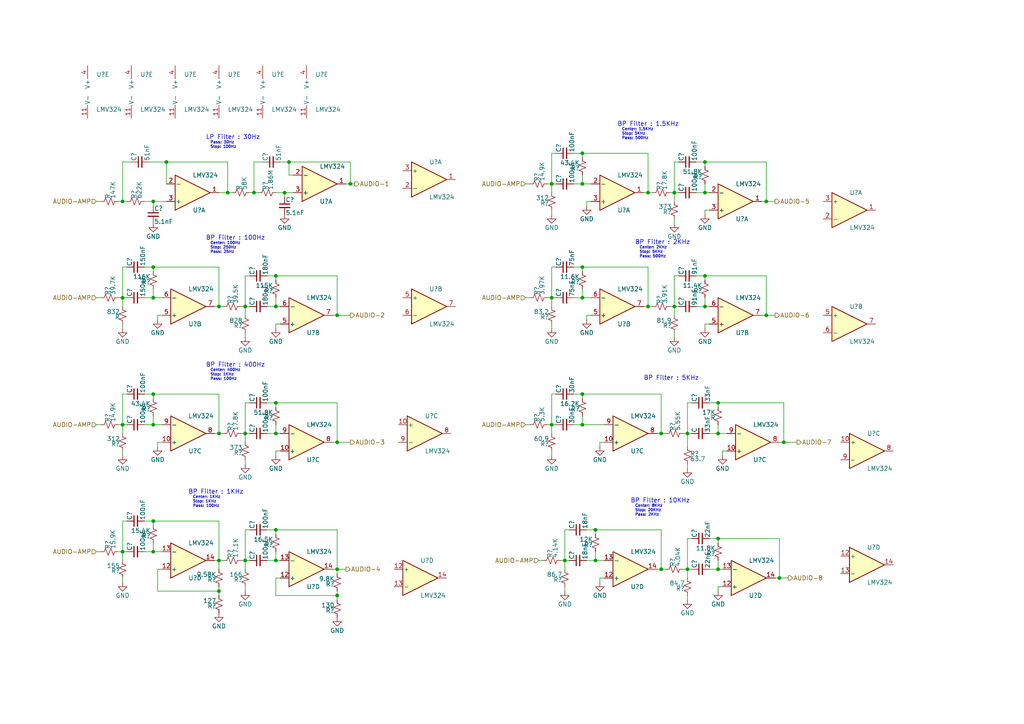
<source format=kicad_sch>
(kicad_sch (version 20211123) (generator eeschema)

  (uuid 60021846-d840-4608-8dc9-ae5d3d20248f)

  (paper "A4")

  (lib_symbols
    (symbol "Amplifier_Operational:LMV324" (pin_names (offset 0.127)) (in_bom yes) (on_board yes)
      (property "Reference" "U" (id 0) (at 0 5.08 0)
        (effects (font (size 1.27 1.27)) (justify left))
      )
      (property "Value" "LMV324" (id 1) (at 0 -5.08 0)
        (effects (font (size 1.27 1.27)) (justify left))
      )
      (property "Footprint" "" (id 2) (at -1.27 2.54 0)
        (effects (font (size 1.27 1.27)) hide)
      )
      (property "Datasheet" "http://www.ti.com/lit/ds/symlink/lmv324.pdf" (id 3) (at 1.27 5.08 0)
        (effects (font (size 1.27 1.27)) hide)
      )
      (property "ki_locked" "" (id 4) (at 0 0 0)
        (effects (font (size 1.27 1.27)))
      )
      (property "ki_keywords" "quad opamp" (id 5) (at 0 0 0)
        (effects (font (size 1.27 1.27)) hide)
      )
      (property "ki_description" "Quad Low-Voltage Rail-to-Rail Output Operational Amplifier, SOIC-14/SSOP-14" (id 6) (at 0 0 0)
        (effects (font (size 1.27 1.27)) hide)
      )
      (property "ki_fp_filters" "SOIC*3.9x8.7mm*P1.27mm* DIP*W7.62mm* TSSOP*4.4x5mm*P0.65mm* SSOP*5.3x6.2mm*P0.65mm* MSOP*3x3mm*P0.5mm*" (id 7) (at 0 0 0)
        (effects (font (size 1.27 1.27)) hide)
      )
      (symbol "LMV324_1_1"
        (polyline
          (pts
            (xy -5.08 5.08)
            (xy 5.08 0)
            (xy -5.08 -5.08)
            (xy -5.08 5.08)
          )
          (stroke (width 0.254) (type default) (color 0 0 0 0))
          (fill (type background))
        )
        (pin output line (at 7.62 0 180) (length 2.54)
          (name "~" (effects (font (size 1.27 1.27))))
          (number "1" (effects (font (size 1.27 1.27))))
        )
        (pin input line (at -7.62 -2.54 0) (length 2.54)
          (name "-" (effects (font (size 1.27 1.27))))
          (number "2" (effects (font (size 1.27 1.27))))
        )
        (pin input line (at -7.62 2.54 0) (length 2.54)
          (name "+" (effects (font (size 1.27 1.27))))
          (number "3" (effects (font (size 1.27 1.27))))
        )
      )
      (symbol "LMV324_2_1"
        (polyline
          (pts
            (xy -5.08 5.08)
            (xy 5.08 0)
            (xy -5.08 -5.08)
            (xy -5.08 5.08)
          )
          (stroke (width 0.254) (type default) (color 0 0 0 0))
          (fill (type background))
        )
        (pin input line (at -7.62 2.54 0) (length 2.54)
          (name "+" (effects (font (size 1.27 1.27))))
          (number "5" (effects (font (size 1.27 1.27))))
        )
        (pin input line (at -7.62 -2.54 0) (length 2.54)
          (name "-" (effects (font (size 1.27 1.27))))
          (number "6" (effects (font (size 1.27 1.27))))
        )
        (pin output line (at 7.62 0 180) (length 2.54)
          (name "~" (effects (font (size 1.27 1.27))))
          (number "7" (effects (font (size 1.27 1.27))))
        )
      )
      (symbol "LMV324_3_1"
        (polyline
          (pts
            (xy -5.08 5.08)
            (xy 5.08 0)
            (xy -5.08 -5.08)
            (xy -5.08 5.08)
          )
          (stroke (width 0.254) (type default) (color 0 0 0 0))
          (fill (type background))
        )
        (pin input line (at -7.62 2.54 0) (length 2.54)
          (name "+" (effects (font (size 1.27 1.27))))
          (number "10" (effects (font (size 1.27 1.27))))
        )
        (pin output line (at 7.62 0 180) (length 2.54)
          (name "~" (effects (font (size 1.27 1.27))))
          (number "8" (effects (font (size 1.27 1.27))))
        )
        (pin input line (at -7.62 -2.54 0) (length 2.54)
          (name "-" (effects (font (size 1.27 1.27))))
          (number "9" (effects (font (size 1.27 1.27))))
        )
      )
      (symbol "LMV324_4_1"
        (polyline
          (pts
            (xy -5.08 5.08)
            (xy 5.08 0)
            (xy -5.08 -5.08)
            (xy -5.08 5.08)
          )
          (stroke (width 0.254) (type default) (color 0 0 0 0))
          (fill (type background))
        )
        (pin input line (at -7.62 2.54 0) (length 2.54)
          (name "+" (effects (font (size 1.27 1.27))))
          (number "12" (effects (font (size 1.27 1.27))))
        )
        (pin input line (at -7.62 -2.54 0) (length 2.54)
          (name "-" (effects (font (size 1.27 1.27))))
          (number "13" (effects (font (size 1.27 1.27))))
        )
        (pin output line (at 7.62 0 180) (length 2.54)
          (name "~" (effects (font (size 1.27 1.27))))
          (number "14" (effects (font (size 1.27 1.27))))
        )
      )
      (symbol "LMV324_5_1"
        (pin power_in line (at -2.54 -7.62 90) (length 3.81)
          (name "V-" (effects (font (size 1.27 1.27))))
          (number "11" (effects (font (size 1.27 1.27))))
        )
        (pin power_in line (at -2.54 7.62 270) (length 3.81)
          (name "V+" (effects (font (size 1.27 1.27))))
          (number "4" (effects (font (size 1.27 1.27))))
        )
      )
    )
    (symbol "Device:C_Small" (pin_numbers hide) (pin_names (offset 0.254) hide) (in_bom yes) (on_board yes)
      (property "Reference" "C" (id 0) (at 0.254 1.778 0)
        (effects (font (size 1.27 1.27)) (justify left))
      )
      (property "Value" "C_Small" (id 1) (at 0.254 -2.032 0)
        (effects (font (size 1.27 1.27)) (justify left))
      )
      (property "Footprint" "" (id 2) (at 0 0 0)
        (effects (font (size 1.27 1.27)) hide)
      )
      (property "Datasheet" "~" (id 3) (at 0 0 0)
        (effects (font (size 1.27 1.27)) hide)
      )
      (property "ki_keywords" "capacitor cap" (id 4) (at 0 0 0)
        (effects (font (size 1.27 1.27)) hide)
      )
      (property "ki_description" "Unpolarized capacitor, small symbol" (id 5) (at 0 0 0)
        (effects (font (size 1.27 1.27)) hide)
      )
      (property "ki_fp_filters" "C_*" (id 6) (at 0 0 0)
        (effects (font (size 1.27 1.27)) hide)
      )
      (symbol "C_Small_0_1"
        (polyline
          (pts
            (xy -1.524 -0.508)
            (xy 1.524 -0.508)
          )
          (stroke (width 0.3302) (type default) (color 0 0 0 0))
          (fill (type none))
        )
        (polyline
          (pts
            (xy -1.524 0.508)
            (xy 1.524 0.508)
          )
          (stroke (width 0.3048) (type default) (color 0 0 0 0))
          (fill (type none))
        )
      )
      (symbol "C_Small_1_1"
        (pin passive line (at 0 2.54 270) (length 2.032)
          (name "~" (effects (font (size 1.27 1.27))))
          (number "1" (effects (font (size 1.27 1.27))))
        )
        (pin passive line (at 0 -2.54 90) (length 2.032)
          (name "~" (effects (font (size 1.27 1.27))))
          (number "2" (effects (font (size 1.27 1.27))))
        )
      )
    )
    (symbol "Device:R_Small_US" (pin_numbers hide) (pin_names (offset 0.254) hide) (in_bom yes) (on_board yes)
      (property "Reference" "R" (id 0) (at 0.762 0.508 0)
        (effects (font (size 1.27 1.27)) (justify left))
      )
      (property "Value" "R_Small_US" (id 1) (at 0.762 -1.016 0)
        (effects (font (size 1.27 1.27)) (justify left))
      )
      (property "Footprint" "" (id 2) (at 0 0 0)
        (effects (font (size 1.27 1.27)) hide)
      )
      (property "Datasheet" "~" (id 3) (at 0 0 0)
        (effects (font (size 1.27 1.27)) hide)
      )
      (property "ki_keywords" "r resistor" (id 4) (at 0 0 0)
        (effects (font (size 1.27 1.27)) hide)
      )
      (property "ki_description" "Resistor, small US symbol" (id 5) (at 0 0 0)
        (effects (font (size 1.27 1.27)) hide)
      )
      (property "ki_fp_filters" "R_*" (id 6) (at 0 0 0)
        (effects (font (size 1.27 1.27)) hide)
      )
      (symbol "R_Small_US_1_1"
        (polyline
          (pts
            (xy 0 0)
            (xy 1.016 -0.381)
            (xy 0 -0.762)
            (xy -1.016 -1.143)
            (xy 0 -1.524)
          )
          (stroke (width 0) (type default) (color 0 0 0 0))
          (fill (type none))
        )
        (polyline
          (pts
            (xy 0 1.524)
            (xy 1.016 1.143)
            (xy 0 0.762)
            (xy -1.016 0.381)
            (xy 0 0)
          )
          (stroke (width 0) (type default) (color 0 0 0 0))
          (fill (type none))
        )
        (pin passive line (at 0 2.54 270) (length 1.016)
          (name "~" (effects (font (size 1.27 1.27))))
          (number "1" (effects (font (size 1.27 1.27))))
        )
        (pin passive line (at 0 -2.54 90) (length 1.016)
          (name "~" (effects (font (size 1.27 1.27))))
          (number "2" (effects (font (size 1.27 1.27))))
        )
      )
    )
    (symbol "power:GND" (power) (pin_names (offset 0)) (in_bom yes) (on_board yes)
      (property "Reference" "#PWR" (id 0) (at 0 -6.35 0)
        (effects (font (size 1.27 1.27)) hide)
      )
      (property "Value" "GND" (id 1) (at 0 -3.81 0)
        (effects (font (size 1.27 1.27)))
      )
      (property "Footprint" "" (id 2) (at 0 0 0)
        (effects (font (size 1.27 1.27)) hide)
      )
      (property "Datasheet" "" (id 3) (at 0 0 0)
        (effects (font (size 1.27 1.27)) hide)
      )
      (property "ki_keywords" "power-flag" (id 4) (at 0 0 0)
        (effects (font (size 1.27 1.27)) hide)
      )
      (property "ki_description" "Power symbol creates a global label with name \"GND\" , ground" (id 5) (at 0 0 0)
        (effects (font (size 1.27 1.27)) hide)
      )
      (symbol "GND_0_1"
        (polyline
          (pts
            (xy 0 0)
            (xy 0 -1.27)
            (xy 1.27 -1.27)
            (xy 0 -2.54)
            (xy -1.27 -1.27)
            (xy 0 -1.27)
          )
          (stroke (width 0) (type default) (color 0 0 0 0))
          (fill (type none))
        )
      )
      (symbol "GND_1_1"
        (pin power_in line (at 0 0 270) (length 0) hide
          (name "GND" (effects (font (size 1.27 1.27))))
          (number "1" (effects (font (size 1.27 1.27))))
        )
      )
    )
  )

  (junction (at 195.58 55.88) (diameter 0) (color 0 0 0 0)
    (uuid 01a944f5-45d0-496a-87d2-307894679fcd)
  )
  (junction (at 63.5 162.56) (diameter 0) (color 0 0 0 0)
    (uuid 08645152-082d-4cc3-b37e-931b11f33aa3)
  )
  (junction (at 35.56 160.02) (diameter 0) (color 0 0 0 0)
    (uuid 092a79ff-7e96-44d3-820b-f916363a5842)
  )
  (junction (at 168.91 77.47) (diameter 0) (color 0 0 0 0)
    (uuid 0a5d9630-1d53-4b1c-8f70-f2b1de5cc2c2)
  )
  (junction (at 63.5 171.45) (diameter 0) (color 0 0 0 0)
    (uuid 0a83185f-0f08-46b6-bc34-32b85c56b74e)
  )
  (junction (at 172.72 153.67) (diameter 0) (color 0 0 0 0)
    (uuid 0e832cde-156e-4de7-af2a-180e0ed6ecf5)
  )
  (junction (at 191.77 165.1) (diameter 0) (color 0 0 0 0)
    (uuid 137f7188-2bf5-4f5b-aa38-84548c5154a5)
  )
  (junction (at 63.5 125.73) (diameter 0) (color 0 0 0 0)
    (uuid 15453fa9-4887-4803-9a1d-e517f6257bba)
  )
  (junction (at 208.28 156.21) (diameter 0) (color 0 0 0 0)
    (uuid 17977612-13a5-491e-b644-1e796cb78a03)
  )
  (junction (at 73.66 55.88) (diameter 0) (color 0 0 0 0)
    (uuid 2199b215-9275-4c21-8cf4-453b8b2db6da)
  )
  (junction (at 168.91 44.45) (diameter 0) (color 0 0 0 0)
    (uuid 297a733d-0201-443e-89e7-5988327289c5)
  )
  (junction (at 80.01 88.9) (diameter 0) (color 0 0 0 0)
    (uuid 2e90a994-ff6c-425d-a5fd-852834911398)
  )
  (junction (at 82.55 55.88) (diameter 0) (color 0 0 0 0)
    (uuid 2ef59336-dd06-448a-973d-6e6ae51439dc)
  )
  (junction (at 44.45 114.3) (diameter 0) (color 0 0 0 0)
    (uuid 2f7bc6f4-65ff-4b41-8b90-232eca37dad8)
  )
  (junction (at 35.56 123.19) (diameter 0) (color 0 0 0 0)
    (uuid 3b2ff92b-aeb2-4d01-a477-fdfda40285f9)
  )
  (junction (at 187.96 55.88) (diameter 0) (color 0 0 0 0)
    (uuid 3c2b6989-6747-4417-a43a-f4867c3188f1)
  )
  (junction (at 71.12 125.73) (diameter 0) (color 0 0 0 0)
    (uuid 3f7537d3-4fc8-4146-92f9-931b29b6c729)
  )
  (junction (at 66.04 55.88) (diameter 0) (color 0 0 0 0)
    (uuid 3fb48866-cc57-465e-991d-0d5b557d7161)
  )
  (junction (at 97.79 172.72) (diameter 0) (color 0 0 0 0)
    (uuid 40c596a5-5a12-405c-abaf-8d20db513bfe)
  )
  (junction (at 199.39 165.1) (diameter 0) (color 0 0 0 0)
    (uuid 513578de-d696-48eb-b820-297611156aee)
  )
  (junction (at 80.01 125.73) (diameter 0) (color 0 0 0 0)
    (uuid 51601fc9-fd07-4bcc-b742-17e69e855e38)
  )
  (junction (at 208.28 165.1) (diameter 0) (color 0 0 0 0)
    (uuid 5bfd1111-b12a-4aef-b91e-872e7fed4359)
  )
  (junction (at 199.39 125.73) (diameter 0) (color 0 0 0 0)
    (uuid 6bcb81c0-eeaf-49dc-83fd-1a0b946f2a8b)
  )
  (junction (at 187.96 88.9) (diameter 0) (color 0 0 0 0)
    (uuid 6c434de6-623e-4b23-ab83-91f6e51b76a1)
  )
  (junction (at 163.83 162.56) (diameter 0) (color 0 0 0 0)
    (uuid 751c941a-cdcf-4ed8-9976-a31e17fb7a03)
  )
  (junction (at 71.12 162.56) (diameter 0) (color 0 0 0 0)
    (uuid 7538f50f-d6af-4811-a8bb-6a53b6b751c8)
  )
  (junction (at 97.79 128.27) (diameter 0) (color 0 0 0 0)
    (uuid 7b72d95b-e32f-4e9c-af66-260aa3976560)
  )
  (junction (at 160.02 123.19) (diameter 0) (color 0 0 0 0)
    (uuid 7e370cc4-2193-4c59-b676-8275f24db818)
  )
  (junction (at 168.91 123.19) (diameter 0) (color 0 0 0 0)
    (uuid 7fb132ec-580c-4224-bbcc-b0a84f4a35e1)
  )
  (junction (at 222.25 58.42) (diameter 0) (color 0 0 0 0)
    (uuid 824551d6-5f04-4bf6-a72c-1de2540c45eb)
  )
  (junction (at 227.33 128.27) (diameter 0) (color 0 0 0 0)
    (uuid 827e82a3-e292-4d16-ae73-4b98d70d50c4)
  )
  (junction (at 168.91 53.34) (diameter 0) (color 0 0 0 0)
    (uuid 8302635e-48ec-421e-aae1-8ba1e1a4b3ed)
  )
  (junction (at 97.79 165.1) (diameter 0) (color 0 0 0 0)
    (uuid 89eecae9-aede-4db5-9c42-084873f21b17)
  )
  (junction (at 63.5 88.9) (diameter 0) (color 0 0 0 0)
    (uuid 8a3d94bc-682a-4f6c-9cf5-944868f04377)
  )
  (junction (at 204.47 46.99) (diameter 0) (color 0 0 0 0)
    (uuid 9631efaa-c0f9-460b-ba48-6dc651a2a850)
  )
  (junction (at 191.77 125.73) (diameter 0) (color 0 0 0 0)
    (uuid 9c7bb32d-4850-4c8f-be01-a6aad544e5ce)
  )
  (junction (at 204.47 88.9) (diameter 0) (color 0 0 0 0)
    (uuid 9f362d47-c44b-4dc6-b453-75d435c2ee6a)
  )
  (junction (at 35.56 86.36) (diameter 0) (color 0 0 0 0)
    (uuid a3f2641c-23f5-45ab-b9b1-ed8d3541d559)
  )
  (junction (at 44.45 151.13) (diameter 0) (color 0 0 0 0)
    (uuid a82342e9-51ad-4f85-b62d-1b24af1d85e0)
  )
  (junction (at 48.26 46.99) (diameter 0) (color 0 0 0 0)
    (uuid ad81bf3d-6ff9-4369-998f-e407ccb8c9ae)
  )
  (junction (at 44.45 86.36) (diameter 0) (color 0 0 0 0)
    (uuid afd7dfa6-0539-47fa-9609-2fca0f8e9c81)
  )
  (junction (at 172.72 162.56) (diameter 0) (color 0 0 0 0)
    (uuid b375e29f-d4dd-4bab-a8c5-d5e4a9d2646f)
  )
  (junction (at 71.12 88.9) (diameter 0) (color 0 0 0 0)
    (uuid b80f089e-abb7-4ea8-9722-a8634282ef98)
  )
  (junction (at 97.79 91.44) (diameter 0) (color 0 0 0 0)
    (uuid bbdd9b1b-be7e-474b-b18d-b858a9b491a8)
  )
  (junction (at 80.01 80.01) (diameter 0) (color 0 0 0 0)
    (uuid bc51f15f-5ce6-4368-8472-31fa06d23c10)
  )
  (junction (at 80.01 153.67) (diameter 0) (color 0 0 0 0)
    (uuid bc91c1dd-a419-4b9a-b510-1cd881f85ce7)
  )
  (junction (at 208.28 116.84) (diameter 0) (color 0 0 0 0)
    (uuid bf33e4c7-9ccb-44f5-899a-08c0a500f546)
  )
  (junction (at 160.02 53.34) (diameter 0) (color 0 0 0 0)
    (uuid c1b39be1-a774-468f-be15-06d3ee75a6c7)
  )
  (junction (at 44.45 123.19) (diameter 0) (color 0 0 0 0)
    (uuid c9ab8765-a29d-4f1c-b314-9cd6517ca854)
  )
  (junction (at 101.6 53.34) (diameter 0) (color 0 0 0 0)
    (uuid d165ed63-2d1a-41f2-a474-5c7593d7034f)
  )
  (junction (at 222.25 91.44) (diameter 0) (color 0 0 0 0)
    (uuid d32ea361-a744-4603-8b25-ea2ade2f22f5)
  )
  (junction (at 160.02 86.36) (diameter 0) (color 0 0 0 0)
    (uuid d3673b5e-eb1e-423f-abb3-de4fdcf1bcc5)
  )
  (junction (at 44.45 58.42) (diameter 0) (color 0 0 0 0)
    (uuid d464ddf0-8a93-4a89-af49-a36000712933)
  )
  (junction (at 208.28 125.73) (diameter 0) (color 0 0 0 0)
    (uuid d5106fa2-1b51-491e-844d-6147c6c7fba5)
  )
  (junction (at 44.45 77.47) (diameter 0) (color 0 0 0 0)
    (uuid d5748ba6-7110-4905-a74d-bc20494586e4)
  )
  (junction (at 44.45 160.02) (diameter 0) (color 0 0 0 0)
    (uuid db14266a-8620-4c18-85a6-b1540a5ec1ac)
  )
  (junction (at 168.91 86.36) (diameter 0) (color 0 0 0 0)
    (uuid ddcf11a9-22a8-4450-8507-5beb0e0be8a6)
  )
  (junction (at 80.01 116.84) (diameter 0) (color 0 0 0 0)
    (uuid dfca12b9-e704-42c6-a1ac-277225d8a84f)
  )
  (junction (at 204.47 80.01) (diameter 0) (color 0 0 0 0)
    (uuid ed5c30ff-b96d-48f1-8eca-51dcac597e9b)
  )
  (junction (at 35.56 58.42) (diameter 0) (color 0 0 0 0)
    (uuid ed81fa57-eae1-464b-a19d-538bf9900e32)
  )
  (junction (at 204.47 55.88) (diameter 0) (color 0 0 0 0)
    (uuid eed3308c-e421-4c27-9453-202d4b1b520b)
  )
  (junction (at 80.01 162.56) (diameter 0) (color 0 0 0 0)
    (uuid f06c44d6-fa21-4838-af91-b878a94ab459)
  )
  (junction (at 195.58 88.9) (diameter 0) (color 0 0 0 0)
    (uuid f8fd0093-b9f7-43fa-8a09-af5ccabada84)
  )
  (junction (at 83.82 46.99) (diameter 0) (color 0 0 0 0)
    (uuid fb1bb729-68cd-4d7c-b2fa-28b5c271dd6d)
  )
  (junction (at 226.06 167.64) (diameter 0) (color 0 0 0 0)
    (uuid fdd05c51-3527-4bdb-97f7-4ca792c18e4a)
  )
  (junction (at 168.91 114.3) (diameter 0) (color 0 0 0 0)
    (uuid fee2c389-62b4-49b1-bfd1-b357996e19d5)
  )

  (wire (pts (xy 191.77 165.1) (xy 190.5 165.1))
    (stroke (width 0) (type default) (color 0 0 0 0))
    (uuid 0003d12e-dba5-4ab3-be91-48b8ec530ad8)
  )
  (wire (pts (xy 160.02 93.98) (xy 160.02 95.25))
    (stroke (width 0) (type default) (color 0 0 0 0))
    (uuid 002a6a8d-6962-40ea-9c98-e2e578c6c7fa)
  )
  (wire (pts (xy 80.01 55.88) (xy 82.55 55.88))
    (stroke (width 0) (type default) (color 0 0 0 0))
    (uuid 0068763b-b781-4d97-b529-e25d73f187d1)
  )
  (wire (pts (xy 44.45 114.3) (xy 44.45 115.57))
    (stroke (width 0) (type default) (color 0 0 0 0))
    (uuid 02c007cb-6089-4bc4-962c-e95d85e607c6)
  )
  (wire (pts (xy 35.56 58.42) (xy 35.56 46.99))
    (stroke (width 0) (type default) (color 0 0 0 0))
    (uuid 03c3548a-f507-4e80-bc1c-fb45040cbbe2)
  )
  (wire (pts (xy 195.58 80.01) (xy 195.58 88.9))
    (stroke (width 0) (type default) (color 0 0 0 0))
    (uuid 0582c574-b201-43ef-940c-72626a4757ce)
  )
  (wire (pts (xy 209.55 130.81) (xy 210.82 130.81))
    (stroke (width 0) (type default) (color 0 0 0 0))
    (uuid 05ed793e-ee62-4ec8-aaf8-355c5a7b8a60)
  )
  (wire (pts (xy 44.45 123.19) (xy 41.91 123.19))
    (stroke (width 0) (type default) (color 0 0 0 0))
    (uuid 0605e1b0-5717-480b-a9ea-935f43d1e21d)
  )
  (wire (pts (xy 48.26 58.42) (xy 44.45 58.42))
    (stroke (width 0) (type default) (color 0 0 0 0))
    (uuid 0644e77f-9310-41d1-a2d3-9adaff6c0a6a)
  )
  (wire (pts (xy 80.01 130.81) (xy 80.01 132.08))
    (stroke (width 0) (type default) (color 0 0 0 0))
    (uuid 06b4a7e6-eb06-46c4-8153-a474dc38cfc7)
  )
  (wire (pts (xy 191.77 165.1) (xy 193.04 165.1))
    (stroke (width 0) (type default) (color 0 0 0 0))
    (uuid 0792de1c-b956-4656-83bb-16cf11f47365)
  )
  (wire (pts (xy 199.39 156.21) (xy 199.39 165.1))
    (stroke (width 0) (type default) (color 0 0 0 0))
    (uuid 07cf73c1-3b6a-48d1-afd1-38b19e8f112f)
  )
  (wire (pts (xy 80.01 125.73) (xy 80.01 123.19))
    (stroke (width 0) (type default) (color 0 0 0 0))
    (uuid 08241fe4-2522-4728-971e-7ed82d76465f)
  )
  (wire (pts (xy 209.55 130.81) (xy 209.55 132.08))
    (stroke (width 0) (type default) (color 0 0 0 0))
    (uuid 0936030d-87b8-4d44-a130-11198f501c43)
  )
  (wire (pts (xy 45.72 128.27) (xy 45.72 129.54))
    (stroke (width 0) (type default) (color 0 0 0 0))
    (uuid 09abb07b-d825-425a-9788-ca74396725c2)
  )
  (wire (pts (xy 35.56 114.3) (xy 35.56 123.19))
    (stroke (width 0) (type default) (color 0 0 0 0))
    (uuid 09ece314-1098-402d-90ff-1a636479ab05)
  )
  (wire (pts (xy 195.58 46.99) (xy 195.58 55.88))
    (stroke (width 0) (type default) (color 0 0 0 0))
    (uuid 0a92ac8b-e983-4abb-a377-b2abf443ad2c)
  )
  (wire (pts (xy 201.93 80.01) (xy 204.47 80.01))
    (stroke (width 0) (type default) (color 0 0 0 0))
    (uuid 0b14ae5c-b23f-4f6b-8b2e-1cfcbdeabe09)
  )
  (wire (pts (xy 160.02 53.34) (xy 160.02 55.88))
    (stroke (width 0) (type default) (color 0 0 0 0))
    (uuid 0b57ce0c-21d9-414e-953b-733580fcb312)
  )
  (wire (pts (xy 204.47 46.99) (xy 204.47 48.26))
    (stroke (width 0) (type default) (color 0 0 0 0))
    (uuid 0c44b9e3-2ec5-47b3-81b4-5a90907a70a5)
  )
  (wire (pts (xy 199.39 116.84) (xy 200.66 116.84))
    (stroke (width 0) (type default) (color 0 0 0 0))
    (uuid 0c539b10-a8fc-4934-bbac-d5dbaf05e7e8)
  )
  (wire (pts (xy 163.83 162.56) (xy 163.83 165.1))
    (stroke (width 0) (type default) (color 0 0 0 0))
    (uuid 0cf5e193-95f1-4a70-9268-5c64d04de2f7)
  )
  (wire (pts (xy 160.02 86.36) (xy 160.02 88.9))
    (stroke (width 0) (type default) (color 0 0 0 0))
    (uuid 0d559e13-171c-4965-a5cf-6300621250d1)
  )
  (wire (pts (xy 71.12 170.18) (xy 71.12 171.45))
    (stroke (width 0) (type default) (color 0 0 0 0))
    (uuid 0f17d129-eb09-4230-ace5-41cdbc0d3259)
  )
  (wire (pts (xy 187.96 88.9) (xy 189.23 88.9))
    (stroke (width 0) (type default) (color 0 0 0 0))
    (uuid 10240f4c-4d55-4021-af49-716cce8e34ff)
  )
  (wire (pts (xy 44.45 120.65) (xy 44.45 123.19))
    (stroke (width 0) (type default) (color 0 0 0 0))
    (uuid 107fe849-786e-42d9-874e-3a72f5f57dda)
  )
  (wire (pts (xy 198.12 165.1) (xy 199.39 165.1))
    (stroke (width 0) (type default) (color 0 0 0 0))
    (uuid 10ce69c0-0fb7-4500-96ae-fc01777879fd)
  )
  (wire (pts (xy 201.93 55.88) (xy 204.47 55.88))
    (stroke (width 0) (type default) (color 0 0 0 0))
    (uuid 10dd49cc-219b-4255-9762-4ab8600ee731)
  )
  (wire (pts (xy 97.79 116.84) (xy 97.79 128.27))
    (stroke (width 0) (type default) (color 0 0 0 0))
    (uuid 117489e8-5a53-483a-9208-e6cf1f32f930)
  )
  (wire (pts (xy 187.96 55.88) (xy 189.23 55.88))
    (stroke (width 0) (type default) (color 0 0 0 0))
    (uuid 11d23513-841b-4e13-813a-eb78618f5347)
  )
  (wire (pts (xy 160.02 77.47) (xy 161.29 77.47))
    (stroke (width 0) (type default) (color 0 0 0 0))
    (uuid 13eae977-e117-4af8-a951-523146d7a844)
  )
  (wire (pts (xy 172.72 162.56) (xy 170.18 162.56))
    (stroke (width 0) (type default) (color 0 0 0 0))
    (uuid 150206ce-8b97-44fa-bd69-80f2734f2967)
  )
  (wire (pts (xy 72.39 80.01) (xy 71.12 80.01))
    (stroke (width 0) (type default) (color 0 0 0 0))
    (uuid 157567b8-fd04-45c5-bf37-cb2c2c962ad9)
  )
  (wire (pts (xy 80.01 80.01) (xy 80.01 81.28))
    (stroke (width 0) (type default) (color 0 0 0 0))
    (uuid 1a2b877f-dacc-41b3-b9fd-93bcfd687569)
  )
  (wire (pts (xy 168.91 114.3) (xy 166.37 114.3))
    (stroke (width 0) (type default) (color 0 0 0 0))
    (uuid 1aebaaeb-e72d-4e34-8391-807474ccae94)
  )
  (wire (pts (xy 69.85 88.9) (xy 71.12 88.9))
    (stroke (width 0) (type default) (color 0 0 0 0))
    (uuid 1c2b944f-3c47-48c1-b06d-c377585c9035)
  )
  (wire (pts (xy 156.21 162.56) (xy 157.48 162.56))
    (stroke (width 0) (type default) (color 0 0 0 0))
    (uuid 1c58e0c2-171b-46b4-9296-d4d7230975c7)
  )
  (wire (pts (xy 222.25 58.42) (xy 220.98 58.42))
    (stroke (width 0) (type default) (color 0 0 0 0))
    (uuid 1de617a3-e9ec-469a-b9be-2c60c4ea0fe2)
  )
  (wire (pts (xy 35.56 46.99) (xy 38.1 46.99))
    (stroke (width 0) (type default) (color 0 0 0 0))
    (uuid 1f2493ca-067c-4f40-b7a4-83c6bce66dc9)
  )
  (wire (pts (xy 170.18 91.44) (xy 171.45 91.44))
    (stroke (width 0) (type default) (color 0 0 0 0))
    (uuid 1fdce670-3e4f-4c82-b46d-08970146909a)
  )
  (wire (pts (xy 152.4 86.36) (xy 153.67 86.36))
    (stroke (width 0) (type default) (color 0 0 0 0))
    (uuid 20d42e0c-7f24-4b44-849e-39023ddb5257)
  )
  (wire (pts (xy 191.77 114.3) (xy 168.91 114.3))
    (stroke (width 0) (type default) (color 0 0 0 0))
    (uuid 241612d8-434c-4edf-aed1-12348e208c6d)
  )
  (wire (pts (xy 227.33 128.27) (xy 231.14 128.27))
    (stroke (width 0) (type default) (color 0 0 0 0))
    (uuid 25347cea-6dee-40a0-bffb-9e43fd2879ce)
  )
  (wire (pts (xy 77.47 80.01) (xy 80.01 80.01))
    (stroke (width 0) (type default) (color 0 0 0 0))
    (uuid 25d5a392-f365-4bd2-a290-9f649efe45de)
  )
  (wire (pts (xy 172.72 153.67) (xy 191.77 153.67))
    (stroke (width 0) (type default) (color 0 0 0 0))
    (uuid 26dd2523-6a41-41e7-9169-8ab5ee3cb00a)
  )
  (wire (pts (xy 34.29 58.42) (xy 35.56 58.42))
    (stroke (width 0) (type default) (color 0 0 0 0))
    (uuid 28776e53-b812-46de-82ae-78fe93dc4358)
  )
  (wire (pts (xy 71.12 162.56) (xy 71.12 165.1))
    (stroke (width 0) (type default) (color 0 0 0 0))
    (uuid 28fe3df9-87d6-4f0c-818d-4aff03ab7faf)
  )
  (wire (pts (xy 44.45 77.47) (xy 63.5 77.47))
    (stroke (width 0) (type default) (color 0 0 0 0))
    (uuid 2a58d522-0585-4ccb-807f-8c0c3a3221e9)
  )
  (wire (pts (xy 208.28 156.21) (xy 208.28 157.48))
    (stroke (width 0) (type default) (color 0 0 0 0))
    (uuid 2bc6a744-cf67-4111-abc6-b341745f98c1)
  )
  (wire (pts (xy 71.12 153.67) (xy 71.12 162.56))
    (stroke (width 0) (type default) (color 0 0 0 0))
    (uuid 2c1e80e1-63d6-4fd1-b7f4-e9d3419317b7)
  )
  (wire (pts (xy 77.47 153.67) (xy 80.01 153.67))
    (stroke (width 0) (type default) (color 0 0 0 0))
    (uuid 2cb49982-5c23-42e0-898f-4519fa2597ad)
  )
  (wire (pts (xy 66.04 55.88) (xy 63.5 55.88))
    (stroke (width 0) (type default) (color 0 0 0 0))
    (uuid 2d05a833-ca2e-4086-b1fc-a8eb13b09908)
  )
  (wire (pts (xy 71.12 88.9) (xy 72.39 88.9))
    (stroke (width 0) (type default) (color 0 0 0 0))
    (uuid 2e0cd953-6e83-47d4-8221-2471f225387b)
  )
  (wire (pts (xy 222.25 46.99) (xy 222.25 58.42))
    (stroke (width 0) (type default) (color 0 0 0 0))
    (uuid 2e45d18c-605c-4971-8461-775c7eb1cc6a)
  )
  (wire (pts (xy 205.74 125.73) (xy 208.28 125.73))
    (stroke (width 0) (type default) (color 0 0 0 0))
    (uuid 2ea6dcfb-5abc-4ef4-a84a-1f9f431a234b)
  )
  (wire (pts (xy 83.82 46.99) (xy 101.6 46.99))
    (stroke (width 0) (type default) (color 0 0 0 0))
    (uuid 30064083-39ca-4f5e-8957-6deb5997c0ca)
  )
  (wire (pts (xy 35.56 130.81) (xy 35.56 132.08))
    (stroke (width 0) (type default) (color 0 0 0 0))
    (uuid 304719c1-c322-4a1a-8304-021fccee6b36)
  )
  (wire (pts (xy 199.39 125.73) (xy 199.39 129.54))
    (stroke (width 0) (type default) (color 0 0 0 0))
    (uuid 3199044a-cd97-44e2-8795-bb239a402a7b)
  )
  (wire (pts (xy 152.4 123.19) (xy 153.67 123.19))
    (stroke (width 0) (type default) (color 0 0 0 0))
    (uuid 320d3582-bf47-4b7b-87a4-93f55439b02b)
  )
  (wire (pts (xy 35.56 86.36) (xy 35.56 88.9))
    (stroke (width 0) (type default) (color 0 0 0 0))
    (uuid 34e81fbf-c225-4497-95a0-778d0c2f74fa)
  )
  (wire (pts (xy 44.45 151.13) (xy 63.5 151.13))
    (stroke (width 0) (type default) (color 0 0 0 0))
    (uuid 35f850e8-ca59-4a17-9668-40fd1a3da5d7)
  )
  (wire (pts (xy 35.56 77.47) (xy 35.56 86.36))
    (stroke (width 0) (type default) (color 0 0 0 0))
    (uuid 367b31af-7dcc-48bc-8325-9c22f8f54646)
  )
  (wire (pts (xy 170.18 91.44) (xy 170.18 92.71))
    (stroke (width 0) (type default) (color 0 0 0 0))
    (uuid 379a3cdc-340b-458a-b433-3c7a601dd1d6)
  )
  (wire (pts (xy 198.12 125.73) (xy 199.39 125.73))
    (stroke (width 0) (type default) (color 0 0 0 0))
    (uuid 38c9aba8-c74d-4fdf-9ef6-62d3c0345d8c)
  )
  (wire (pts (xy 204.47 55.88) (xy 205.74 55.88))
    (stroke (width 0) (type default) (color 0 0 0 0))
    (uuid 38eb7740-defe-4bb2-bcbe-4f0c90ad080f)
  )
  (wire (pts (xy 97.79 128.27) (xy 96.52 128.27))
    (stroke (width 0) (type default) (color 0 0 0 0))
    (uuid 38fadd4d-596f-4d7a-a8a3-87695cf077e8)
  )
  (wire (pts (xy 63.5 125.73) (xy 62.23 125.73))
    (stroke (width 0) (type default) (color 0 0 0 0))
    (uuid 39aa2b39-fd0f-42c6-9f22-52389106e538)
  )
  (wire (pts (xy 45.72 165.1) (xy 45.72 171.45))
    (stroke (width 0) (type default) (color 0 0 0 0))
    (uuid 3caae41a-1ddb-4444-8400-3ed1b1ad17a2)
  )
  (wire (pts (xy 63.5 162.56) (xy 64.77 162.56))
    (stroke (width 0) (type default) (color 0 0 0 0))
    (uuid 3d3789b4-3efd-48ef-a7d0-809b6b825117)
  )
  (wire (pts (xy 187.96 77.47) (xy 187.96 88.9))
    (stroke (width 0) (type default) (color 0 0 0 0))
    (uuid 3df47062-de27-4be9-a7da-2f007a022d4b)
  )
  (wire (pts (xy 160.02 114.3) (xy 160.02 123.19))
    (stroke (width 0) (type default) (color 0 0 0 0))
    (uuid 3e6af6f8-1b1b-4314-a274-897789d325c7)
  )
  (wire (pts (xy 77.47 125.73) (xy 80.01 125.73))
    (stroke (width 0) (type default) (color 0 0 0 0))
    (uuid 3e830f57-144f-4c70-8c31-1d0624c4bc3c)
  )
  (wire (pts (xy 168.91 53.34) (xy 166.37 53.34))
    (stroke (width 0) (type default) (color 0 0 0 0))
    (uuid 3fbac990-fcab-42bb-ae3c-0908909fda8c)
  )
  (wire (pts (xy 204.47 93.98) (xy 204.47 95.25))
    (stroke (width 0) (type default) (color 0 0 0 0))
    (uuid 40a0ca2a-00a1-4444-bf35-29db23302b10)
  )
  (wire (pts (xy 168.91 123.19) (xy 166.37 123.19))
    (stroke (width 0) (type default) (color 0 0 0 0))
    (uuid 4121342e-5100-48b5-a78b-ed5b9c9b295d)
  )
  (wire (pts (xy 97.79 80.01) (xy 97.79 91.44))
    (stroke (width 0) (type default) (color 0 0 0 0))
    (uuid 42b602d8-7b5a-43da-aff3-102025ec127c)
  )
  (wire (pts (xy 63.5 162.56) (xy 63.5 165.1))
    (stroke (width 0) (type default) (color 0 0 0 0))
    (uuid 4307e95c-7c22-43a5-881e-5842501eccb9)
  )
  (wire (pts (xy 168.91 44.45) (xy 166.37 44.45))
    (stroke (width 0) (type default) (color 0 0 0 0))
    (uuid 43421eda-78cc-4c79-b2b9-b46d2fffe917)
  )
  (wire (pts (xy 82.55 55.88) (xy 85.09 55.88))
    (stroke (width 0) (type default) (color 0 0 0 0))
    (uuid 434c478f-7656-460b-a534-3ca2bbb781e5)
  )
  (wire (pts (xy 171.45 58.42) (xy 170.18 58.42))
    (stroke (width 0) (type default) (color 0 0 0 0))
    (uuid 44a1e6a0-dc66-47a4-a418-aada2af91cbc)
  )
  (wire (pts (xy 45.72 91.44) (xy 45.72 92.71))
    (stroke (width 0) (type default) (color 0 0 0 0))
    (uuid 44a9eeb9-3689-4db9-8d3f-1dbf149076c5)
  )
  (wire (pts (xy 97.79 171.45) (xy 97.79 172.72))
    (stroke (width 0) (type default) (color 0 0 0 0))
    (uuid 46e189ef-c820-4453-8da1-f3ce37057752)
  )
  (wire (pts (xy 45.72 171.45) (xy 63.5 171.45))
    (stroke (width 0) (type default) (color 0 0 0 0))
    (uuid 46f79a32-1a99-4df3-8809-023ed9655b16)
  )
  (wire (pts (xy 27.94 160.02) (xy 29.21 160.02))
    (stroke (width 0) (type default) (color 0 0 0 0))
    (uuid 47cff471-86e6-48a9-9c32-349115cbb020)
  )
  (wire (pts (xy 35.56 151.13) (xy 35.56 160.02))
    (stroke (width 0) (type default) (color 0 0 0 0))
    (uuid 48903f6b-7d9b-45e3-b6b2-85cd86b31321)
  )
  (wire (pts (xy 226.06 156.21) (xy 226.06 167.64))
    (stroke (width 0) (type default) (color 0 0 0 0))
    (uuid 48ab7c26-9167-479d-9dcc-45c0fbaf4e83)
  )
  (wire (pts (xy 71.12 88.9) (xy 71.12 91.44))
    (stroke (width 0) (type default) (color 0 0 0 0))
    (uuid 4984b515-137a-45b4-8b31-03aee584a618)
  )
  (wire (pts (xy 35.56 58.42) (xy 36.83 58.42))
    (stroke (width 0) (type default) (color 0 0 0 0))
    (uuid 4b5f9d3d-eeed-4856-85b1-9cd3c3504e1c)
  )
  (wire (pts (xy 46.99 165.1) (xy 45.72 165.1))
    (stroke (width 0) (type default) (color 0 0 0 0))
    (uuid 4be0771b-6e0c-49e7-88a0-983f8e50c5aa)
  )
  (wire (pts (xy 222.25 91.44) (xy 224.79 91.44))
    (stroke (width 0) (type default) (color 0 0 0 0))
    (uuid 4d60bb58-fc72-4cb2-9bf8-8c7b0a4213f9)
  )
  (wire (pts (xy 195.58 88.9) (xy 195.58 91.44))
    (stroke (width 0) (type default) (color 0 0 0 0))
    (uuid 4e0614cc-37b2-4fd9-8083-bce17f192dfb)
  )
  (wire (pts (xy 34.29 160.02) (xy 35.56 160.02))
    (stroke (width 0) (type default) (color 0 0 0 0))
    (uuid 4eb76cb1-11e4-4e11-8420-e46b715a872b)
  )
  (wire (pts (xy 27.94 123.19) (xy 29.21 123.19))
    (stroke (width 0) (type default) (color 0 0 0 0))
    (uuid 4f2473df-be8e-4560-867e-6caeb85b4cc8)
  )
  (wire (pts (xy 204.47 60.96) (xy 204.47 62.23))
    (stroke (width 0) (type default) (color 0 0 0 0))
    (uuid 51052c6f-496b-44f3-aa55-9f5b42861a3d)
  )
  (wire (pts (xy 97.79 165.1) (xy 96.52 165.1))
    (stroke (width 0) (type default) (color 0 0 0 0))
    (uuid 522a7af9-f7cb-4de6-b99d-4fc339513cf8)
  )
  (wire (pts (xy 163.83 170.18) (xy 163.83 171.45))
    (stroke (width 0) (type default) (color 0 0 0 0))
    (uuid 52721792-8c5e-4bed-9fd4-d18758cdb53c)
  )
  (wire (pts (xy 35.56 151.13) (xy 36.83 151.13))
    (stroke (width 0) (type default) (color 0 0 0 0))
    (uuid 5330cbaa-b695-4046-bccf-cc3e49d74ff6)
  )
  (wire (pts (xy 82.55 55.88) (xy 82.55 57.15))
    (stroke (width 0) (type default) (color 0 0 0 0))
    (uuid 534935c3-87e1-4b5d-bbae-0c500fc778e5)
  )
  (wire (pts (xy 80.01 162.56) (xy 80.01 160.02))
    (stroke (width 0) (type default) (color 0 0 0 0))
    (uuid 575b9fba-8a2c-4680-80cf-2ff4c5c8b17e)
  )
  (wire (pts (xy 80.01 172.72) (xy 97.79 172.72))
    (stroke (width 0) (type default) (color 0 0 0 0))
    (uuid 5852fb00-e776-477a-8e21-73ca579fa539)
  )
  (wire (pts (xy 77.47 116.84) (xy 80.01 116.84))
    (stroke (width 0) (type default) (color 0 0 0 0))
    (uuid 5936d3c6-c6ee-457d-95a1-782d3e42530f)
  )
  (wire (pts (xy 101.6 53.34) (xy 102.87 53.34))
    (stroke (width 0) (type default) (color 0 0 0 0))
    (uuid 59755b2d-299a-4d35-86b8-7cbe996d48bb)
  )
  (wire (pts (xy 163.83 153.67) (xy 165.1 153.67))
    (stroke (width 0) (type default) (color 0 0 0 0))
    (uuid 59948c9f-970f-4c0a-aea3-9f2ce68dad62)
  )
  (wire (pts (xy 158.75 86.36) (xy 160.02 86.36))
    (stroke (width 0) (type default) (color 0 0 0 0))
    (uuid 59ab53bb-c3c0-4c83-a4d7-d26026e96719)
  )
  (wire (pts (xy 222.25 58.42) (xy 224.79 58.42))
    (stroke (width 0) (type default) (color 0 0 0 0))
    (uuid 5ab860ea-dfb7-43d3-86fa-2b0d8e693bb4)
  )
  (wire (pts (xy 83.82 50.8) (xy 85.09 50.8))
    (stroke (width 0) (type default) (color 0 0 0 0))
    (uuid 5c0625a0-3948-4865-9eb7-b48bef2b6de4)
  )
  (wire (pts (xy 204.47 55.88) (xy 204.47 53.34))
    (stroke (width 0) (type default) (color 0 0 0 0))
    (uuid 5c33a522-1433-44ba-af33-656063db28fd)
  )
  (wire (pts (xy 204.47 46.99) (xy 222.25 46.99))
    (stroke (width 0) (type default) (color 0 0 0 0))
    (uuid 5e7ef72f-11d9-409b-930d-202d4ad40d18)
  )
  (wire (pts (xy 168.91 86.36) (xy 171.45 86.36))
    (stroke (width 0) (type default) (color 0 0 0 0))
    (uuid 5ec1a6af-f0ca-4bb7-88ee-0230a211abd0)
  )
  (wire (pts (xy 208.28 116.84) (xy 227.33 116.84))
    (stroke (width 0) (type default) (color 0 0 0 0))
    (uuid 5fce3709-6147-40da-8f86-3db42a257bda)
  )
  (wire (pts (xy 208.28 156.21) (xy 226.06 156.21))
    (stroke (width 0) (type default) (color 0 0 0 0))
    (uuid 602bcc52-9a94-4812-8a66-ebbd2f2e21eb)
  )
  (wire (pts (xy 81.28 46.99) (xy 83.82 46.99))
    (stroke (width 0) (type default) (color 0 0 0 0))
    (uuid 61b944c2-ae35-45ec-b41b-8809c49dc01b)
  )
  (wire (pts (xy 160.02 60.96) (xy 160.02 62.23))
    (stroke (width 0) (type default) (color 0 0 0 0))
    (uuid 61beb071-d798-4d5c-9f2f-9e18a4af1821)
  )
  (wire (pts (xy 163.83 153.67) (xy 163.83 162.56))
    (stroke (width 0) (type default) (color 0 0 0 0))
    (uuid 621bab4a-d9fa-47d2-97fb-f6f97e5a4963)
  )
  (wire (pts (xy 80.01 125.73) (xy 81.28 125.73))
    (stroke (width 0) (type default) (color 0 0 0 0))
    (uuid 634b84d2-4fea-4ba4-be68-bf234deb5b12)
  )
  (wire (pts (xy 168.91 50.8) (xy 168.91 53.34))
    (stroke (width 0) (type default) (color 0 0 0 0))
    (uuid 63b80447-fea8-4127-80c5-6e1610b95c85)
  )
  (wire (pts (xy 44.45 77.47) (xy 41.91 77.47))
    (stroke (width 0) (type default) (color 0 0 0 0))
    (uuid 63d9efce-85d9-42fe-99db-3c7b443f8c69)
  )
  (wire (pts (xy 97.79 91.44) (xy 96.52 91.44))
    (stroke (width 0) (type default) (color 0 0 0 0))
    (uuid 644355fe-39e6-41a9-8e2c-655e665d4a7b)
  )
  (wire (pts (xy 199.39 125.73) (xy 200.66 125.73))
    (stroke (width 0) (type default) (color 0 0 0 0))
    (uuid 645e7aec-e930-4ad4-9da5-cbc1c2339b45)
  )
  (wire (pts (xy 72.39 116.84) (xy 71.12 116.84))
    (stroke (width 0) (type default) (color 0 0 0 0))
    (uuid 64eecc96-07cb-449b-b52d-99a307b33d38)
  )
  (wire (pts (xy 208.28 116.84) (xy 208.28 118.11))
    (stroke (width 0) (type default) (color 0 0 0 0))
    (uuid 656eacdc-8d4c-44b0-ba2c-e0456617b9ea)
  )
  (wire (pts (xy 69.85 125.73) (xy 71.12 125.73))
    (stroke (width 0) (type default) (color 0 0 0 0))
    (uuid 68c1d75f-8737-4ff8-9a11-3037c9fcc01a)
  )
  (wire (pts (xy 63.5 125.73) (xy 64.77 125.73))
    (stroke (width 0) (type default) (color 0 0 0 0))
    (uuid 690a249d-5402-449e-bebd-1fb0849810bd)
  )
  (wire (pts (xy 71.12 125.73) (xy 71.12 128.27))
    (stroke (width 0) (type default) (color 0 0 0 0))
    (uuid 6a95d9df-36fb-490e-bd18-602b5bc4b75d)
  )
  (wire (pts (xy 204.47 88.9) (xy 204.47 86.36))
    (stroke (width 0) (type default) (color 0 0 0 0))
    (uuid 6af1c1ec-aaf8-4b3f-8a11-2d3fcd671451)
  )
  (wire (pts (xy 44.45 160.02) (xy 41.91 160.02))
    (stroke (width 0) (type default) (color 0 0 0 0))
    (uuid 6b11f7ac-9cae-4178-9ed6-83d84a2fd421)
  )
  (wire (pts (xy 168.91 77.47) (xy 166.37 77.47))
    (stroke (width 0) (type default) (color 0 0 0 0))
    (uuid 6b9da7b4-d129-4251-9b6e-7012edb864c0)
  )
  (wire (pts (xy 63.5 88.9) (xy 64.77 88.9))
    (stroke (width 0) (type default) (color 0 0 0 0))
    (uuid 6e95227f-c881-444c-98d0-f880ef11769f)
  )
  (wire (pts (xy 194.31 55.88) (xy 195.58 55.88))
    (stroke (width 0) (type default) (color 0 0 0 0))
    (uuid 6ec835e1-dd08-4ae4-9287-5c42e2cc450d)
  )
  (wire (pts (xy 41.91 58.42) (xy 44.45 58.42))
    (stroke (width 0) (type default) (color 0 0 0 0))
    (uuid 6f568d93-668d-407d-b6e4-6abe1f30f34b)
  )
  (wire (pts (xy 71.12 125.73) (xy 72.39 125.73))
    (stroke (width 0) (type default) (color 0 0 0 0))
    (uuid 6f62f429-c8c7-4b0b-a028-b7804f928b10)
  )
  (wire (pts (xy 172.72 160.02) (xy 172.72 162.56))
    (stroke (width 0) (type default) (color 0 0 0 0))
    (uuid 726c94ac-0e75-4ddc-9733-b4749f9ff01e)
  )
  (wire (pts (xy 35.56 77.47) (xy 36.83 77.47))
    (stroke (width 0) (type default) (color 0 0 0 0))
    (uuid 7342e973-1910-4b78-80ef-d7c1c600af91)
  )
  (wire (pts (xy 208.28 125.73) (xy 210.82 125.73))
    (stroke (width 0) (type default) (color 0 0 0 0))
    (uuid 74d32079-1a5b-4d7e-82b7-89a98f9a8d2c)
  )
  (wire (pts (xy 187.96 55.88) (xy 186.69 55.88))
    (stroke (width 0) (type default) (color 0 0 0 0))
    (uuid 7581a417-3002-40a6-b1da-e711e4f4d637)
  )
  (wire (pts (xy 186.69 88.9) (xy 187.96 88.9))
    (stroke (width 0) (type default) (color 0 0 0 0))
    (uuid 76c0700f-2d54-4688-8319-c9dbba72cd0d)
  )
  (wire (pts (xy 175.26 167.64) (xy 173.99 167.64))
    (stroke (width 0) (type default) (color 0 0 0 0))
    (uuid 76ffb821-0c46-4ba0-ae1d-a388c3de596d)
  )
  (wire (pts (xy 199.39 165.1) (xy 199.39 167.64))
    (stroke (width 0) (type default) (color 0 0 0 0))
    (uuid 79efeae0-8dcb-45d2-aea2-1bf2b3c04157)
  )
  (wire (pts (xy 227.33 116.84) (xy 227.33 128.27))
    (stroke (width 0) (type default) (color 0 0 0 0))
    (uuid 7c9dce66-3181-4282-8995-fd7b6ab8ebab)
  )
  (wire (pts (xy 204.47 80.01) (xy 204.47 81.28))
    (stroke (width 0) (type default) (color 0 0 0 0))
    (uuid 7d0dbf63-62c0-45e5-8077-cb8f748c3c1c)
  )
  (wire (pts (xy 71.12 116.84) (xy 71.12 125.73))
    (stroke (width 0) (type default) (color 0 0 0 0))
    (uuid 7fe7f2dd-1ac8-4f63-ba19-281bcba21b4d)
  )
  (wire (pts (xy 81.28 167.64) (xy 80.01 167.64))
    (stroke (width 0) (type default) (color 0 0 0 0))
    (uuid 7ff07a6f-c7c9-405a-8011-abe67781fd7f)
  )
  (wire (pts (xy 195.58 96.52) (xy 195.58 97.79))
    (stroke (width 0) (type default) (color 0 0 0 0))
    (uuid 82095ed0-1a4d-43b5-a0ac-d519482b10a0)
  )
  (wire (pts (xy 195.58 88.9) (xy 196.85 88.9))
    (stroke (width 0) (type default) (color 0 0 0 0))
    (uuid 836e1dd0-8186-482e-92a4-c42e3bfae5fa)
  )
  (wire (pts (xy 81.28 130.81) (xy 80.01 130.81))
    (stroke (width 0) (type default) (color 0 0 0 0))
    (uuid 84e550d2-265c-4509-967e-75c883697d11)
  )
  (wire (pts (xy 194.31 88.9) (xy 195.58 88.9))
    (stroke (width 0) (type default) (color 0 0 0 0))
    (uuid 851d9359-7646-4c84-a27a-12f1583fa845)
  )
  (wire (pts (xy 46.99 91.44) (xy 45.72 91.44))
    (stroke (width 0) (type default) (color 0 0 0 0))
    (uuid 853a8377-8cd6-4471-854f-9f5efc5afca2)
  )
  (wire (pts (xy 205.74 156.21) (xy 208.28 156.21))
    (stroke (width 0) (type default) (color 0 0 0 0))
    (uuid 8543e845-678b-4e5d-a1a0-48a72bffa936)
  )
  (wire (pts (xy 209.55 170.18) (xy 208.28 170.18))
    (stroke (width 0) (type default) (color 0 0 0 0))
    (uuid 85f3d4fe-16ef-4ad2-bb56-cdd02ca2ab33)
  )
  (wire (pts (xy 97.79 165.1) (xy 97.79 166.37))
    (stroke (width 0) (type default) (color 0 0 0 0))
    (uuid 8661d7a9-6ba9-47cd-834d-e56f82dd0aa2)
  )
  (wire (pts (xy 44.45 86.36) (xy 41.91 86.36))
    (stroke (width 0) (type default) (color 0 0 0 0))
    (uuid 86bd58f4-701b-4fa0-b848-d5a7a5c9ffbf)
  )
  (wire (pts (xy 160.02 114.3) (xy 161.29 114.3))
    (stroke (width 0) (type default) (color 0 0 0 0))
    (uuid 87806e4e-c2c9-4c9c-88b4-2e84d97fa5b3)
  )
  (wire (pts (xy 80.01 116.84) (xy 80.01 118.11))
    (stroke (width 0) (type default) (color 0 0 0 0))
    (uuid 87dc2fb8-08cc-4466-a0c4-91413f23ba37)
  )
  (wire (pts (xy 204.47 93.98) (xy 205.74 93.98))
    (stroke (width 0) (type default) (color 0 0 0 0))
    (uuid 8872029a-3ba8-439c-8698-6475ef1277fe)
  )
  (wire (pts (xy 63.5 170.18) (xy 63.5 171.45))
    (stroke (width 0) (type default) (color 0 0 0 0))
    (uuid 88723532-1db8-48a1-af50-9aa02a7195f2)
  )
  (wire (pts (xy 208.28 165.1) (xy 209.55 165.1))
    (stroke (width 0) (type default) (color 0 0 0 0))
    (uuid 88ffae8f-70f3-4154-b398-fe3e2f2cb3e9)
  )
  (wire (pts (xy 195.58 63.5) (xy 195.58 64.77))
    (stroke (width 0) (type default) (color 0 0 0 0))
    (uuid 894fac90-b6d2-48cd-8cd9-ee6cc82a9beb)
  )
  (wire (pts (xy 72.39 153.67) (xy 71.12 153.67))
    (stroke (width 0) (type default) (color 0 0 0 0))
    (uuid 8a2fa8f2-8256-4b72-aafa-2027f3216222)
  )
  (wire (pts (xy 168.91 86.36) (xy 166.37 86.36))
    (stroke (width 0) (type default) (color 0 0 0 0))
    (uuid 8c52591f-7123-4381-bdf5-7e4503195132)
  )
  (wire (pts (xy 170.18 58.42) (xy 170.18 59.69))
    (stroke (width 0) (type default) (color 0 0 0 0))
    (uuid 8c97b076-2399-4bcc-bbe7-5e71680abc62)
  )
  (wire (pts (xy 80.01 93.98) (xy 80.01 95.25))
    (stroke (width 0) (type default) (color 0 0 0 0))
    (uuid 8d41d1ae-4f00-4913-9d3a-266bf83bc782)
  )
  (wire (pts (xy 35.56 93.98) (xy 35.56 95.25))
    (stroke (width 0) (type default) (color 0 0 0 0))
    (uuid 8e2e7d71-1588-49cf-a479-47595fe28246)
  )
  (wire (pts (xy 77.47 162.56) (xy 80.01 162.56))
    (stroke (width 0) (type default) (color 0 0 0 0))
    (uuid 8f44417e-3dac-4365-b59e-4c500eaf0676)
  )
  (wire (pts (xy 69.85 162.56) (xy 71.12 162.56))
    (stroke (width 0) (type default) (color 0 0 0 0))
    (uuid 9109930a-91c3-43ec-afc2-6d538d96adf5)
  )
  (wire (pts (xy 201.93 46.99) (xy 204.47 46.99))
    (stroke (width 0) (type default) (color 0 0 0 0))
    (uuid 915a42ad-a818-4fe3-b694-d1b39f0f0d8f)
  )
  (wire (pts (xy 35.56 160.02) (xy 35.56 162.56))
    (stroke (width 0) (type default) (color 0 0 0 0))
    (uuid 9187240d-7819-4055-a0fb-efe866261cd8)
  )
  (wire (pts (xy 44.45 58.42) (xy 44.45 59.69))
    (stroke (width 0) (type default) (color 0 0 0 0))
    (uuid 91e908cc-73f0-48f0-94e4-d3bd03b0dce2)
  )
  (wire (pts (xy 101.6 46.99) (xy 101.6 53.34))
    (stroke (width 0) (type default) (color 0 0 0 0))
    (uuid 935d2396-7935-48dc-a7d0-5abce7732710)
  )
  (wire (pts (xy 66.04 46.99) (xy 66.04 55.88))
    (stroke (width 0) (type default) (color 0 0 0 0))
    (uuid 93845071-4df9-4af9-b7c8-bc3df2180452)
  )
  (wire (pts (xy 63.5 151.13) (xy 63.5 162.56))
    (stroke (width 0) (type default) (color 0 0 0 0))
    (uuid 94948750-15be-4d86-9553-99ec98c15e06)
  )
  (wire (pts (xy 205.74 165.1) (xy 208.28 165.1))
    (stroke (width 0) (type default) (color 0 0 0 0))
    (uuid 955ee99b-d326-4354-8946-8b454ac75988)
  )
  (wire (pts (xy 199.39 165.1) (xy 200.66 165.1))
    (stroke (width 0) (type default) (color 0 0 0 0))
    (uuid 95b7bae5-f168-449d-a0fc-3a033d72d225)
  )
  (wire (pts (xy 168.91 44.45) (xy 187.96 44.45))
    (stroke (width 0) (type default) (color 0 0 0 0))
    (uuid 95cde57d-0523-413e-8008-7d67786d8c81)
  )
  (wire (pts (xy 200.66 156.21) (xy 199.39 156.21))
    (stroke (width 0) (type default) (color 0 0 0 0))
    (uuid 95dc8037-eb4b-462f-a95b-5126c6e33381)
  )
  (wire (pts (xy 63.5 171.45) (xy 63.5 172.72))
    (stroke (width 0) (type default) (color 0 0 0 0))
    (uuid 9692806e-9144-4fc4-9b7d-8c682708d213)
  )
  (wire (pts (xy 190.5 125.73) (xy 191.77 125.73))
    (stroke (width 0) (type default) (color 0 0 0 0))
    (uuid 978c088e-5674-40f7-a090-493f9ac4fc57)
  )
  (wire (pts (xy 168.91 53.34) (xy 171.45 53.34))
    (stroke (width 0) (type default) (color 0 0 0 0))
    (uuid 97b6eda8-4789-437a-ba05-3f3844819297)
  )
  (wire (pts (xy 73.66 55.88) (xy 74.93 55.88))
    (stroke (width 0) (type default) (color 0 0 0 0))
    (uuid 99091726-1d59-4981-8694-2dc2f6b85c82)
  )
  (wire (pts (xy 63.5 162.56) (xy 62.23 162.56))
    (stroke (width 0) (type default) (color 0 0 0 0))
    (uuid 9a3a9a8d-5d2b-45f5-a645-01ef807ac80c)
  )
  (wire (pts (xy 35.56 123.19) (xy 36.83 123.19))
    (stroke (width 0) (type default) (color 0 0 0 0))
    (uuid 9ae9ef54-c5c5-49f3-be88-5a06a82e26f3)
  )
  (wire (pts (xy 76.2 46.99) (xy 73.66 46.99))
    (stroke (width 0) (type default) (color 0 0 0 0))
    (uuid 9c96818b-4997-4e85-8b38-b1b710315518)
  )
  (wire (pts (xy 162.56 162.56) (xy 163.83 162.56))
    (stroke (width 0) (type default) (color 0 0 0 0))
    (uuid 9d58857d-3d4b-4e32-9ef0-a8e46ac0e277)
  )
  (wire (pts (xy 220.98 91.44) (xy 222.25 91.44))
    (stroke (width 0) (type default) (color 0 0 0 0))
    (uuid a0cf8f4b-e820-4daf-bc4d-cbef51a63daa)
  )
  (wire (pts (xy 80.01 88.9) (xy 80.01 86.36))
    (stroke (width 0) (type default) (color 0 0 0 0))
    (uuid a0efca2e-5375-4241-aa26-e514cc4904cc)
  )
  (wire (pts (xy 168.91 120.65) (xy 168.91 123.19))
    (stroke (width 0) (type default) (color 0 0 0 0))
    (uuid a19364bd-7c77-4d11-a966-ead3099aac55)
  )
  (wire (pts (xy 160.02 44.45) (xy 160.02 53.34))
    (stroke (width 0) (type default) (color 0 0 0 0))
    (uuid a54f5e67-da4a-4449-b0d3-4161f1c80fb6)
  )
  (wire (pts (xy 158.75 123.19) (xy 160.02 123.19))
    (stroke (width 0) (type default) (color 0 0 0 0))
    (uuid a5afdd05-0b9c-4b23-8fc4-0b8261e8446f)
  )
  (wire (pts (xy 208.28 165.1) (xy 208.28 162.56))
    (stroke (width 0) (type default) (color 0 0 0 0))
    (uuid a5e2aeec-02fe-4adc-85b9-8d95cb73f736)
  )
  (wire (pts (xy 160.02 123.19) (xy 160.02 125.73))
    (stroke (width 0) (type default) (color 0 0 0 0))
    (uuid a6d909f1-7e93-4225-b009-d36576481723)
  )
  (wire (pts (xy 173.99 128.27) (xy 173.99 129.54))
    (stroke (width 0) (type default) (color 0 0 0 0))
    (uuid abd94d68-7a60-4241-862c-8fdd88e10db4)
  )
  (wire (pts (xy 208.28 170.18) (xy 208.28 171.45))
    (stroke (width 0) (type default) (color 0 0 0 0))
    (uuid aca76a47-85af-4960-afb5-8a6824c7463d)
  )
  (wire (pts (xy 168.91 77.47) (xy 187.96 77.47))
    (stroke (width 0) (type default) (color 0 0 0 0))
    (uuid acffa73c-560b-47ce-8805-de62d6416a02)
  )
  (wire (pts (xy 187.96 44.45) (xy 187.96 55.88))
    (stroke (width 0) (type default) (color 0 0 0 0))
    (uuid ad0ba065-bbec-467b-bf42-4a3d2df8c0bc)
  )
  (wire (pts (xy 199.39 134.62) (xy 199.39 135.89))
    (stroke (width 0) (type default) (color 0 0 0 0))
    (uuid ad49d62e-c09e-43f4-9390-16ed61dc46f5)
  )
  (wire (pts (xy 196.85 46.99) (xy 195.58 46.99))
    (stroke (width 0) (type default) (color 0 0 0 0))
    (uuid af2abb18-e983-4385-9119-910b06cff7ab)
  )
  (wire (pts (xy 168.91 77.47) (xy 168.91 78.74))
    (stroke (width 0) (type default) (color 0 0 0 0))
    (uuid b30ea15e-8ddc-40aa-b30e-a5189d603114)
  )
  (wire (pts (xy 205.74 60.96) (xy 204.47 60.96))
    (stroke (width 0) (type default) (color 0 0 0 0))
    (uuid b36c3b25-873c-444e-9e1f-da2fcd492158)
  )
  (wire (pts (xy 63.5 88.9) (xy 62.23 88.9))
    (stroke (width 0) (type default) (color 0 0 0 0))
    (uuid b41b9967-a21e-4888-a964-1b8d9084f69c)
  )
  (wire (pts (xy 201.93 88.9) (xy 204.47 88.9))
    (stroke (width 0) (type default) (color 0 0 0 0))
    (uuid b609f302-aecd-4c2b-a669-aba2b020bc4e)
  )
  (wire (pts (xy 71.12 96.52) (xy 71.12 97.79))
    (stroke (width 0) (type default) (color 0 0 0 0))
    (uuid b702ce37-e368-4d15-beaf-99df6eaf931a)
  )
  (wire (pts (xy 80.01 88.9) (xy 81.28 88.9))
    (stroke (width 0) (type default) (color 0 0 0 0))
    (uuid b78a71d2-4671-43d4-b7df-8bd4b42a0c51)
  )
  (wire (pts (xy 73.66 46.99) (xy 73.66 55.88))
    (stroke (width 0) (type default) (color 0 0 0 0))
    (uuid b8bcc6c3-bee8-47c8-a570-1c593eb9e156)
  )
  (wire (pts (xy 168.91 83.82) (xy 168.91 86.36))
    (stroke (width 0) (type default) (color 0 0 0 0))
    (uuid b91893bd-b8e1-4bdb-8438-9f1ca9838181)
  )
  (wire (pts (xy 44.45 86.36) (xy 46.99 86.36))
    (stroke (width 0) (type default) (color 0 0 0 0))
    (uuid bbbe0e77-c31e-4525-a8ca-a3779d38d791)
  )
  (wire (pts (xy 160.02 130.81) (xy 160.02 132.08))
    (stroke (width 0) (type default) (color 0 0 0 0))
    (uuid bcaf0175-4cf6-464f-8e31-ddf739bd06d5)
  )
  (wire (pts (xy 97.79 91.44) (xy 101.6 91.44))
    (stroke (width 0) (type default) (color 0 0 0 0))
    (uuid bda3ab43-c61d-42fc-8d77-973d9c3be614)
  )
  (wire (pts (xy 83.82 46.99) (xy 83.82 50.8))
    (stroke (width 0) (type default) (color 0 0 0 0))
    (uuid bdbf8ba1-5b8d-439d-93b3-49de74b20804)
  )
  (wire (pts (xy 226.06 167.64) (xy 224.79 167.64))
    (stroke (width 0) (type default) (color 0 0 0 0))
    (uuid bde46222-5748-4724-8d2a-ba983e811631)
  )
  (wire (pts (xy 35.56 167.64) (xy 35.56 168.91))
    (stroke (width 0) (type default) (color 0 0 0 0))
    (uuid be1981dc-7c78-4308-8f56-ca96100e0d23)
  )
  (wire (pts (xy 35.56 86.36) (xy 36.83 86.36))
    (stroke (width 0) (type default) (color 0 0 0 0))
    (uuid be398987-8c9b-41b1-a1a9-85bd95d132f5)
  )
  (wire (pts (xy 80.01 80.01) (xy 97.79 80.01))
    (stroke (width 0) (type default) (color 0 0 0 0))
    (uuid be7888cc-89fd-47dd-bcb9-68da1abe6154)
  )
  (wire (pts (xy 226.06 128.27) (xy 227.33 128.27))
    (stroke (width 0) (type default) (color 0 0 0 0))
    (uuid bf2fc8a6-e6e7-469d-8f2f-9e66f8ff76be)
  )
  (wire (pts (xy 196.85 80.01) (xy 195.58 80.01))
    (stroke (width 0) (type default) (color 0 0 0 0))
    (uuid bfdd4bec-bfb5-48d6-9207-f3aa04b877e7)
  )
  (wire (pts (xy 34.29 86.36) (xy 35.56 86.36))
    (stroke (width 0) (type default) (color 0 0 0 0))
    (uuid c0c0d37d-7737-4187-a649-5d9b22350785)
  )
  (wire (pts (xy 71.12 80.01) (xy 71.12 88.9))
    (stroke (width 0) (type default) (color 0 0 0 0))
    (uuid c176eb73-9e1d-46d4-8898-23a963d1c77a)
  )
  (wire (pts (xy 208.28 125.73) (xy 208.28 123.19))
    (stroke (width 0) (type default) (color 0 0 0 0))
    (uuid c1a07492-82b3-465b-9ac9-9e3c32fb2795)
  )
  (wire (pts (xy 204.47 80.01) (xy 222.25 80.01))
    (stroke (width 0) (type default) (color 0 0 0 0))
    (uuid c2214370-d966-42a9-a954-1b1a33322658)
  )
  (wire (pts (xy 97.79 165.1) (xy 100.33 165.1))
    (stroke (width 0) (type default) (color 0 0 0 0))
    (uuid c33453a4-edb0-425d-aacc-3eb47696d5d9)
  )
  (wire (pts (xy 168.91 114.3) (xy 168.91 115.57))
    (stroke (width 0) (type default) (color 0 0 0 0))
    (uuid c3bb0e6a-7829-4a29-aade-5883eb7d823e)
  )
  (wire (pts (xy 172.72 153.67) (xy 170.18 153.67))
    (stroke (width 0) (type default) (color 0 0 0 0))
    (uuid c53bfba3-54e3-45e1-9604-c9deb972d9f7)
  )
  (wire (pts (xy 163.83 162.56) (xy 165.1 162.56))
    (stroke (width 0) (type default) (color 0 0 0 0))
    (uuid c53d8ca7-4614-405c-8ca7-f4b12c206d35)
  )
  (wire (pts (xy 97.79 153.67) (xy 97.79 165.1))
    (stroke (width 0) (type default) (color 0 0 0 0))
    (uuid c5611981-b4d3-4321-aab4-7dce906a2d7d)
  )
  (wire (pts (xy 222.25 80.01) (xy 222.25 91.44))
    (stroke (width 0) (type default) (color 0 0 0 0))
    (uuid c596acb7-6f8e-4d1f-9ca9-09c245393e1d)
  )
  (wire (pts (xy 27.94 58.42) (xy 29.21 58.42))
    (stroke (width 0) (type default) (color 0 0 0 0))
    (uuid c67ed571-e2e8-4e36-b760-d65e6b689c4e)
  )
  (wire (pts (xy 44.45 77.47) (xy 44.45 78.74))
    (stroke (width 0) (type default) (color 0 0 0 0))
    (uuid c71b96af-9fe2-46aa-9ece-cf947dd15cbd)
  )
  (wire (pts (xy 34.29 123.19) (xy 35.56 123.19))
    (stroke (width 0) (type default) (color 0 0 0 0))
    (uuid c8339aa9-743a-45c1-860c-bf59322b2d0e)
  )
  (wire (pts (xy 101.6 53.34) (xy 100.33 53.34))
    (stroke (width 0) (type default) (color 0 0 0 0))
    (uuid ca9e1f0d-ec97-4251-8d8a-927936d68189)
  )
  (wire (pts (xy 48.26 53.34) (xy 48.26 46.99))
    (stroke (width 0) (type default) (color 0 0 0 0))
    (uuid cbe7cd0d-7c12-44eb-bbeb-5088077367ab)
  )
  (wire (pts (xy 172.72 162.56) (xy 175.26 162.56))
    (stroke (width 0) (type default) (color 0 0 0 0))
    (uuid ce7126fa-2ff0-4bcd-9d3b-2534a525b110)
  )
  (wire (pts (xy 44.45 157.48) (xy 44.45 160.02))
    (stroke (width 0) (type default) (color 0 0 0 0))
    (uuid ce7c37cf-29d9-44b7-ac23-ac1056eff773)
  )
  (wire (pts (xy 63.5 114.3) (xy 63.5 125.73))
    (stroke (width 0) (type default) (color 0 0 0 0))
    (uuid d0185f4f-14a6-4d5f-8300-923ca813adc5)
  )
  (wire (pts (xy 97.79 172.72) (xy 97.79 173.99))
    (stroke (width 0) (type default) (color 0 0 0 0))
    (uuid d2ac03cc-16e9-4b2c-a627-a9514b6fa3c3)
  )
  (wire (pts (xy 97.79 128.27) (xy 101.6 128.27))
    (stroke (width 0) (type default) (color 0 0 0 0))
    (uuid d2e86769-79cb-46ef-bb50-70568a728f1e)
  )
  (wire (pts (xy 44.45 114.3) (xy 63.5 114.3))
    (stroke (width 0) (type default) (color 0 0 0 0))
    (uuid d3c18426-dcee-4c39-b470-cf9750b63a17)
  )
  (wire (pts (xy 72.39 55.88) (xy 73.66 55.88))
    (stroke (width 0) (type default) (color 0 0 0 0))
    (uuid d3c5286f-71cf-4d38-82c7-879aa8e7b84d)
  )
  (wire (pts (xy 35.56 114.3) (xy 36.83 114.3))
    (stroke (width 0) (type default) (color 0 0 0 0))
    (uuid d4037172-f434-4328-a230-cd14b230ca19)
  )
  (wire (pts (xy 44.45 83.82) (xy 44.45 86.36))
    (stroke (width 0) (type default) (color 0 0 0 0))
    (uuid d511709a-a8b7-428e-91b3-233666683cc8)
  )
  (wire (pts (xy 27.94 86.36) (xy 29.21 86.36))
    (stroke (width 0) (type default) (color 0 0 0 0))
    (uuid d5ab456a-3ed5-4a4f-9c47-d09e02fc6b64)
  )
  (wire (pts (xy 168.91 123.19) (xy 175.26 123.19))
    (stroke (width 0) (type default) (color 0 0 0 0))
    (uuid d8d2e05b-5857-4a83-b621-7228164255d1)
  )
  (wire (pts (xy 173.99 128.27) (xy 175.26 128.27))
    (stroke (width 0) (type default) (color 0 0 0 0))
    (uuid d8da8af3-5360-4c96-8412-bb7d39ef30cb)
  )
  (wire (pts (xy 80.01 162.56) (xy 81.28 162.56))
    (stroke (width 0) (type default) (color 0 0 0 0))
    (uuid d90a072b-83f8-495c-95d9-f64d56e539f1)
  )
  (wire (pts (xy 160.02 123.19) (xy 161.29 123.19))
    (stroke (width 0) (type default) (color 0 0 0 0))
    (uuid dc557e7f-319a-4183-bb2a-e9a5be825f60)
  )
  (wire (pts (xy 191.77 125.73) (xy 193.04 125.73))
    (stroke (width 0) (type default) (color 0 0 0 0))
    (uuid dd5b8fe1-92ce-4bdf-b2eb-0771d96e1a4f)
  )
  (wire (pts (xy 195.58 55.88) (xy 196.85 55.88))
    (stroke (width 0) (type default) (color 0 0 0 0))
    (uuid dd668970-c4d8-4b8e-a053-658e3042f4b9)
  )
  (wire (pts (xy 160.02 53.34) (xy 161.29 53.34))
    (stroke (width 0) (type default) (color 0 0 0 0))
    (uuid de16d1b4-81ef-47ac-9831-13bb3db60265)
  )
  (wire (pts (xy 168.91 44.45) (xy 168.91 45.72))
    (stroke (width 0) (type default) (color 0 0 0 0))
    (uuid de255fa8-3810-4cd9-bf17-a40d59e5037f)
  )
  (wire (pts (xy 199.39 172.72) (xy 199.39 173.99))
    (stroke (width 0) (type default) (color 0 0 0 0))
    (uuid de708211-fc4a-44eb-bc20-b1b07ee6536a)
  )
  (wire (pts (xy 71.12 162.56) (xy 72.39 162.56))
    (stroke (width 0) (type default) (color 0 0 0 0))
    (uuid de7e7784-50ad-48ab-aab4-a16da8c4cc68)
  )
  (wire (pts (xy 44.45 114.3) (xy 41.91 114.3))
    (stroke (width 0) (type default) (color 0 0 0 0))
    (uuid e1b38656-eaba-43b6-9700-35932e662b03)
  )
  (wire (pts (xy 80.01 116.84) (xy 97.79 116.84))
    (stroke (width 0) (type default) (color 0 0 0 0))
    (uuid e1d2facb-e083-44a7-b2d1-22bb01584364)
  )
  (wire (pts (xy 160.02 77.47) (xy 160.02 86.36))
    (stroke (width 0) (type default) (color 0 0 0 0))
    (uuid e52dfe40-f512-4e8c-b9b2-754c038d75bf)
  )
  (wire (pts (xy 191.77 125.73) (xy 191.77 114.3))
    (stroke (width 0) (type default) (color 0 0 0 0))
    (uuid e654700f-f3d6-47d5-b674-8302e771dfaf)
  )
  (wire (pts (xy 77.47 88.9) (xy 80.01 88.9))
    (stroke (width 0) (type default) (color 0 0 0 0))
    (uuid e692d3c1-fa33-4ce5-9c93-7a8fcd5ce2f9)
  )
  (wire (pts (xy 191.77 153.67) (xy 191.77 165.1))
    (stroke (width 0) (type default) (color 0 0 0 0))
    (uuid e7169ef4-a530-4330-b363-6e6cce7d5b30)
  )
  (wire (pts (xy 43.18 46.99) (xy 48.26 46.99))
    (stroke (width 0) (type default) (color 0 0 0 0))
    (uuid e7d55790-8be3-4245-9310-118561250554)
  )
  (wire (pts (xy 35.56 160.02) (xy 36.83 160.02))
    (stroke (width 0) (type default) (color 0 0 0 0))
    (uuid e8272d8d-eec8-4f46-a807-b3dd2679d47d)
  )
  (wire (pts (xy 152.4 53.34) (xy 153.67 53.34))
    (stroke (width 0) (type default) (color 0 0 0 0))
    (uuid e84bb178-75fd-4ff0-a5f3-0f4e7d2ca167)
  )
  (wire (pts (xy 44.45 151.13) (xy 44.45 152.4))
    (stroke (width 0) (type default) (color 0 0 0 0))
    (uuid e9fe2176-666f-4472-9413-f6ae53c746a0)
  )
  (wire (pts (xy 44.45 123.19) (xy 46.99 123.19))
    (stroke (width 0) (type default) (color 0 0 0 0))
    (uuid ea59459a-2b9d-41f6-b5b0-a74802b295a0)
  )
  (wire (pts (xy 173.99 167.64) (xy 173.99 168.91))
    (stroke (width 0) (type default) (color 0 0 0 0))
    (uuid eb2a6548-1c40-44a4-ad94-2347789e7087)
  )
  (wire (pts (xy 81.28 93.98) (xy 80.01 93.98))
    (stroke (width 0) (type default) (color 0 0 0 0))
    (uuid eb34e205-bb59-456d-920d-bc5706bcd0db)
  )
  (wire (pts (xy 66.04 55.88) (xy 67.31 55.88))
    (stroke (width 0) (type default) (color 0 0 0 0))
    (uuid eee79914-f798-4adf-800c-c26dfa510282)
  )
  (wire (pts (xy 46.99 128.27) (xy 45.72 128.27))
    (stroke (width 0) (type default) (color 0 0 0 0))
    (uuid eef2405f-a968-4e8c-8645-8db2d1035d66)
  )
  (wire (pts (xy 63.5 77.47) (xy 63.5 88.9))
    (stroke (width 0) (type default) (color 0 0 0 0))
    (uuid ef453a9e-6cb2-4bbd-bf05-75d6f98fbf7e)
  )
  (wire (pts (xy 80.01 153.67) (xy 97.79 153.67))
    (stroke (width 0) (type default) (color 0 0 0 0))
    (uuid f0710b92-d288-438f-aac5-f4a9bf0cd905)
  )
  (wire (pts (xy 199.39 125.73) (xy 199.39 116.84))
    (stroke (width 0) (type default) (color 0 0 0 0))
    (uuid f0ac1490-ed40-464b-97da-d77c1c9171d0)
  )
  (wire (pts (xy 204.47 88.9) (xy 205.74 88.9))
    (stroke (width 0) (type default) (color 0 0 0 0))
    (uuid f13ca49e-4297-40ce-993e-e57b7aef1579)
  )
  (wire (pts (xy 71.12 133.35) (xy 71.12 134.62))
    (stroke (width 0) (type default) (color 0 0 0 0))
    (uuid f15ecac1-e8ac-435d-9f9e-369236b678a7)
  )
  (wire (pts (xy 226.06 167.64) (xy 228.6 167.64))
    (stroke (width 0) (type default) (color 0 0 0 0))
    (uuid f2d6844f-c086-4ccf-a4ca-baa30902b7f6)
  )
  (wire (pts (xy 44.45 151.13) (xy 41.91 151.13))
    (stroke (width 0) (type default) (color 0 0 0 0))
    (uuid f3084652-9348-48f8-ab7b-db009eede113)
  )
  (wire (pts (xy 158.75 53.34) (xy 160.02 53.34))
    (stroke (width 0) (type default) (color 0 0 0 0))
    (uuid f3e486b8-6c3a-418a-b24c-be961af39267)
  )
  (wire (pts (xy 160.02 86.36) (xy 161.29 86.36))
    (stroke (width 0) (type default) (color 0 0 0 0))
    (uuid f40ed80a-bb3e-437e-87f7-b522ebd39d2d)
  )
  (wire (pts (xy 80.01 167.64) (xy 80.01 172.72))
    (stroke (width 0) (type default) (color 0 0 0 0))
    (uuid f41b48a4-1d41-486d-a39f-70b9537699a6)
  )
  (wire (pts (xy 205.74 116.84) (xy 208.28 116.84))
    (stroke (width 0) (type default) (color 0 0 0 0))
    (uuid f6e5a71e-3f8c-457a-a5c7-41110d26f82f)
  )
  (wire (pts (xy 48.26 46.99) (xy 66.04 46.99))
    (stroke (width 0) (type default) (color 0 0 0 0))
    (uuid f8520a83-9040-47e6-9f2a-7eaf2db13f5b)
  )
  (wire (pts (xy 80.01 153.67) (xy 80.01 154.94))
    (stroke (width 0) (type default) (color 0 0 0 0))
    (uuid f8bdfe82-37c7-4535-95e4-6992b4231653)
  )
  (wire (pts (xy 172.72 153.67) (xy 172.72 154.94))
    (stroke (width 0) (type default) (color 0 0 0 0))
    (uuid fb8bf059-4751-44b3-acaa-02ca778a6796)
  )
  (wire (pts (xy 195.58 55.88) (xy 195.58 58.42))
    (stroke (width 0) (type default) (color 0 0 0 0))
    (uuid fcaf6ca9-ec9b-41d5-9c4e-a261326f04b2)
  )
  (wire (pts (xy 44.45 160.02) (xy 46.99 160.02))
    (stroke (width 0) (type default) (color 0 0 0 0))
    (uuid fd39172b-270b-45a3-a859-9ce106574eb9)
  )
  (wire (pts (xy 160.02 44.45) (xy 161.29 44.45))
    (stroke (width 0) (type default) (color 0 0 0 0))
    (uuid ff656e37-07e8-4506-ad78-f6740e24cc46)
  )
  (wire (pts (xy 35.56 123.19) (xy 35.56 125.73))
    (stroke (width 0) (type default) (color 0 0 0 0))
    (uuid ff6b20a2-1809-46f3-8271-912c23a44d95)
  )

  (text "Pass: 30Hz\nStop: 100Hz" (at 60.96 43.18 0)
    (effects (font (size 0.8 0.8)) (justify left bottom))
    (uuid 18af7a69-a64a-4494-83fe-ffd4a9ee572b)
  )
  (text "Center: 1.5KHz\nStop: 5KHz\nPass: 500Hz" (at 180.34 40.64 0)
    (effects (font (size 0.8 0.8)) (justify left bottom))
    (uuid 1b2b6231-2161-4469-8f7c-643042cb1128)
  )
  (text "Center: 8KHz\nStop: 20KHz\nPass: 2KHz" (at 184.15 149.86 0)
    (effects (font (size 0.8 0.8)) (justify left bottom))
    (uuid 461ac327-f37a-4a56-9cf3-f59cd2d1e3be)
  )
  (text "Center: 400Hz\nStop: 1KHz\nPass: 100Hz" (at 60.96 110.49 0)
    (effects (font (size 0.8 0.8)) (justify left bottom))
    (uuid 4e18088e-4da6-4a5f-80b9-89567326603a)
  )
  (text "BP Filter : 10KHz" (at 182.88 146.05 0)
    (effects (font (size 1.27 1.27)) (justify left bottom))
    (uuid 60017b30-916b-41b7-b57c-70758efe6726)
  )
  (text "Center: 2KHz\nStop: 5KHz\nPass: 500Hz" (at 185.42 74.93 0)
    (effects (font (size 0.8 0.8)) (justify left bottom))
    (uuid 7a521aee-7e62-474f-a2b4-f5b38b1dc878)
  )
  (text "BP Filter : 1.5KHz" (at 179.07 36.83 0)
    (effects (font (size 1.27 1.27)) (justify left bottom))
    (uuid 8dcbe0c3-813e-4ca0-97e7-9fca34303d26)
  )
  (text "BP Filter : 400Hz" (at 59.69 106.68 0)
    (effects (font (size 1.27 1.27)) (justify left bottom))
    (uuid 92fcf551-7ec6-4e50-90cc-40c98e18c09a)
  )
  (text "BP Filter : 5KHz" (at 186.69 110.49 0)
    (effects (font (size 1.27 1.27)) (justify left bottom))
    (uuid ad37baaf-c9ab-49f0-a0a2-9a2f16461115)
  )
  (text "BP Filter : 1KHz" (at 54.61 143.51 0)
    (effects (font (size 1.27 1.27)) (justify left bottom))
    (uuid bd8845db-7baa-4123-9dee-4d43ef07ad58)
  )
  (text "Center: 100Hz\nStop: 250Hz\nPass: 25Hz" (at 60.96 73.66 0)
    (effects (font (size 0.8 0.8)) (justify left bottom))
    (uuid bdd7c47c-dfc2-4dd7-bf74-d2d80961d096)
  )
  (text "BP Filter : 100Hz" (at 59.69 69.85 0)
    (effects (font (size 1.27 1.27)) (justify left bottom))
    (uuid cae63568-d680-4eca-b41b-6f59dbe7be05)
  )
  (text "LP Filter : 30Hz" (at 59.69 40.64 0)
    (effects (font (size 1.27 1.27)) (justify left bottom))
    (uuid d254e5c1-a1a9-41e2-85fc-13b59eadd2b4)
  )
  (text "BP Filter : 2KHz" (at 184.15 71.12 0)
    (effects (font (size 1.27 1.27)) (justify left bottom))
    (uuid e09eee1a-2fc5-4003-bf3b-77fcd2f54179)
  )
  (text "Center: 1KHz\nStop: 1KHz\nPass: 100Hz" (at 55.88 147.32 0)
    (effects (font (size 0.8 0.8)) (justify left bottom))
    (uuid f39a0149-c5e7-4d45-bee2-d759f9ff0b39)
  )

  (hierarchical_label "AUDIO-AMP" (shape input) (at 27.94 160.02 180)
    (effects (font (size 1.27 1.27)) (justify right))
    (uuid 0242d0b2-53e0-492c-b724-5d1a42908ba1)
  )
  (hierarchical_label "AUDIO-AMP" (shape input) (at 156.21 162.56 180)
    (effects (font (size 1.27 1.27)) (justify right))
    (uuid 079b3248-3d85-4ded-97bb-3a97f8b0b3b1)
  )
  (hierarchical_label "AUDIO-AMP" (shape input) (at 27.94 58.42 180)
    (effects (font (size 1.27 1.27)) (justify right))
    (uuid 225a52c5-e722-4d09-9f74-319bae3b2cbf)
  )
  (hierarchical_label "AUDIO-2" (shape output) (at 101.6 91.44 0)
    (effects (font (size 1.27 1.27)) (justify left))
    (uuid 26dc2589-85e3-40ed-a904-ea1dc1baba36)
  )
  (hierarchical_label "AUDIO-8" (shape output) (at 228.6 167.64 0)
    (effects (font (size 1.27 1.27)) (justify left))
    (uuid 2df54955-bd84-4d62-8f86-35c1cdd5cf90)
  )
  (hierarchical_label "AUDIO-6" (shape output) (at 224.79 91.44 0)
    (effects (font (size 1.27 1.27)) (justify left))
    (uuid 329fbfcd-d7e9-49a7-8065-5ab196a22866)
  )
  (hierarchical_label "AUDIO-7" (shape output) (at 231.14 128.27 0)
    (effects (font (size 1.27 1.27)) (justify left))
    (uuid 37bf880b-a456-4474-b028-7670267536fe)
  )
  (hierarchical_label "AUDIO-AMP" (shape input) (at 152.4 86.36 180)
    (effects (font (size 1.27 1.27)) (justify right))
    (uuid 5279c248-1de1-46a6-bc8c-b64d49ff7606)
  )
  (hierarchical_label "AUDIO-3" (shape output) (at 101.6 128.27 0)
    (effects (font (size 1.27 1.27)) (justify left))
    (uuid 82cbae7b-0a9e-4672-953a-cb4214a5a768)
  )
  (hierarchical_label "AUDIO-AMP" (shape input) (at 27.94 123.19 180)
    (effects (font (size 1.27 1.27)) (justify right))
    (uuid 86b9aa4e-448d-44f9-8900-1f98d0d65676)
  )
  (hierarchical_label "AUDIO-5" (shape output) (at 224.79 58.42 0)
    (effects (font (size 1.27 1.27)) (justify left))
    (uuid 88ee25a4-0563-4878-92a9-84da7e602261)
  )
  (hierarchical_label "AUDIO-AMP" (shape input) (at 27.94 86.36 180)
    (effects (font (size 1.27 1.27)) (justify right))
    (uuid 9c6ba910-2707-46b4-857a-a3a94e885751)
  )
  (hierarchical_label "AUDIO-AMP" (shape input) (at 152.4 53.34 180)
    (effects (font (size 1.27 1.27)) (justify right))
    (uuid b05b7a7c-8e2d-4148-864b-53bb3c808383)
  )
  (hierarchical_label "AUDIO-AMP" (shape input) (at 152.4 123.19 180)
    (effects (font (size 1.27 1.27)) (justify right))
    (uuid b0c76204-29ce-45ff-97f2-5ee7639e3d22)
  )
  (hierarchical_label "AUDIO-4" (shape output) (at 100.33 165.1 0)
    (effects (font (size 1.27 1.27)) (justify left))
    (uuid c850e173-6160-4013-a1df-7460e5a23f22)
  )
  (hierarchical_label "AUDIO-1" (shape output) (at 102.87 53.34 0)
    (effects (font (size 1.27 1.27)) (justify left))
    (uuid e867b5fa-e468-4773-a7ff-1a6a1af382d0)
  )

  (symbol (lib_id "Device:C_Small") (at 203.2 165.1 90) (unit 1)
    (in_bom yes) (on_board yes)
    (uuid 05934208-92cb-4dbc-9087-5fb2e1b45e63)
    (property "Reference" "C?" (id 0) (at 201.422 164.846 0)
      (effects (font (size 1.27 1.27)) (justify left))
    )
    (property "Value" "22nF" (id 1) (at 205.232 164.846 0)
      (effects (font (size 1.27 1.27)) (justify left))
    )
    (property "Footprint" "Capacitor_SMD:C_0805_2012Metric" (id 2) (at 203.2 165.1 0)
      (effects (font (size 1.27 1.27)) hide)
    )
    (property "Datasheet" "~" (id 3) (at 203.2 165.1 0)
      (effects (font (size 1.27 1.27)) hide)
    )
    (pin "1" (uuid 71053a61-a6d6-4ad9-ad5c-f23a7596cbb2))
    (pin "2" (uuid dc69cfd9-c886-4d11-aabc-e8384fbb30c0))
  )

  (symbol (lib_id "Device:R_Small_US") (at 63.5 167.64 180) (unit 1)
    (in_bom yes) (on_board yes)
    (uuid 0722a884-4a0f-416c-a4cd-acbb109abe92)
    (property "Reference" "R?" (id 0) (at 62.738 168.148 0)
      (effects (font (size 1.27 1.27)) (justify left))
    )
    (property "Value" "9.58K" (id 1) (at 62.738 166.624 0)
      (effects (font (size 1.27 1.27)) (justify left))
    )
    (property "Footprint" "Resistor_SMD:R_0805_2012Metric" (id 2) (at 63.5 167.64 0)
      (effects (font (size 1.27 1.27)) hide)
    )
    (property "Datasheet" "~" (id 3) (at 63.5 167.64 0)
      (effects (font (size 1.27 1.27)) hide)
    )
    (pin "1" (uuid a3c13533-56ad-4c9c-aaf4-a8f8b333451c))
    (pin "2" (uuid 33c162f9-335d-44ac-be37-76e5ba499f56))
  )

  (symbol (lib_id "Device:R_Small_US") (at 156.21 123.19 90) (unit 1)
    (in_bom yes) (on_board yes)
    (uuid 0cc39818-1293-4b01-b63b-5aabd2674780)
    (property "Reference" "R?" (id 0) (at 155.702 122.428 0)
      (effects (font (size 1.27 1.27)) (justify left))
    )
    (property "Value" "5.3K" (id 1) (at 157.226 122.428 0)
      (effects (font (size 1.27 1.27)) (justify left))
    )
    (property "Footprint" "Resistor_SMD:R_0805_2012Metric" (id 2) (at 156.21 123.19 0)
      (effects (font (size 1.27 1.27)) hide)
    )
    (property "Datasheet" "~" (id 3) (at 156.21 123.19 0)
      (effects (font (size 1.27 1.27)) hide)
    )
    (pin "1" (uuid d4993cee-cc24-4875-a5ba-2a2e53aebe18))
    (pin "2" (uuid 9e7ee39d-7577-4fb7-9654-40b29955fd0f))
  )

  (symbol (lib_id "Device:R_Small_US") (at 195.58 93.98 180) (unit 1)
    (in_bom yes) (on_board yes)
    (uuid 0e8858cc-f334-4eda-8f44-2ec4a6120716)
    (property "Reference" "R?" (id 0) (at 194.818 94.488 0)
      (effects (font (size 1.27 1.27)) (justify left))
    )
    (property "Value" "81.9" (id 1) (at 194.818 92.964 0)
      (effects (font (size 1.27 1.27)) (justify left))
    )
    (property "Footprint" "Resistor_SMD:R_0805_2012Metric" (id 2) (at 195.58 93.98 0)
      (effects (font (size 1.27 1.27)) hide)
    )
    (property "Datasheet" "~" (id 3) (at 195.58 93.98 0)
      (effects (font (size 1.27 1.27)) hide)
    )
    (pin "1" (uuid 7e360d86-99d6-426a-9fec-2ce5005ff324))
    (pin "2" (uuid f936a0f9-b5fd-4d4e-9d08-6118f2bfb255))
  )

  (symbol (lib_id "Amplifier_Operational:LMV324") (at 27.94 26.67 0) (unit 5)
    (in_bom yes) (on_board yes)
    (uuid 1857f4e7-7e6c-47b4-b881-e510f7e17001)
    (property "Reference" "U?" (id 0) (at 27.94 21.59 0)
      (effects (font (size 1.27 1.27)) (justify left))
    )
    (property "Value" "LMV324" (id 1) (at 27.94 31.75 0)
      (effects (font (size 1.27 1.27)) (justify left))
    )
    (property "Footprint" "" (id 2) (at 26.67 24.13 0)
      (effects (font (size 1.27 1.27)) hide)
    )
    (property "Datasheet" "http://www.ti.com/lit/ds/symlink/lmv324.pdf" (id 3) (at 29.21 21.59 0)
      (effects (font (size 1.27 1.27)) hide)
    )
    (pin "11" (uuid 341cd65b-f25a-4f4d-8fe2-cd1857a4b189))
    (pin "4" (uuid 9eb07336-d88d-40fb-b73c-ef83ab4cbaeb))
  )

  (symbol (lib_id "Device:R_Small_US") (at 163.83 167.64 180) (unit 1)
    (in_bom yes) (on_board yes)
    (uuid 19e03172-667e-4ac3-9760-e93847ef9c1e)
    (property "Reference" "R?" (id 0) (at 163.068 168.148 0)
      (effects (font (size 1.27 1.27)) (justify left))
    )
    (property "Value" "86.7" (id 1) (at 163.068 166.624 0)
      (effects (font (size 1.27 1.27)) (justify left))
    )
    (property "Footprint" "Resistor_SMD:R_0805_2012Metric" (id 2) (at 163.83 167.64 0)
      (effects (font (size 1.27 1.27)) hide)
    )
    (property "Datasheet" "~" (id 3) (at 163.83 167.64 0)
      (effects (font (size 1.27 1.27)) hide)
    )
    (pin "1" (uuid 91499c2a-e4df-4f89-80b6-6e54dcc6a644))
    (pin "2" (uuid 876c20aa-b08a-4c03-bac2-5271a5b3fe24))
  )

  (symbol (lib_id "Device:R_Small_US") (at 97.79 168.91 180) (unit 1)
    (in_bom yes) (on_board yes)
    (uuid 1cd01f4b-bec3-4d0b-b25e-c25322adc818)
    (property "Reference" "R?" (id 0) (at 97.028 169.418 0)
      (effects (font (size 1.27 1.27)) (justify left))
    )
    (property "Value" "9.8K" (id 1) (at 97.028 167.894 0)
      (effects (font (size 1.27 1.27)) (justify left))
    )
    (property "Footprint" "Resistor_SMD:R_0805_2012Metric" (id 2) (at 97.79 168.91 0)
      (effects (font (size 1.27 1.27)) hide)
    )
    (property "Datasheet" "~" (id 3) (at 97.79 168.91 0)
      (effects (font (size 1.27 1.27)) hide)
    )
    (pin "1" (uuid b15131df-ce03-46de-a811-106c0fa0f950))
    (pin "2" (uuid d75046b1-ab98-4e8f-b0f2-bd30757163b9))
  )

  (symbol (lib_id "power:GND") (at 44.45 64.77 0) (unit 1)
    (in_bom yes) (on_board yes)
    (uuid 2116ac8a-6c19-4db6-aec1-63bf7b161e34)
    (property "Reference" "#PWR?" (id 0) (at 44.45 71.12 0)
      (effects (font (size 1.27 1.27)) hide)
    )
    (property "Value" "GND" (id 1) (at 44.45 68.58 0))
    (property "Footprint" "" (id 2) (at 44.45 64.77 0)
      (effects (font (size 1.27 1.27)) hide)
    )
    (property "Datasheet" "" (id 3) (at 44.45 64.77 0)
      (effects (font (size 1.27 1.27)) hide)
    )
    (pin "1" (uuid 5c7c212f-9edf-4d38-9896-3071479f465c))
  )

  (symbol (lib_id "Amplifier_Operational:LMV324") (at 123.19 125.73 0) (unit 3)
    (in_bom yes) (on_board yes)
    (uuid 240418fa-f7a5-49f5-84ce-d4c970f121bc)
    (property "Reference" "U?" (id 0) (at 123.19 120.65 0)
      (effects (font (size 1.27 1.27)) (justify left))
    )
    (property "Value" "LMV324" (id 1) (at 123.19 130.81 0)
      (effects (font (size 1.27 1.27)) (justify left))
    )
    (property "Footprint" "" (id 2) (at 121.92 123.19 0)
      (effects (font (size 1.27 1.27)) hide)
    )
    (property "Datasheet" "http://www.ti.com/lit/ds/symlink/lmv324.pdf" (id 3) (at 124.46 120.65 0)
      (effects (font (size 1.27 1.27)) hide)
    )
    (pin "10" (uuid df366548-50f9-4fa2-8398-f486e17bbfaa))
    (pin "8" (uuid 15228991-cc91-4815-804f-8e102cfab262))
    (pin "9" (uuid 713591ab-e095-4b45-ba7e-3fcc91f3aad7))
  )

  (symbol (lib_id "Device:R_Small_US") (at 208.28 120.65 180) (unit 1)
    (in_bom yes) (on_board yes)
    (uuid 24b801e3-2199-419d-97d7-1b04c3ba64a5)
    (property "Reference" "R" (id 0) (at 207.518 121.158 0)
      (effects (font (size 1.27 1.27)) (justify left))
    )
    (property "Value" "17K" (id 1) (at 207.518 119.634 0)
      (effects (font (size 1.27 1.27)) (justify left))
    )
    (property "Footprint" "Resistor_SMD:R_0805_2012Metric" (id 2) (at 208.28 120.65 0)
      (effects (font (size 1.27 1.27)) hide)
    )
    (property "Datasheet" "~" (id 3) (at 208.28 120.65 0)
      (effects (font (size 1.27 1.27)) hide)
    )
    (pin "1" (uuid d6f1ee14-da02-4e5e-8167-f4f6245e089a))
    (pin "2" (uuid 1ec0dc1e-c114-4727-8fad-98f2e0099b32))
  )

  (symbol (lib_id "Amplifier_Operational:LMV324") (at 121.92 167.64 0) (unit 4)
    (in_bom yes) (on_board yes)
    (uuid 26a064a9-2e73-4844-864e-1d8d28696b67)
    (property "Reference" "U?" (id 0) (at 121.92 162.56 0)
      (effects (font (size 1.27 1.27)) (justify left))
    )
    (property "Value" "LMV324" (id 1) (at 121.92 172.72 0)
      (effects (font (size 1.27 1.27)) (justify left))
    )
    (property "Footprint" "" (id 2) (at 120.65 165.1 0)
      (effects (font (size 1.27 1.27)) hide)
    )
    (property "Datasheet" "http://www.ti.com/lit/ds/symlink/lmv324.pdf" (id 3) (at 123.19 162.56 0)
      (effects (font (size 1.27 1.27)) hide)
    )
    (pin "12" (uuid 0226b235-98ae-42fa-b802-4837b45296b4))
    (pin "13" (uuid 11015e7b-e535-4a0c-a3c1-b866107fe0e4))
    (pin "14" (uuid b153246d-1af8-451a-839b-840329b7d31a))
  )

  (symbol (lib_id "Device:R_Small_US") (at 80.01 83.82 180) (unit 1)
    (in_bom yes) (on_board yes)
    (uuid 27e118d7-c65e-44fe-ab9b-3290137e0183)
    (property "Reference" "R?" (id 0) (at 79.248 84.328 0)
      (effects (font (size 1.27 1.27)) (justify left))
    )
    (property "Value" "115K" (id 1) (at 79.248 82.804 0)
      (effects (font (size 1.27 1.27)) (justify left))
    )
    (property "Footprint" "Resistor_SMD:R_0805_2012Metric" (id 2) (at 80.01 83.82 0)
      (effects (font (size 1.27 1.27)) hide)
    )
    (property "Datasheet" "~" (id 3) (at 80.01 83.82 0)
      (effects (font (size 1.27 1.27)) hide)
    )
    (pin "1" (uuid f71d7cda-70d8-4a12-88f9-0e123a67f5ae))
    (pin "2" (uuid 0fb44b98-8730-4cf0-93ac-ae9ebfec61cf))
  )

  (symbol (lib_id "Device:R_Small_US") (at 168.91 118.11 180) (unit 1)
    (in_bom yes) (on_board yes)
    (uuid 2805cf08-2811-4766-86ac-35cdb8ce0cc9)
    (property "Reference" "R?" (id 0) (at 168.148 118.618 0)
      (effects (font (size 1.27 1.27)) (justify left))
    )
    (property "Value" "16.2K" (id 1) (at 168.148 117.094 0)
      (effects (font (size 1.27 1.27)) (justify left))
    )
    (property "Footprint" "Resistor_SMD:R_0805_2012Metric" (id 2) (at 168.91 118.11 0)
      (effects (font (size 1.27 1.27)) hide)
    )
    (property "Datasheet" "~" (id 3) (at 168.91 118.11 0)
      (effects (font (size 1.27 1.27)) hide)
    )
    (pin "1" (uuid a2ffd378-4256-4e62-9fb0-dba97bc261c7))
    (pin "2" (uuid eb6e57b2-37a4-4734-babf-f8f71d1abc82))
  )

  (symbol (lib_id "Device:R_Small_US") (at 80.01 157.48 180) (unit 1)
    (in_bom yes) (on_board yes)
    (uuid 2cb1165d-14ac-4146-9e49-ebf1333f07ad)
    (property "Reference" "R?" (id 0) (at 79.248 157.988 0)
      (effects (font (size 1.27 1.27)) (justify left))
    )
    (property "Value" "16.5K" (id 1) (at 79.248 156.464 0)
      (effects (font (size 1.27 1.27)) (justify left))
    )
    (property "Footprint" "Resistor_SMD:R_0805_2012Metric" (id 2) (at 80.01 157.48 0)
      (effects (font (size 1.27 1.27)) hide)
    )
    (property "Datasheet" "~" (id 3) (at 80.01 157.48 0)
      (effects (font (size 1.27 1.27)) hide)
    )
    (pin "1" (uuid 3f1691ef-39c1-4873-9918-17ad2e584ee6))
    (pin "2" (uuid 5949ad24-e76b-4809-9bff-65f648fe28f0))
  )

  (symbol (lib_id "power:GND") (at 45.72 129.54 0) (unit 1)
    (in_bom yes) (on_board yes)
    (uuid 2e4bda3c-1b61-4cd2-8413-338e5dca58f4)
    (property "Reference" "#PWR?" (id 0) (at 45.72 135.89 0)
      (effects (font (size 1.27 1.27)) hide)
    )
    (property "Value" "GND" (id 1) (at 45.72 133.35 0))
    (property "Footprint" "" (id 2) (at 45.72 129.54 0)
      (effects (font (size 1.27 1.27)) hide)
    )
    (property "Datasheet" "" (id 3) (at 45.72 129.54 0)
      (effects (font (size 1.27 1.27)) hide)
    )
    (pin "1" (uuid e28e1a93-a59b-4dff-864d-943b4e36d3db))
  )

  (symbol (lib_id "Device:R_Small_US") (at 160.02 91.44 180) (unit 1)
    (in_bom yes) (on_board yes)
    (uuid 2e9ae0c7-bac6-45a6-bdd3-6944de20d6e8)
    (property "Reference" "R?" (id 0) (at 159.258 91.948 0)
      (effects (font (size 1.27 1.27)) (justify left))
    )
    (property "Value" "83.2" (id 1) (at 159.258 90.424 0)
      (effects (font (size 1.27 1.27)) (justify left))
    )
    (property "Footprint" "Resistor_SMD:R_0805_2012Metric" (id 2) (at 160.02 91.44 0)
      (effects (font (size 1.27 1.27)) hide)
    )
    (property "Datasheet" "~" (id 3) (at 160.02 91.44 0)
      (effects (font (size 1.27 1.27)) hide)
    )
    (pin "1" (uuid e280970c-1a08-4579-a7cc-6f0b8e6de272))
    (pin "2" (uuid f944ee94-9d68-4e15-8a61-a1694867e3dc))
  )

  (symbol (lib_id "Device:C_Small") (at 74.93 88.9 90) (unit 1)
    (in_bom yes) (on_board yes)
    (uuid 2f55d4b7-f5a5-4eec-aad1-ba3fd7a61cb8)
    (property "Reference" "C?" (id 0) (at 73.152 88.646 0)
      (effects (font (size 1.27 1.27)) (justify left))
    )
    (property "Value" "180nF" (id 1) (at 76.962 88.646 0)
      (effects (font (size 1.27 1.27)) (justify left))
    )
    (property "Footprint" "Capacitor_SMD:C_0805_2012Metric" (id 2) (at 74.93 88.9 0)
      (effects (font (size 1.27 1.27)) hide)
    )
    (property "Datasheet" "~" (id 3) (at 74.93 88.9 0)
      (effects (font (size 1.27 1.27)) hide)
    )
    (pin "1" (uuid 437311a6-e61b-487f-8305-629fba5d5246))
    (pin "2" (uuid 36f58875-765e-4268-8337-b5f6c7bc0cee))
  )

  (symbol (lib_id "power:GND") (at 170.18 92.71 0) (unit 1)
    (in_bom yes) (on_board yes)
    (uuid 316e05c2-8bca-4b43-a292-ca9f332b4fc6)
    (property "Reference" "#PWR?" (id 0) (at 170.18 99.06 0)
      (effects (font (size 1.27 1.27)) hide)
    )
    (property "Value" "GND" (id 1) (at 170.18 96.52 0))
    (property "Footprint" "" (id 2) (at 170.18 92.71 0)
      (effects (font (size 1.27 1.27)) hide)
    )
    (property "Datasheet" "" (id 3) (at 170.18 92.71 0)
      (effects (font (size 1.27 1.27)) hide)
    )
    (pin "1" (uuid dbb4b75a-31d9-484b-a249-40b9c4bb1f3e))
  )

  (symbol (lib_id "power:GND") (at 199.39 135.89 0) (unit 1)
    (in_bom yes) (on_board yes)
    (uuid 324f9633-bf15-4531-9a24-5c3e37e8c595)
    (property "Reference" "#PWR?" (id 0) (at 199.39 142.24 0)
      (effects (font (size 1.27 1.27)) hide)
    )
    (property "Value" "GND" (id 1) (at 199.39 139.7 0))
    (property "Footprint" "" (id 2) (at 199.39 135.89 0)
      (effects (font (size 1.27 1.27)) hide)
    )
    (property "Datasheet" "" (id 3) (at 199.39 135.89 0)
      (effects (font (size 1.27 1.27)) hide)
    )
    (pin "1" (uuid 195d6a48-3ed2-4e02-a05b-16e3b8fb76d0))
  )

  (symbol (lib_id "Device:R_Small_US") (at 77.47 55.88 90) (unit 1)
    (in_bom yes) (on_board yes)
    (uuid 32744918-2472-4dbd-b02b-bdc7ae1937ea)
    (property "Reference" "R?" (id 0) (at 76.962 55.118 0)
      (effects (font (size 1.27 1.27)) (justify left))
    )
    (property "Value" "1.86M" (id 1) (at 78.486 55.118 0)
      (effects (font (size 1.27 1.27)) (justify left))
    )
    (property "Footprint" "Resistor_SMD:R_0805_2012Metric" (id 2) (at 77.47 55.88 0)
      (effects (font (size 1.27 1.27)) hide)
    )
    (property "Datasheet" "~" (id 3) (at 77.47 55.88 0)
      (effects (font (size 1.27 1.27)) hide)
    )
    (pin "1" (uuid 547abedc-8783-456c-86d3-6ec09184ab93))
    (pin "2" (uuid a8b4de27-58c3-401a-bb6e-9631fae08f7e))
  )

  (symbol (lib_id "Amplifier_Operational:LMV324") (at 251.46 163.83 0) (unit 4)
    (in_bom yes) (on_board yes)
    (uuid 3285f06c-d5b2-4d52-9d67-36cf87088566)
    (property "Reference" "U?" (id 0) (at 251.46 158.75 0)
      (effects (font (size 1.27 1.27)) (justify left))
    )
    (property "Value" "LMV324" (id 1) (at 251.46 168.91 0)
      (effects (font (size 1.27 1.27)) (justify left))
    )
    (property "Footprint" "" (id 2) (at 250.19 161.29 0)
      (effects (font (size 1.27 1.27)) hide)
    )
    (property "Datasheet" "http://www.ti.com/lit/ds/symlink/lmv324.pdf" (id 3) (at 252.73 158.75 0)
      (effects (font (size 1.27 1.27)) hide)
    )
    (pin "12" (uuid dbe07991-1629-4e14-bb35-d555f7e13533))
    (pin "13" (uuid e71084e0-9843-448a-839b-f78e798d3720))
    (pin "14" (uuid 5f48b26f-a080-4417-8f59-625376b2e393))
  )

  (symbol (lib_id "power:GND") (at 208.28 171.45 0) (unit 1)
    (in_bom yes) (on_board yes)
    (uuid 33d375b5-c47e-4ceb-b4c5-51ab097deb3d)
    (property "Reference" "#PWR?" (id 0) (at 208.28 177.8 0)
      (effects (font (size 1.27 1.27)) hide)
    )
    (property "Value" "GND" (id 1) (at 208.28 175.26 0))
    (property "Footprint" "" (id 2) (at 208.28 171.45 0)
      (effects (font (size 1.27 1.27)) hide)
    )
    (property "Datasheet" "" (id 3) (at 208.28 171.45 0)
      (effects (font (size 1.27 1.27)) hide)
    )
    (pin "1" (uuid 3c02e721-c031-4e85-b390-640f98a67e95))
  )

  (symbol (lib_id "Device:R_Small_US") (at 97.79 176.53 180) (unit 1)
    (in_bom yes) (on_board yes)
    (uuid 363ab28c-506f-49a9-ac8a-fae078f9f9de)
    (property "Reference" "R?" (id 0) (at 97.028 177.038 0)
      (effects (font (size 1.27 1.27)) (justify left))
    )
    (property "Value" "130" (id 1) (at 97.028 175.514 0)
      (effects (font (size 1.27 1.27)) (justify left))
    )
    (property "Footprint" "Resistor_SMD:R_0805_2012Metric" (id 2) (at 97.79 176.53 0)
      (effects (font (size 1.27 1.27)) hide)
    )
    (property "Datasheet" "~" (id 3) (at 97.79 176.53 0)
      (effects (font (size 1.27 1.27)) hide)
    )
    (pin "1" (uuid 17fd3586-d15d-4d49-921c-86bc39a9b367))
    (pin "2" (uuid cdc585fb-bfc0-4916-93d2-c05303981852))
  )

  (symbol (lib_id "Device:C_Small") (at 199.39 80.01 90) (unit 1)
    (in_bom yes) (on_board yes)
    (uuid 38f9e476-f2e5-41db-b90f-e1eb07814ab8)
    (property "Reference" "C?" (id 0) (at 197.612 79.756 0)
      (effects (font (size 1.27 1.27)) (justify left))
    )
    (property "Value" "91nF" (id 1) (at 201.422 79.756 0)
      (effects (font (size 1.27 1.27)) (justify left))
    )
    (property "Footprint" "Capacitor_SMD:C_0805_2012Metric" (id 2) (at 199.39 80.01 0)
      (effects (font (size 1.27 1.27)) hide)
    )
    (property "Datasheet" "~" (id 3) (at 199.39 80.01 0)
      (effects (font (size 1.27 1.27)) hide)
    )
    (pin "1" (uuid 2b7af374-e0c4-42d8-a774-c59c10626d27))
    (pin "2" (uuid 2e675412-0b0e-438c-8fc6-f1923bf33b2e))
  )

  (symbol (lib_id "Device:C_Small") (at 163.83 123.19 90) (unit 1)
    (in_bom yes) (on_board yes)
    (uuid 3a9a2bbb-55b9-46e5-babb-d7e5ec121e4f)
    (property "Reference" "C?" (id 0) (at 162.052 122.936 0)
      (effects (font (size 1.27 1.27)) (justify left))
    )
    (property "Value" "30nF" (id 1) (at 165.862 122.936 0)
      (effects (font (size 1.27 1.27)) (justify left))
    )
    (property "Footprint" "Capacitor_SMD:C_0805_2012Metric" (id 2) (at 163.83 123.19 0)
      (effects (font (size 1.27 1.27)) hide)
    )
    (property "Datasheet" "~" (id 3) (at 163.83 123.19 0)
      (effects (font (size 1.27 1.27)) hide)
    )
    (pin "1" (uuid d5627151-fcc6-46ff-b3a4-efb25418e7f6))
    (pin "2" (uuid 2d48ff89-3c84-4b48-b7f5-af7f9313a9be))
  )

  (symbol (lib_id "power:GND") (at 97.79 179.07 0) (unit 1)
    (in_bom yes) (on_board yes)
    (uuid 3aa7fef4-d576-42f6-96e6-7f138981955b)
    (property "Reference" "#PWR?" (id 0) (at 97.79 185.42 0)
      (effects (font (size 1.27 1.27)) hide)
    )
    (property "Value" "GND" (id 1) (at 97.79 182.88 0))
    (property "Footprint" "" (id 2) (at 97.79 179.07 0)
      (effects (font (size 1.27 1.27)) hide)
    )
    (property "Datasheet" "" (id 3) (at 97.79 179.07 0)
      (effects (font (size 1.27 1.27)) hide)
    )
    (pin "1" (uuid 1bdd72d6-47cc-4196-9dbb-b7f23ac33c10))
  )

  (symbol (lib_id "power:GND") (at 204.47 95.25 0) (unit 1)
    (in_bom yes) (on_board yes)
    (uuid 4082f6aa-b4e6-413b-9eae-332697cc30bb)
    (property "Reference" "#PWR?" (id 0) (at 204.47 101.6 0)
      (effects (font (size 1.27 1.27)) hide)
    )
    (property "Value" "GND" (id 1) (at 204.47 99.06 0))
    (property "Footprint" "" (id 2) (at 204.47 95.25 0)
      (effects (font (size 1.27 1.27)) hide)
    )
    (property "Datasheet" "" (id 3) (at 204.47 95.25 0)
      (effects (font (size 1.27 1.27)) hide)
    )
    (pin "1" (uuid aefc53dc-d435-42ff-a5d9-3ad60cc59a30))
  )

  (symbol (lib_id "Device:R_Small_US") (at 204.47 50.8 180) (unit 1)
    (in_bom yes) (on_board yes)
    (uuid 421381d3-fea2-4beb-b1ee-7aefdad334d5)
    (property "Reference" "R?" (id 0) (at 203.708 51.308 0)
      (effects (font (size 1.27 1.27)) (justify left))
    )
    (property "Value" "51.8K" (id 1) (at 203.708 49.784 0)
      (effects (font (size 1.27 1.27)) (justify left))
    )
    (property "Footprint" "Resistor_SMD:R_0805_2012Metric" (id 2) (at 204.47 50.8 0)
      (effects (font (size 1.27 1.27)) hide)
    )
    (property "Datasheet" "~" (id 3) (at 204.47 50.8 0)
      (effects (font (size 1.27 1.27)) hide)
    )
    (pin "1" (uuid 1d2a8272-e028-4366-81c5-9b086a0054f3))
    (pin "2" (uuid 93b7ef06-4ac4-4157-aa3d-f0210416dfb1))
  )

  (symbol (lib_id "Device:R_Small_US") (at 31.75 160.02 90) (unit 1)
    (in_bom yes) (on_board yes)
    (uuid 431cce86-00ef-4468-a878-58beb8c551bd)
    (property "Reference" "R?" (id 0) (at 31.242 159.258 0)
      (effects (font (size 1.27 1.27)) (justify left))
    )
    (property "Value" "15.9K" (id 1) (at 32.766 159.258 0)
      (effects (font (size 1.27 1.27)) (justify left))
    )
    (property "Footprint" "Resistor_SMD:R_0805_2012Metric" (id 2) (at 31.75 160.02 0)
      (effects (font (size 1.27 1.27)) hide)
    )
    (property "Datasheet" "~" (id 3) (at 31.75 160.02 0)
      (effects (font (size 1.27 1.27)) hide)
    )
    (pin "1" (uuid 27731f82-a89e-4dc1-b51e-335d61bc46f7))
    (pin "2" (uuid de0548ce-6573-4460-b8bb-f5e718177744))
  )

  (symbol (lib_id "power:GND") (at 71.12 97.79 0) (unit 1)
    (in_bom yes) (on_board yes)
    (uuid 450c4af3-67a3-4a11-b85a-0b2ab376fcba)
    (property "Reference" "#PWR?" (id 0) (at 71.12 104.14 0)
      (effects (font (size 1.27 1.27)) hide)
    )
    (property "Value" "GND" (id 1) (at 71.12 101.6 0))
    (property "Footprint" "" (id 2) (at 71.12 97.79 0)
      (effects (font (size 1.27 1.27)) hide)
    )
    (property "Datasheet" "" (id 3) (at 71.12 97.79 0)
      (effects (font (size 1.27 1.27)) hide)
    )
    (pin "1" (uuid 70906d38-414a-4d03-bc78-b8fd3a8c2a04))
  )

  (symbol (lib_id "Device:R_Small_US") (at 80.01 120.65 180) (unit 1)
    (in_bom yes) (on_board yes)
    (uuid 472b579c-e290-49d4-835b-324fba77b27b)
    (property "Reference" "R?" (id 0) (at 79.248 121.158 0)
      (effects (font (size 1.27 1.27)) (justify left))
    )
    (property "Value" "51.8K" (id 1) (at 79.248 119.634 0)
      (effects (font (size 1.27 1.27)) (justify left))
    )
    (property "Footprint" "Resistor_SMD:R_0805_2012Metric" (id 2) (at 80.01 120.65 0)
      (effects (font (size 1.27 1.27)) hide)
    )
    (property "Datasheet" "~" (id 3) (at 80.01 120.65 0)
      (effects (font (size 1.27 1.27)) hide)
    )
    (pin "1" (uuid 8affc579-9c74-433f-bfea-bd1df2f6a19e))
    (pin "2" (uuid 3311ce7a-4980-40b7-b872-4f5741d4946c))
  )

  (symbol (lib_id "Device:C_Small") (at 199.39 88.9 90) (unit 1)
    (in_bom yes) (on_board yes)
    (uuid 49883771-26da-4d88-a170-a6e9683c1dd1)
    (property "Reference" "C?" (id 0) (at 197.612 88.646 0)
      (effects (font (size 1.27 1.27)) (justify left))
    )
    (property "Value" "91nF" (id 1) (at 201.422 88.646 0)
      (effects (font (size 1.27 1.27)) (justify left))
    )
    (property "Footprint" "Capacitor_SMD:C_0805_2012Metric" (id 2) (at 199.39 88.9 0)
      (effects (font (size 1.27 1.27)) hide)
    )
    (property "Datasheet" "~" (id 3) (at 199.39 88.9 0)
      (effects (font (size 1.27 1.27)) hide)
    )
    (pin "1" (uuid ac5823f6-6ba0-4b6f-a4a7-172824384314))
    (pin "2" (uuid 5dfdd46c-8de6-4232-8349-f76bab1efcec))
  )

  (symbol (lib_id "Amplifier_Operational:LMV324") (at 251.46 130.81 0) (unit 3)
    (in_bom yes) (on_board yes)
    (uuid 49a5e73f-f2e6-4b00-83cc-c388fd16cf31)
    (property "Reference" "U?" (id 0) (at 251.46 125.73 0)
      (effects (font (size 1.27 1.27)) (justify left))
    )
    (property "Value" "LMV324" (id 1) (at 251.46 135.89 0)
      (effects (font (size 1.27 1.27)) (justify left))
    )
    (property "Footprint" "" (id 2) (at 250.19 128.27 0)
      (effects (font (size 1.27 1.27)) hide)
    )
    (property "Datasheet" "http://www.ti.com/lit/ds/symlink/lmv324.pdf" (id 3) (at 252.73 125.73 0)
      (effects (font (size 1.27 1.27)) hide)
    )
    (pin "10" (uuid a4662880-2fde-456a-960e-4f8b0c1ed7ee))
    (pin "8" (uuid ed7b4a87-0a45-4174-ada5-b79e7620206f))
    (pin "9" (uuid ae06ed13-020a-4eef-8b3b-585f35cc275b))
  )

  (symbol (lib_id "Device:C_Small") (at 203.2 116.84 90) (unit 1)
    (in_bom yes) (on_board yes)
    (uuid 4ccff72f-c872-477f-b016-67c0f1865662)
    (property "Reference" "C?" (id 0) (at 201.422 116.586 0)
      (effects (font (size 1.27 1.27)) (justify left))
    )
    (property "Value" "33nF" (id 1) (at 205.232 116.586 0)
      (effects (font (size 1.27 1.27)) (justify left))
    )
    (property "Footprint" "Capacitor_SMD:C_0805_2012Metric" (id 2) (at 203.2 116.84 0)
      (effects (font (size 1.27 1.27)) hide)
    )
    (property "Datasheet" "~" (id 3) (at 203.2 116.84 0)
      (effects (font (size 1.27 1.27)) hide)
    )
    (pin "1" (uuid ec90dc77-ee8b-4f2c-8d19-ce96630c156f))
    (pin "2" (uuid bdb2963c-7727-4f9f-9ea7-a85a5aa3c6ed))
  )

  (symbol (lib_id "Device:C_Small") (at 39.37 123.19 90) (unit 1)
    (in_bom yes) (on_board yes)
    (uuid 4ef2f956-cbc2-47b6-81f5-6010c19f925f)
    (property "Reference" "C?" (id 0) (at 37.592 122.936 0)
      (effects (font (size 1.27 1.27)) (justify left))
    )
    (property "Value" "100nF" (id 1) (at 41.402 122.936 0)
      (effects (font (size 1.27 1.27)) (justify left))
    )
    (property "Footprint" "Capacitor_SMD:C_0805_2012Metric" (id 2) (at 39.37 123.19 0)
      (effects (font (size 1.27 1.27)) hide)
    )
    (property "Datasheet" "~" (id 3) (at 39.37 123.19 0)
      (effects (font (size 1.27 1.27)) hide)
    )
    (pin "1" (uuid 782d8885-6349-403e-bb88-fc175f9a55f5))
    (pin "2" (uuid 3a62dbd2-b4d4-4e9d-a18e-cd92a2d7597f))
  )

  (symbol (lib_id "Device:R_Small_US") (at 35.56 91.44 180) (unit 1)
    (in_bom yes) (on_board yes)
    (uuid 50c04158-319c-49ae-aa9c-0c3ac496f57f)
    (property "Reference" "R" (id 0) (at 34.798 91.948 0)
      (effects (font (size 1.27 1.27)) (justify left))
    )
    (property "Value" "832" (id 1) (at 34.798 90.424 0)
      (effects (font (size 1.27 1.27)) (justify left))
    )
    (property "Footprint" "Resistor_SMD:R_0805_2012Metric" (id 2) (at 35.56 91.44 0)
      (effects (font (size 1.27 1.27)) hide)
    )
    (property "Datasheet" "~" (id 3) (at 35.56 91.44 0)
      (effects (font (size 1.27 1.27)) hide)
    )
    (pin "1" (uuid ffc65f51-72ce-4c14-b4fb-bc752e37f208))
    (pin "2" (uuid af3d3134-2ea8-4b01-93a0-111d808149e1))
  )

  (symbol (lib_id "Amplifier_Operational:LMV324") (at 124.46 88.9 0) (unit 2)
    (in_bom yes) (on_board yes)
    (uuid 51c5fa55-6043-4fd2-9d31-f89cb1277d79)
    (property "Reference" "U?" (id 0) (at 124.46 83.82 0)
      (effects (font (size 1.27 1.27)) (justify left))
    )
    (property "Value" "LMV324" (id 1) (at 124.46 93.98 0)
      (effects (font (size 1.27 1.27)) (justify left))
    )
    (property "Footprint" "" (id 2) (at 123.19 86.36 0)
      (effects (font (size 1.27 1.27)) hide)
    )
    (property "Datasheet" "http://www.ti.com/lit/ds/symlink/lmv324.pdf" (id 3) (at 125.73 83.82 0)
      (effects (font (size 1.27 1.27)) hide)
    )
    (pin "5" (uuid 1c6369d7-6eae-454f-8368-7646d55cd098))
    (pin "6" (uuid 1eea9c41-adcd-4035-8d12-f28d1a97ae5c))
    (pin "7" (uuid 9d750fa2-6036-4e80-bb1c-cf411b8258da))
  )

  (symbol (lib_id "power:GND") (at 45.72 92.71 0) (unit 1)
    (in_bom yes) (on_board yes)
    (uuid 5232d54a-a551-4ff6-81ae-e89d624d46d0)
    (property "Reference" "#PWR?" (id 0) (at 45.72 99.06 0)
      (effects (font (size 1.27 1.27)) hide)
    )
    (property "Value" "GND" (id 1) (at 45.72 96.52 0))
    (property "Footprint" "" (id 2) (at 45.72 92.71 0)
      (effects (font (size 1.27 1.27)) hide)
    )
    (property "Datasheet" "" (id 3) (at 45.72 92.71 0)
      (effects (font (size 1.27 1.27)) hide)
    )
    (pin "1" (uuid 06b0d8c6-55a0-41bc-897c-5a1c7034f3c6))
  )

  (symbol (lib_id "Device:R_Small_US") (at 168.91 48.26 180) (unit 1)
    (in_bom yes) (on_board yes)
    (uuid 530f6a48-4a53-471e-84c1-7365fcf6c46d)
    (property "Reference" "R?" (id 0) (at 168.148 48.768 0)
      (effects (font (size 1.27 1.27)) (justify left))
    )
    (property "Value" "43.4K" (id 1) (at 168.148 47.244 0)
      (effects (font (size 1.27 1.27)) (justify left))
    )
    (property "Footprint" "Resistor_SMD:R_0805_2012Metric" (id 2) (at 168.91 48.26 0)
      (effects (font (size 1.27 1.27)) hide)
    )
    (property "Datasheet" "~" (id 3) (at 168.91 48.26 0)
      (effects (font (size 1.27 1.27)) hide)
    )
    (pin "1" (uuid 813778c3-6d92-417a-bc2e-a5a82e29130e))
    (pin "2" (uuid 49f75349-a376-43e9-a2e2-fba895046852))
  )

  (symbol (lib_id "Device:R_Small_US") (at 172.72 157.48 180) (unit 1)
    (in_bom yes) (on_board yes)
    (uuid 56a5f411-a106-4414-ac2e-2e9c85af54d4)
    (property "Reference" "R?" (id 0) (at 171.958 157.988 0)
      (effects (font (size 1.27 1.27)) (justify left))
    )
    (property "Value" "12K" (id 1) (at 171.958 156.464 0)
      (effects (font (size 1.27 1.27)) (justify left))
    )
    (property "Footprint" "Resistor_SMD:R_0805_2012Metric" (id 2) (at 172.72 157.48 0)
      (effects (font (size 1.27 1.27)) hide)
    )
    (property "Datasheet" "~" (id 3) (at 172.72 157.48 0)
      (effects (font (size 1.27 1.27)) hide)
    )
    (pin "1" (uuid a80ce2c9-83a1-4750-a9f9-8892bd2dda2d))
    (pin "2" (uuid da75b966-144e-499f-b0df-f5095fbd82d2))
  )

  (symbol (lib_id "Device:R_Small_US") (at 156.21 53.34 90) (unit 1)
    (in_bom yes) (on_board yes)
    (uuid 59a1dbcd-af24-4dd3-a951-636ce3de39f8)
    (property "Reference" "R?" (id 0) (at 155.702 52.578 0)
      (effects (font (size 1.27 1.27)) (justify left))
    )
    (property "Value" "14.9K" (id 1) (at 157.226 52.578 0)
      (effects (font (size 1.27 1.27)) (justify left))
    )
    (property "Footprint" "Resistor_SMD:R_0805_2012Metric" (id 2) (at 156.21 53.34 0)
      (effects (font (size 1.27 1.27)) hide)
    )
    (property "Datasheet" "~" (id 3) (at 156.21 53.34 0)
      (effects (font (size 1.27 1.27)) hide)
    )
    (pin "1" (uuid e9a56e1b-f062-49ff-9a87-40c4d108814a))
    (pin "2" (uuid 092a6f1b-48b4-434c-a1c0-09661ec56a59))
  )

  (symbol (lib_id "Amplifier_Operational:LMV324") (at 182.88 165.1 0) (mirror x) (unit 4)
    (in_bom yes) (on_board yes)
    (uuid 59ba80d7-b2bc-4a47-b6ee-d31a01756e85)
    (property "Reference" "U?" (id 0) (at 182.88 170.18 0)
      (effects (font (size 1.27 1.27)) (justify left))
    )
    (property "Value" "LMV324" (id 1) (at 182.88 160.02 0)
      (effects (font (size 1.27 1.27)) (justify left))
    )
    (property "Footprint" "" (id 2) (at 181.61 167.64 0)
      (effects (font (size 1.27 1.27)) hide)
    )
    (property "Datasheet" "http://www.ti.com/lit/ds/symlink/lmv324.pdf" (id 3) (at 184.15 170.18 0)
      (effects (font (size 1.27 1.27)) hide)
    )
    (pin "12" (uuid 9fc1bd8e-0d99-4249-a712-272b2aeb52fc))
    (pin "13" (uuid 15f04d20-17d2-421f-a804-a519c9515cc8))
    (pin "14" (uuid 5e71a9c5-b53e-4c14-8d43-3090a89cce69))
  )

  (symbol (lib_id "Device:C_Small") (at 203.2 156.21 90) (unit 1)
    (in_bom yes) (on_board yes)
    (uuid 5a66f2e5-3326-4629-8dfd-bdbf176a4cd6)
    (property "Reference" "C?" (id 0) (at 201.422 155.956 0)
      (effects (font (size 1.27 1.27)) (justify left))
    )
    (property "Value" "22nF" (id 1) (at 205.232 155.956 0)
      (effects (font (size 1.27 1.27)) (justify left))
    )
    (property "Footprint" "Capacitor_SMD:C_0805_2012Metric" (id 2) (at 203.2 156.21 0)
      (effects (font (size 1.27 1.27)) hide)
    )
    (property "Datasheet" "~" (id 3) (at 203.2 156.21 0)
      (effects (font (size 1.27 1.27)) hide)
    )
    (pin "1" (uuid 5ebaebc6-0aef-4a54-b9c0-7b92171caaf1))
    (pin "2" (uuid 4cda2603-d8bf-49af-ac88-8cebd811c8c6))
  )

  (symbol (lib_id "power:GND") (at 199.39 173.99 0) (unit 1)
    (in_bom yes) (on_board yes)
    (uuid 5cb515c0-88e5-40d8-a65d-bc8ba7c23fe6)
    (property "Reference" "#PWR?" (id 0) (at 199.39 180.34 0)
      (effects (font (size 1.27 1.27)) hide)
    )
    (property "Value" "GND" (id 1) (at 199.39 177.8 0))
    (property "Footprint" "" (id 2) (at 199.39 173.99 0)
      (effects (font (size 1.27 1.27)) hide)
    )
    (property "Datasheet" "" (id 3) (at 199.39 173.99 0)
      (effects (font (size 1.27 1.27)) hide)
    )
    (pin "1" (uuid 46a5dd4a-f1e8-4364-a465-8fcd2b588484))
  )

  (symbol (lib_id "Device:C_Small") (at 163.83 53.34 90) (unit 1)
    (in_bom yes) (on_board yes)
    (uuid 6069cfe3-8cff-4c62-a7ff-0ad646b32b3a)
    (property "Reference" "C?" (id 0) (at 162.052 53.086 0)
      (effects (font (size 1.27 1.27)) (justify left))
    )
    (property "Value" "100nF" (id 1) (at 165.862 53.086 0)
      (effects (font (size 1.27 1.27)) (justify left))
    )
    (property "Footprint" "Capacitor_SMD:C_0805_2012Metric" (id 2) (at 163.83 53.34 0)
      (effects (font (size 1.27 1.27)) hide)
    )
    (property "Datasheet" "~" (id 3) (at 163.83 53.34 0)
      (effects (font (size 1.27 1.27)) hide)
    )
    (pin "1" (uuid 4206f4e6-85a9-45ba-a595-830fe79441bd))
    (pin "2" (uuid a4c88ce8-4f71-4989-bc9f-22c7b17c84e3))
  )

  (symbol (lib_id "Amplifier_Operational:LMV324") (at 55.88 55.88 0) (mirror x) (unit 1)
    (in_bom yes) (on_board yes)
    (uuid 62900a8f-2364-4009-ad93-b721f160272e)
    (property "Reference" "U?" (id 0) (at 55.88 60.96 0)
      (effects (font (size 1.27 1.27)) (justify left))
    )
    (property "Value" "LMV324" (id 1) (at 55.88 50.8 0)
      (effects (font (size 1.27 1.27)) (justify left))
    )
    (property "Footprint" "" (id 2) (at 54.61 58.42 0)
      (effects (font (size 1.27 1.27)) hide)
    )
    (property "Datasheet" "http://www.ti.com/lit/ds/symlink/lmv324.pdf" (id 3) (at 57.15 60.96 0)
      (effects (font (size 1.27 1.27)) hide)
    )
    (pin "1" (uuid c30ef12c-bf00-4003-93c0-13eddbeeb1f1))
    (pin "2" (uuid f768c462-6f8b-428e-b0f1-b82f88e6c7d7))
    (pin "3" (uuid 4ac40ab3-a9d8-461d-a30d-fc460490ba2f))
  )

  (symbol (lib_id "Device:C_Small") (at 39.37 114.3 90) (unit 1)
    (in_bom yes) (on_board yes)
    (uuid 662172b6-893f-4c78-8977-492359243ab5)
    (property "Reference" "C?" (id 0) (at 37.592 114.046 0)
      (effects (font (size 1.27 1.27)) (justify left))
    )
    (property "Value" "100nF" (id 1) (at 41.402 114.046 0)
      (effects (font (size 1.27 1.27)) (justify left))
    )
    (property "Footprint" "Capacitor_SMD:C_0805_2012Metric" (id 2) (at 39.37 114.3 0)
      (effects (font (size 1.27 1.27)) hide)
    )
    (property "Datasheet" "~" (id 3) (at 39.37 114.3 0)
      (effects (font (size 1.27 1.27)) hide)
    )
    (pin "1" (uuid 1a132f21-193a-4d68-9548-6cab06ca9e34))
    (pin "2" (uuid 6c51f7b2-f684-4ca6-8b1b-92b054514019))
  )

  (symbol (lib_id "Amplifier_Operational:LMV324") (at 40.64 26.67 0) (unit 5)
    (in_bom yes) (on_board yes)
    (uuid 66ee4928-39c4-41bf-9381-e9f29e634938)
    (property "Reference" "U?" (id 0) (at 40.64 21.59 0)
      (effects (font (size 1.27 1.27)) (justify left))
    )
    (property "Value" "LMV324" (id 1) (at 40.64 31.75 0)
      (effects (font (size 1.27 1.27)) (justify left))
    )
    (property "Footprint" "" (id 2) (at 39.37 24.13 0)
      (effects (font (size 1.27 1.27)) hide)
    )
    (property "Datasheet" "http://www.ti.com/lit/ds/symlink/lmv324.pdf" (id 3) (at 41.91 21.59 0)
      (effects (font (size 1.27 1.27)) hide)
    )
    (pin "11" (uuid 31bbf94d-1bfc-497b-bba5-ceb5343c1b9c))
    (pin "4" (uuid 7e80bbfd-878c-4413-be4c-4e8a89ab8ed6))
  )

  (symbol (lib_id "Device:R_Small_US") (at 31.75 86.36 90) (unit 1)
    (in_bom yes) (on_board yes)
    (uuid 68479052-9a68-4e5a-affe-3c57b15875d6)
    (property "Reference" "R?" (id 0) (at 31.242 85.598 0)
      (effects (font (size 1.27 1.27)) (justify left))
    )
    (property "Value" "39.7K" (id 1) (at 32.766 85.598 0)
      (effects (font (size 1.27 1.27)) (justify left))
    )
    (property "Footprint" "Resistor_SMD:R_0805_2012Metric" (id 2) (at 31.75 86.36 0)
      (effects (font (size 1.27 1.27)) hide)
    )
    (property "Datasheet" "~" (id 3) (at 31.75 86.36 0)
      (effects (font (size 1.27 1.27)) hide)
    )
    (pin "1" (uuid be865d34-e01e-47a9-837c-0766b93f8bf9))
    (pin "2" (uuid 8f12dab5-fb08-4aa7-a00e-67683c6bc862))
  )

  (symbol (lib_id "Amplifier_Operational:LMV324") (at 88.9 91.44 0) (mirror x) (unit 2)
    (in_bom yes) (on_board yes)
    (uuid 6a83dcc4-5f0d-4997-9f63-406194fc391c)
    (property "Reference" "U?" (id 0) (at 88.9 96.52 0)
      (effects (font (size 1.27 1.27)) (justify left))
    )
    (property "Value" "LMV324" (id 1) (at 88.9 86.36 0)
      (effects (font (size 1.27 1.27)) (justify left))
    )
    (property "Footprint" "" (id 2) (at 87.63 93.98 0)
      (effects (font (size 1.27 1.27)) hide)
    )
    (property "Datasheet" "http://www.ti.com/lit/ds/symlink/lmv324.pdf" (id 3) (at 90.17 96.52 0)
      (effects (font (size 1.27 1.27)) hide)
    )
    (pin "5" (uuid 2c5430ff-6341-4b9d-9c6f-c8c00849bebf))
    (pin "6" (uuid ec133002-f2f1-4a79-9dc4-e7ba241e54a5))
    (pin "7" (uuid cecf8ad1-f74d-4454-957d-b372653425f0))
  )

  (symbol (lib_id "power:GND") (at 80.01 95.25 0) (unit 1)
    (in_bom yes) (on_board yes)
    (uuid 6aa9c7ce-2a0d-4bee-83b7-e1574a515980)
    (property "Reference" "#PWR?" (id 0) (at 80.01 101.6 0)
      (effects (font (size 1.27 1.27)) hide)
    )
    (property "Value" "GND" (id 1) (at 80.01 99.06 0))
    (property "Footprint" "" (id 2) (at 80.01 95.25 0)
      (effects (font (size 1.27 1.27)) hide)
    )
    (property "Datasheet" "" (id 3) (at 80.01 95.25 0)
      (effects (font (size 1.27 1.27)) hide)
    )
    (pin "1" (uuid db7cbf13-dc58-42cf-8cf2-84639ca11913))
  )

  (symbol (lib_id "Amplifier_Operational:LMV324") (at 218.44 128.27 0) (mirror x) (unit 3)
    (in_bom yes) (on_board yes)
    (uuid 6ac3d599-454a-4ca4-a268-f143036a36fa)
    (property "Reference" "U?" (id 0) (at 218.44 133.35 0)
      (effects (font (size 1.27 1.27)) (justify left))
    )
    (property "Value" "LMV324" (id 1) (at 218.44 123.19 0)
      (effects (font (size 1.27 1.27)) (justify left))
    )
    (property "Footprint" "" (id 2) (at 217.17 130.81 0)
      (effects (font (size 1.27 1.27)) hide)
    )
    (property "Datasheet" "http://www.ti.com/lit/ds/symlink/lmv324.pdf" (id 3) (at 219.71 133.35 0)
      (effects (font (size 1.27 1.27)) hide)
    )
    (pin "10" (uuid fede8ca9-452c-4a38-a68c-038d2138d6d9))
    (pin "8" (uuid 9ef20ee7-560a-4522-a3d0-5db9d37c52e6))
    (pin "9" (uuid 744d4e80-b175-4b33-a225-798e537e496b))
  )

  (symbol (lib_id "Device:C_Small") (at 163.83 114.3 90) (unit 1)
    (in_bom yes) (on_board yes)
    (uuid 6bba2c68-53a8-4035-b77d-654afffb060e)
    (property "Reference" "C?" (id 0) (at 162.052 114.046 0)
      (effects (font (size 1.27 1.27)) (justify left))
    )
    (property "Value" "30nF" (id 1) (at 165.862 114.046 0)
      (effects (font (size 1.27 1.27)) (justify left))
    )
    (property "Footprint" "Capacitor_SMD:C_0805_2012Metric" (id 2) (at 163.83 114.3 0)
      (effects (font (size 1.27 1.27)) hide)
    )
    (property "Datasheet" "~" (id 3) (at 163.83 114.3 0)
      (effects (font (size 1.27 1.27)) hide)
    )
    (pin "1" (uuid 5218f9c2-8321-41e3-8852-bd95ed2a47f1))
    (pin "2" (uuid f5a031e5-be69-46fa-a24a-2a0f8a3ffb51))
  )

  (symbol (lib_id "power:GND") (at 173.99 129.54 0) (unit 1)
    (in_bom yes) (on_board yes)
    (uuid 6d8de7d8-d03c-499b-b377-9db05e50fb1f)
    (property "Reference" "#PWR?" (id 0) (at 173.99 135.89 0)
      (effects (font (size 1.27 1.27)) hide)
    )
    (property "Value" "GND" (id 1) (at 173.99 133.35 0))
    (property "Footprint" "" (id 2) (at 173.99 129.54 0)
      (effects (font (size 1.27 1.27)) hide)
    )
    (property "Datasheet" "" (id 3) (at 173.99 129.54 0)
      (effects (font (size 1.27 1.27)) hide)
    )
    (pin "1" (uuid cb281d00-b678-4004-ad24-28517175a43a))
  )

  (symbol (lib_id "Device:C_Small") (at 203.2 125.73 90) (unit 1)
    (in_bom yes) (on_board yes)
    (uuid 6dcda0d4-eb95-4a1a-9f41-6e250cccec6e)
    (property "Reference" "C" (id 0) (at 201.422 125.476 0)
      (effects (font (size 1.27 1.27)) (justify left))
    )
    (property "Value" "33nF" (id 1) (at 205.232 125.476 0)
      (effects (font (size 1.27 1.27)) (justify left))
    )
    (property "Footprint" "Capacitor_SMD:C_0805_2012Metric" (id 2) (at 203.2 125.73 0)
      (effects (font (size 1.27 1.27)) hide)
    )
    (property "Datasheet" "~" (id 3) (at 203.2 125.73 0)
      (effects (font (size 1.27 1.27)) hide)
    )
    (pin "1" (uuid 690b46e8-a591-4ebc-8f97-9132e0a9d84e))
    (pin "2" (uuid 6b64dcec-43c5-4ba1-86b0-c0f84500214a))
  )

  (symbol (lib_id "power:GND") (at 35.56 168.91 0) (unit 1)
    (in_bom yes) (on_board yes)
    (uuid 6f37e3ac-d9c4-4541-b35d-46e315d4b4ed)
    (property "Reference" "#PWR?" (id 0) (at 35.56 175.26 0)
      (effects (font (size 1.27 1.27)) hide)
    )
    (property "Value" "GND" (id 1) (at 35.56 172.72 0))
    (property "Footprint" "" (id 2) (at 35.56 168.91 0)
      (effects (font (size 1.27 1.27)) hide)
    )
    (property "Datasheet" "" (id 3) (at 35.56 168.91 0)
      (effects (font (size 1.27 1.27)) hide)
    )
    (pin "1" (uuid fea161cb-cf9f-49b3-952a-2cebe645a445))
  )

  (symbol (lib_id "Device:R_Small_US") (at 71.12 167.64 180) (unit 1)
    (in_bom yes) (on_board yes)
    (uuid 6fddfee4-3a78-44c2-ae4d-1bbb769da4a5)
    (property "Reference" "R?" (id 0) (at 70.358 168.148 0)
      (effects (font (size 1.27 1.27)) (justify left))
    )
    (property "Value" "166" (id 1) (at 70.358 166.624 0)
      (effects (font (size 1.27 1.27)) (justify left))
    )
    (property "Footprint" "Resistor_SMD:R_0805_2012Metric" (id 2) (at 71.12 167.64 0)
      (effects (font (size 1.27 1.27)) hide)
    )
    (property "Datasheet" "~" (id 3) (at 71.12 167.64 0)
      (effects (font (size 1.27 1.27)) hide)
    )
    (pin "1" (uuid f2ccd625-f133-427d-b569-23efa589407e))
    (pin "2" (uuid 1e68d5ef-2144-447e-9f31-079474c95d83))
  )

  (symbol (lib_id "power:GND") (at 160.02 62.23 0) (unit 1)
    (in_bom yes) (on_board yes)
    (uuid 70215138-e990-401d-9d88-29b8b6fdeec1)
    (property "Reference" "#PWR?" (id 0) (at 160.02 68.58 0)
      (effects (font (size 1.27 1.27)) hide)
    )
    (property "Value" "GND" (id 1) (at 160.02 66.04 0))
    (property "Footprint" "" (id 2) (at 160.02 62.23 0)
      (effects (font (size 1.27 1.27)) hide)
    )
    (property "Datasheet" "" (id 3) (at 160.02 62.23 0)
      (effects (font (size 1.27 1.27)) hide)
    )
    (pin "1" (uuid 02649fcb-10cb-4f91-bedb-431c49b1a26c))
  )

  (symbol (lib_id "Device:C_Small") (at 74.93 80.01 90) (unit 1)
    (in_bom yes) (on_board yes)
    (uuid 72915beb-b840-4f1f-b2bf-46ea24f92e5f)
    (property "Reference" "C?" (id 0) (at 73.152 79.756 0)
      (effects (font (size 1.27 1.27)) (justify left))
    )
    (property "Value" "180nF" (id 1) (at 76.962 79.756 0)
      (effects (font (size 1.27 1.27)) (justify left))
    )
    (property "Footprint" "Capacitor_SMD:C_0805_2012Metric" (id 2) (at 74.93 80.01 0)
      (effects (font (size 1.27 1.27)) hide)
    )
    (property "Datasheet" "~" (id 3) (at 74.93 80.01 0)
      (effects (font (size 1.27 1.27)) hide)
    )
    (pin "1" (uuid 5e08827a-209d-4574-935b-4ee757de19f9))
    (pin "2" (uuid 73503388-4d85-440d-8135-b5edfd21c35b))
  )

  (symbol (lib_id "Device:R_Small_US") (at 44.45 81.28 180) (unit 1)
    (in_bom yes) (on_board yes)
    (uuid 732ffccc-5b31-42f1-91dc-051fbd2408f4)
    (property "Reference" "R?" (id 0) (at 43.688 81.788 0)
      (effects (font (size 1.27 1.27)) (justify left))
    )
    (property "Value" "116K" (id 1) (at 43.688 80.264 0)
      (effects (font (size 1.27 1.27)) (justify left))
    )
    (property "Footprint" "Resistor_SMD:R_0805_2012Metric" (id 2) (at 44.45 81.28 0)
      (effects (font (size 1.27 1.27)) hide)
    )
    (property "Datasheet" "~" (id 3) (at 44.45 81.28 0)
      (effects (font (size 1.27 1.27)) hide)
    )
    (pin "1" (uuid 769c14f9-6b01-4ad2-a054-2ba9d987a536))
    (pin "2" (uuid b9a857fa-32c0-4f05-afa8-87816e4d6fed))
  )

  (symbol (lib_id "Device:R_Small_US") (at 63.5 175.26 180) (unit 1)
    (in_bom yes) (on_board yes)
    (uuid 7485a585-83bd-4c50-8f0e-47259bb1f74b)
    (property "Reference" "R?" (id 0) (at 62.738 175.768 0)
      (effects (font (size 1.27 1.27)) (justify left))
    )
    (property "Value" "127" (id 1) (at 62.738 174.244 0)
      (effects (font (size 1.27 1.27)) (justify left))
    )
    (property "Footprint" "Resistor_SMD:R_0805_2012Metric" (id 2) (at 63.5 175.26 0)
      (effects (font (size 1.27 1.27)) hide)
    )
    (property "Datasheet" "~" (id 3) (at 63.5 175.26 0)
      (effects (font (size 1.27 1.27)) hide)
    )
    (pin "1" (uuid fb66934d-58cc-4578-8e2a-534985b68d66))
    (pin "2" (uuid e8d79915-a359-45f5-85c6-b40e77e9872e))
  )

  (symbol (lib_id "power:GND") (at 71.12 134.62 0) (unit 1)
    (in_bom yes) (on_board yes)
    (uuid 759b6574-21ad-44da-8318-bb948b347c74)
    (property "Reference" "#PWR?" (id 0) (at 71.12 140.97 0)
      (effects (font (size 1.27 1.27)) hide)
    )
    (property "Value" "GND" (id 1) (at 71.12 138.43 0))
    (property "Footprint" "" (id 2) (at 71.12 134.62 0)
      (effects (font (size 1.27 1.27)) hide)
    )
    (property "Datasheet" "" (id 3) (at 71.12 134.62 0)
      (effects (font (size 1.27 1.27)) hide)
    )
    (pin "1" (uuid 4f062c5b-12fa-482a-b619-c93cf0c714ad))
  )

  (symbol (lib_id "Device:R_Small_US") (at 44.45 118.11 180) (unit 1)
    (in_bom yes) (on_board yes)
    (uuid 762d7c05-fdcb-4d7e-80ac-08640b75e2ee)
    (property "Reference" "R?" (id 0) (at 43.688 118.618 0)
      (effects (font (size 1.27 1.27)) (justify left))
    )
    (property "Value" "43.4K" (id 1) (at 43.688 117.094 0)
      (effects (font (size 1.27 1.27)) (justify left))
    )
    (property "Footprint" "Resistor_SMD:R_0805_2012Metric" (id 2) (at 44.45 118.11 0)
      (effects (font (size 1.27 1.27)) hide)
    )
    (property "Datasheet" "~" (id 3) (at 44.45 118.11 0)
      (effects (font (size 1.27 1.27)) hide)
    )
    (pin "1" (uuid 2c878b70-3188-498b-bef1-0f8f4584d548))
    (pin "2" (uuid a7b3c1d4-aa2f-4b6c-a540-c4c28a466277))
  )

  (symbol (lib_id "Device:R_Small_US") (at 191.77 88.9 90) (unit 1)
    (in_bom yes) (on_board yes)
    (uuid 764c7e31-7dfa-4c1c-8a35-26500fbfaab9)
    (property "Reference" "R?" (id 0) (at 191.262 88.138 0)
      (effects (font (size 1.27 1.27)) (justify left))
    )
    (property "Value" "3.91K" (id 1) (at 192.786 88.138 0)
      (effects (font (size 1.27 1.27)) (justify left))
    )
    (property "Footprint" "Resistor_SMD:R_0805_2012Metric" (id 2) (at 191.77 88.9 0)
      (effects (font (size 1.27 1.27)) hide)
    )
    (property "Datasheet" "~" (id 3) (at 191.77 88.9 0)
      (effects (font (size 1.27 1.27)) hide)
    )
    (pin "1" (uuid f6f73185-ad21-452f-a27b-8754577fb1d5))
    (pin "2" (uuid 115aa67b-4620-4348-8565-3b9e40835cf4))
  )

  (symbol (lib_id "Device:C_Small") (at 82.55 59.69 0) (unit 1)
    (in_bom yes) (on_board yes)
    (uuid 7bf7581d-8061-483d-992c-2276c2ff0c50)
    (property "Reference" "C?" (id 0) (at 82.804 57.912 0)
      (effects (font (size 1.27 1.27)) (justify left))
    )
    (property "Value" "5.1nF" (id 1) (at 82.804 61.722 0)
      (effects (font (size 1.27 1.27)) (justify left))
    )
    (property "Footprint" "Capacitor_SMD:C_0805_2012Metric" (id 2) (at 82.55 59.69 0)
      (effects (font (size 1.27 1.27)) hide)
    )
    (property "Datasheet" "~" (id 3) (at 82.55 59.69 0)
      (effects (font (size 1.27 1.27)) hide)
    )
    (pin "1" (uuid c244848d-05b1-4bf0-909a-232140aa2113))
    (pin "2" (uuid 1d865007-8234-49a5-bd73-f58f4f3adc46))
  )

  (symbol (lib_id "power:GND") (at 80.01 132.08 0) (unit 1)
    (in_bom yes) (on_board yes)
    (uuid 7c4ff574-6427-4819-917a-dfa0873bf0cc)
    (property "Reference" "#PWR?" (id 0) (at 80.01 138.43 0)
      (effects (font (size 1.27 1.27)) hide)
    )
    (property "Value" "GND" (id 1) (at 80.01 135.89 0))
    (property "Footprint" "" (id 2) (at 80.01 132.08 0)
      (effects (font (size 1.27 1.27)) hide)
    )
    (property "Datasheet" "" (id 3) (at 80.01 132.08 0)
      (effects (font (size 1.27 1.27)) hide)
    )
    (pin "1" (uuid c7c21709-ccd6-4e9e-851d-a89c0bfba41b))
  )

  (symbol (lib_id "power:GND") (at 163.83 171.45 0) (unit 1)
    (in_bom yes) (on_board yes)
    (uuid 7c91da98-359c-40dc-993a-a065af7eff75)
    (property "Reference" "#PWR?" (id 0) (at 163.83 177.8 0)
      (effects (font (size 1.27 1.27)) hide)
    )
    (property "Value" "GND" (id 1) (at 163.83 175.26 0))
    (property "Footprint" "" (id 2) (at 163.83 171.45 0)
      (effects (font (size 1.27 1.27)) hide)
    )
    (property "Datasheet" "" (id 3) (at 163.83 171.45 0)
      (effects (font (size 1.27 1.27)) hide)
    )
    (pin "1" (uuid f3e13c99-c0ba-4f2d-9ebe-4769df9e8903))
  )

  (symbol (lib_id "power:GND") (at 195.58 64.77 0) (unit 1)
    (in_bom yes) (on_board yes)
    (uuid 812557f0-f2c8-4749-a0a7-61980ac182ce)
    (property "Reference" "#PWR?" (id 0) (at 195.58 71.12 0)
      (effects (font (size 1.27 1.27)) hide)
    )
    (property "Value" "GND" (id 1) (at 195.58 68.58 0))
    (property "Footprint" "" (id 2) (at 195.58 64.77 0)
      (effects (font (size 1.27 1.27)) hide)
    )
    (property "Datasheet" "" (id 3) (at 195.58 64.77 0)
      (effects (font (size 1.27 1.27)) hide)
    )
    (pin "1" (uuid 223e5e10-1975-4eab-9420-14b766a37655))
  )

  (symbol (lib_id "Amplifier_Operational:LMV324") (at 78.74 26.67 0) (unit 5)
    (in_bom yes) (on_board yes)
    (uuid 81730648-dccf-4951-a5f2-5dfa414e78e8)
    (property "Reference" "U?" (id 0) (at 78.74 21.59 0)
      (effects (font (size 1.27 1.27)) (justify left))
    )
    (property "Value" "LMV324" (id 1) (at 78.74 31.75 0)
      (effects (font (size 1.27 1.27)) (justify left))
    )
    (property "Footprint" "" (id 2) (at 77.47 24.13 0)
      (effects (font (size 1.27 1.27)) hide)
    )
    (property "Datasheet" "http://www.ti.com/lit/ds/symlink/lmv324.pdf" (id 3) (at 80.01 21.59 0)
      (effects (font (size 1.27 1.27)) hide)
    )
    (pin "11" (uuid b1bb30d4-c851-4742-8035-8a4877a08f54))
    (pin "4" (uuid 67efc154-3404-4257-8fea-3999c2f92e46))
  )

  (symbol (lib_id "Device:R_Small_US") (at 199.39 132.08 0) (unit 1)
    (in_bom yes) (on_board yes)
    (uuid 831ef4fb-b106-40bf-8af2-11186d8cf497)
    (property "Reference" "R?" (id 0) (at 200.152 131.572 0)
      (effects (font (size 1.27 1.27)) (justify left))
    )
    (property "Value" "63.7" (id 1) (at 200.152 133.096 0)
      (effects (font (size 1.27 1.27)) (justify left))
    )
    (property "Footprint" "Resistor_SMD:R_0805_2012Metric" (id 2) (at 199.39 132.08 0)
      (effects (font (size 1.27 1.27)) hide)
    )
    (property "Datasheet" "~" (id 3) (at 199.39 132.08 0)
      (effects (font (size 1.27 1.27)) hide)
    )
    (pin "1" (uuid 0078ccaa-b715-40ca-a3d3-5acd17d9ce68))
    (pin "2" (uuid 0234d621-3402-4748-ba4a-372d1c801817))
  )

  (symbol (lib_id "Device:C_Small") (at 163.83 77.47 90) (unit 1)
    (in_bom yes) (on_board yes)
    (uuid 83613135-fec5-4b11-81ef-0cf55425bc08)
    (property "Reference" "C?" (id 0) (at 162.052 77.216 0)
      (effects (font (size 1.27 1.27)) (justify left))
    )
    (property "Value" "75nF" (id 1) (at 165.862 77.216 0)
      (effects (font (size 1.27 1.27)) (justify left))
    )
    (property "Footprint" "Capacitor_SMD:C_0805_2012Metric" (id 2) (at 163.83 77.47 0)
      (effects (font (size 1.27 1.27)) hide)
    )
    (property "Datasheet" "~" (id 3) (at 163.83 77.47 0)
      (effects (font (size 1.27 1.27)) hide)
    )
    (pin "1" (uuid eb51ead8-b70e-4a8f-a97b-5e9b8ce8a0f4))
    (pin "2" (uuid ce25a8bf-3077-4f05-9b0e-845b04dc49f3))
  )

  (symbol (lib_id "Device:R_Small_US") (at 35.56 165.1 180) (unit 1)
    (in_bom yes) (on_board yes)
    (uuid 87f7676e-b7e9-4c26-bcef-b7b5ad3603dd)
    (property "Reference" "R?" (id 0) (at 34.798 165.608 0)
      (effects (font (size 1.27 1.27)) (justify left))
    )
    (property "Value" "155" (id 1) (at 34.798 164.084 0)
      (effects (font (size 1.27 1.27)) (justify left))
    )
    (property "Footprint" "Resistor_SMD:R_0805_2012Metric" (id 2) (at 35.56 165.1 0)
      (effects (font (size 1.27 1.27)) hide)
    )
    (property "Datasheet" "~" (id 3) (at 35.56 165.1 0)
      (effects (font (size 1.27 1.27)) hide)
    )
    (pin "1" (uuid c15a87b8-cc33-4766-a6e9-b2ab6920d9e0))
    (pin "2" (uuid 04ec8a3a-0b5c-400d-897b-2d9fe8ed026b))
  )

  (symbol (lib_id "Device:C_Small") (at 74.93 153.67 90) (unit 1)
    (in_bom yes) (on_board yes)
    (uuid 88ca5d62-b14b-4c08-b875-beeafa3bfe3c)
    (property "Reference" "C?" (id 0) (at 73.152 153.416 0)
      (effects (font (size 1.27 1.27)) (justify left))
    )
    (property "Value" "100nF" (id 1) (at 76.962 153.416 0)
      (effects (font (size 1.27 1.27)) (justify left))
    )
    (property "Footprint" "Capacitor_SMD:C_0805_2012Metric" (id 2) (at 74.93 153.67 0)
      (effects (font (size 1.27 1.27)) hide)
    )
    (property "Datasheet" "~" (id 3) (at 74.93 153.67 0)
      (effects (font (size 1.27 1.27)) hide)
    )
    (pin "1" (uuid 09335bb0-2385-49eb-8bc6-4896af3596f2))
    (pin "2" (uuid dfbd58eb-0d62-4598-beba-3812ab17a024))
  )

  (symbol (lib_id "Device:C_Small") (at 39.37 151.13 90) (unit 1)
    (in_bom yes) (on_board yes)
    (uuid 8be97f5a-5070-4098-81b5-02edb6d537f3)
    (property "Reference" "C?" (id 0) (at 37.592 150.876 0)
      (effects (font (size 1.27 1.27)) (justify left))
    )
    (property "Value" "100nF" (id 1) (at 41.402 150.876 0)
      (effects (font (size 1.27 1.27)) (justify left))
    )
    (property "Footprint" "Capacitor_SMD:C_0805_2012Metric" (id 2) (at 39.37 151.13 0)
      (effects (font (size 1.27 1.27)) hide)
    )
    (property "Datasheet" "~" (id 3) (at 39.37 151.13 0)
      (effects (font (size 1.27 1.27)) hide)
    )
    (pin "1" (uuid 2aa88416-5880-451c-8cb1-c38f5bd9923e))
    (pin "2" (uuid 72a0bd8d-2271-457f-84fb-219d27f1d80e))
  )

  (symbol (lib_id "Device:R_Small_US") (at 69.85 55.88 90) (unit 1)
    (in_bom yes) (on_board yes)
    (uuid 8f481608-7318-4f24-8e58-3a3c2b19c134)
    (property "Reference" "R" (id 0) (at 69.342 55.118 0)
      (effects (font (size 1.27 1.27)) (justify left))
    )
    (property "Value" "58K" (id 1) (at 70.866 55.118 0)
      (effects (font (size 1.27 1.27)) (justify left))
    )
    (property "Footprint" "Resistor_SMD:R_0805_2012Metric" (id 2) (at 69.85 55.88 0)
      (effects (font (size 1.27 1.27)) hide)
    )
    (property "Datasheet" "~" (id 3) (at 69.85 55.88 0)
      (effects (font (size 1.27 1.27)) hide)
    )
    (pin "1" (uuid 05c3071a-9417-4dd1-848e-1c3c9fe33d2c))
    (pin "2" (uuid 7ddf45cc-f9dd-44b9-9025-c7360d86aad3))
  )

  (symbol (lib_id "Device:R_Small_US") (at 31.75 123.19 90) (unit 1)
    (in_bom yes) (on_board yes)
    (uuid 8f4df777-1c88-4930-88a5-358caafb9232)
    (property "Reference" "R?" (id 0) (at 31.242 122.428 0)
      (effects (font (size 1.27 1.27)) (justify left))
    )
    (property "Value" "14.9K" (id 1) (at 32.766 122.428 0)
      (effects (font (size 1.27 1.27)) (justify left))
    )
    (property "Footprint" "Resistor_SMD:R_0805_2012Metric" (id 2) (at 31.75 123.19 0)
      (effects (font (size 1.27 1.27)) hide)
    )
    (property "Datasheet" "~" (id 3) (at 31.75 123.19 0)
      (effects (font (size 1.27 1.27)) hide)
    )
    (pin "1" (uuid e5b2133e-8854-49b7-b85b-10c3dcce9958))
    (pin "2" (uuid aa3e3796-75fb-4968-a0c4-781ac8c282ff))
  )

  (symbol (lib_id "power:GND") (at 209.55 132.08 0) (unit 1)
    (in_bom yes) (on_board yes)
    (uuid 906b7670-2abf-45bb-890b-587bd4803d36)
    (property "Reference" "#PWR?" (id 0) (at 209.55 138.43 0)
      (effects (font (size 1.27 1.27)) hide)
    )
    (property "Value" "GND" (id 1) (at 209.55 135.89 0))
    (property "Footprint" "" (id 2) (at 209.55 132.08 0)
      (effects (font (size 1.27 1.27)) hide)
    )
    (property "Datasheet" "" (id 3) (at 209.55 132.08 0)
      (effects (font (size 1.27 1.27)) hide)
    )
    (pin "1" (uuid ca35a9b2-9369-4470-a7bf-bc7b605ad0d4))
  )

  (symbol (lib_id "Device:R_Small_US") (at 160.02 162.56 90) (unit 1)
    (in_bom yes) (on_board yes)
    (uuid 96626b1e-a901-4d28-9003-9eb5559c2925)
    (property "Reference" "R?" (id 0) (at 159.512 161.798 0)
      (effects (font (size 1.27 1.27)) (justify left))
    )
    (property "Value" "4.14K" (id 1) (at 161.036 161.798 0)
      (effects (font (size 1.27 1.27)) (justify left))
    )
    (property "Footprint" "Resistor_SMD:R_0805_2012Metric" (id 2) (at 160.02 162.56 0)
      (effects (font (size 1.27 1.27)) hide)
    )
    (property "Datasheet" "~" (id 3) (at 160.02 162.56 0)
      (effects (font (size 1.27 1.27)) hide)
    )
    (pin "1" (uuid 97c91071-33c0-4dff-b5ed-b0402c399742))
    (pin "2" (uuid b6f996e9-f962-403a-a43e-1e6780372e91))
  )

  (symbol (lib_id "power:GND") (at 82.55 62.23 0) (unit 1)
    (in_bom yes) (on_board yes)
    (uuid 978e2fb0-2bf6-456e-93e1-bfb85132eca9)
    (property "Reference" "#PWR?" (id 0) (at 82.55 68.58 0)
      (effects (font (size 1.27 1.27)) hide)
    )
    (property "Value" "GND" (id 1) (at 82.55 66.04 0))
    (property "Footprint" "" (id 2) (at 82.55 62.23 0)
      (effects (font (size 1.27 1.27)) hide)
    )
    (property "Datasheet" "" (id 3) (at 82.55 62.23 0)
      (effects (font (size 1.27 1.27)) hide)
    )
    (pin "1" (uuid 8dfe8335-1511-4753-8c3d-d7c10473c368))
  )

  (symbol (lib_id "Device:R_Small_US") (at 67.31 88.9 90) (unit 1)
    (in_bom yes) (on_board yes)
    (uuid 97f6660a-fee6-4e55-9c41-0dc8ade704ea)
    (property "Reference" "R?" (id 0) (at 66.802 88.138 0)
      (effects (font (size 1.27 1.27)) (justify left))
    )
    (property "Value" "39.5K" (id 1) (at 68.326 88.138 0)
      (effects (font (size 1.27 1.27)) (justify left))
    )
    (property "Footprint" "Resistor_SMD:R_0805_2012Metric" (id 2) (at 67.31 88.9 0)
      (effects (font (size 1.27 1.27)) hide)
    )
    (property "Datasheet" "~" (id 3) (at 67.31 88.9 0)
      (effects (font (size 1.27 1.27)) hide)
    )
    (pin "1" (uuid bf6fc81c-75c5-4066-b91c-34bc5b0dfefd))
    (pin "2" (uuid af4d266b-c23e-444e-940c-dc296bc86aa3))
  )

  (symbol (lib_id "Amplifier_Operational:LMV324") (at 179.07 55.88 0) (mirror x) (unit 1)
    (in_bom yes) (on_board yes)
    (uuid 9aa76ae8-5aa3-4876-956d-d8c149286b76)
    (property "Reference" "U?" (id 0) (at 179.07 60.96 0)
      (effects (font (size 1.27 1.27)) (justify left))
    )
    (property "Value" "LMV324" (id 1) (at 179.07 50.8 0)
      (effects (font (size 1.27 1.27)) (justify left))
    )
    (property "Footprint" "" (id 2) (at 177.8 58.42 0)
      (effects (font (size 1.27 1.27)) hide)
    )
    (property "Datasheet" "http://www.ti.com/lit/ds/symlink/lmv324.pdf" (id 3) (at 180.34 60.96 0)
      (effects (font (size 1.27 1.27)) hide)
    )
    (pin "1" (uuid 50347f21-b23b-45af-a280-f6d39a5c468d))
    (pin "2" (uuid ef62e71e-a018-49cf-a377-10cc9ff23bd3))
    (pin "3" (uuid 6f1f926f-fc7e-4a4a-a197-f3d22e687fef))
  )

  (symbol (lib_id "Device:C_Small") (at 163.83 44.45 90) (unit 1)
    (in_bom yes) (on_board yes)
    (uuid 9c248197-6da4-4d82-abca-d486685b12ef)
    (property "Reference" "C?" (id 0) (at 162.052 44.196 0)
      (effects (font (size 1.27 1.27)) (justify left))
    )
    (property "Value" "100nF" (id 1) (at 165.862 44.196 0)
      (effects (font (size 1.27 1.27)) (justify left))
    )
    (property "Footprint" "Capacitor_SMD:C_0805_2012Metric" (id 2) (at 163.83 44.45 0)
      (effects (font (size 1.27 1.27)) hide)
    )
    (property "Datasheet" "~" (id 3) (at 163.83 44.45 0)
      (effects (font (size 1.27 1.27)) hide)
    )
    (pin "1" (uuid 019e34ae-44d3-4f8e-99cf-6dd5b58a6dd7))
    (pin "2" (uuid b4d8010e-d73c-4f41-9630-c17cb87bdad0))
  )

  (symbol (lib_id "Device:C_Small") (at 78.74 46.99 90) (unit 1)
    (in_bom yes) (on_board yes)
    (uuid 9cb5bb88-4f40-4570-8caf-2bb44ad52a56)
    (property "Reference" "C?" (id 0) (at 76.962 46.736 0)
      (effects (font (size 1.27 1.27)) (justify left))
    )
    (property "Value" "51nF" (id 1) (at 80.772 46.736 0)
      (effects (font (size 1.27 1.27)) (justify left))
    )
    (property "Footprint" "Capacitor_SMD:C_0805_2012Metric" (id 2) (at 78.74 46.99 0)
      (effects (font (size 1.27 1.27)) hide)
    )
    (property "Datasheet" "~" (id 3) (at 78.74 46.99 0)
      (effects (font (size 1.27 1.27)) hide)
    )
    (pin "1" (uuid 23fa8f2a-4a12-49ac-9323-b99947aabfa0))
    (pin "2" (uuid 201781e6-4183-4070-9d3a-157b2674de20))
  )

  (symbol (lib_id "Amplifier_Operational:LMV324") (at 246.38 60.96 0) (unit 1)
    (in_bom yes) (on_board yes)
    (uuid 9e7e6e61-ff97-4111-a989-ec49d21a2fe2)
    (property "Reference" "U?" (id 0) (at 246.38 55.88 0)
      (effects (font (size 1.27 1.27)) (justify left))
    )
    (property "Value" "LMV324" (id 1) (at 246.38 66.04 0)
      (effects (font (size 1.27 1.27)) (justify left))
    )
    (property "Footprint" "" (id 2) (at 245.11 58.42 0)
      (effects (font (size 1.27 1.27)) hide)
    )
    (property "Datasheet" "http://www.ti.com/lit/ds/symlink/lmv324.pdf" (id 3) (at 247.65 55.88 0)
      (effects (font (size 1.27 1.27)) hide)
    )
    (pin "1" (uuid ba1b4df0-d591-4fdc-b766-035602041d46))
    (pin "2" (uuid fc0a31e2-d967-4ec3-a4e3-5be98e2b4ab8))
    (pin "3" (uuid 66c165b0-0049-4075-bf28-d783402ed689))
  )

  (symbol (lib_id "power:GND") (at 160.02 95.25 0) (unit 1)
    (in_bom yes) (on_board yes)
    (uuid a2c53669-91d2-4d08-a23d-716d2db70a1a)
    (property "Reference" "#PWR?" (id 0) (at 160.02 101.6 0)
      (effects (font (size 1.27 1.27)) hide)
    )
    (property "Value" "GND" (id 1) (at 160.02 99.06 0))
    (property "Footprint" "" (id 2) (at 160.02 95.25 0)
      (effects (font (size 1.27 1.27)) hide)
    )
    (property "Datasheet" "" (id 3) (at 160.02 95.25 0)
      (effects (font (size 1.27 1.27)) hide)
    )
    (pin "1" (uuid fc267774-50b9-4aa8-a9b2-8300e1208623))
  )

  (symbol (lib_id "Device:R_Small_US") (at 67.31 125.73 90) (unit 1)
    (in_bom yes) (on_board yes)
    (uuid a57be34f-d293-4af5-89df-6c0343ae44f5)
    (property "Reference" "R?" (id 0) (at 66.802 124.968 0)
      (effects (font (size 1.27 1.27)) (justify left))
    )
    (property "Value" "17.8K" (id 1) (at 68.326 124.968 0)
      (effects (font (size 1.27 1.27)) (justify left))
    )
    (property "Footprint" "Resistor_SMD:R_0805_2012Metric" (id 2) (at 67.31 125.73 0)
      (effects (font (size 1.27 1.27)) hide)
    )
    (property "Datasheet" "~" (id 3) (at 67.31 125.73 0)
      (effects (font (size 1.27 1.27)) hide)
    )
    (pin "1" (uuid da38236c-4316-4f12-a8b2-5e43e10d07a8))
    (pin "2" (uuid 63c36e74-6795-4810-8afe-09e3a73a0533))
  )

  (symbol (lib_id "power:GND") (at 195.58 97.79 0) (unit 1)
    (in_bom yes) (on_board yes)
    (uuid a5ca97ab-1241-40db-85cc-99d57222f831)
    (property "Reference" "#PWR?" (id 0) (at 195.58 104.14 0)
      (effects (font (size 1.27 1.27)) hide)
    )
    (property "Value" "GND" (id 1) (at 195.58 101.6 0))
    (property "Footprint" "" (id 2) (at 195.58 97.79 0)
      (effects (font (size 1.27 1.27)) hide)
    )
    (property "Datasheet" "" (id 3) (at 195.58 97.79 0)
      (effects (font (size 1.27 1.27)) hide)
    )
    (pin "1" (uuid d210687c-41eb-475c-9b00-c5b592b4b38e))
  )

  (symbol (lib_id "Amplifier_Operational:LMV324") (at 179.07 88.9 0) (mirror x) (unit 2)
    (in_bom yes) (on_board yes)
    (uuid a635ab2d-cc84-473f-bfad-1a5b734f969b)
    (property "Reference" "U?" (id 0) (at 179.07 93.98 0)
      (effects (font (size 1.27 1.27)) (justify left))
    )
    (property "Value" "LMV324" (id 1) (at 179.07 83.82 0)
      (effects (font (size 1.27 1.27)) (justify left))
    )
    (property "Footprint" "" (id 2) (at 177.8 91.44 0)
      (effects (font (size 1.27 1.27)) hide)
    )
    (property "Datasheet" "http://www.ti.com/lit/ds/symlink/lmv324.pdf" (id 3) (at 180.34 93.98 0)
      (effects (font (size 1.27 1.27)) hide)
    )
    (pin "5" (uuid 8a3beb57-e760-4f86-a4e9-2f0f841b1a4d))
    (pin "6" (uuid 71369bc7-48a9-4ca9-855e-ef399837a3cd))
    (pin "7" (uuid 852b8c23-b521-45de-88be-2b69e3a0d881))
  )

  (symbol (lib_id "power:GND") (at 160.02 132.08 0) (unit 1)
    (in_bom yes) (on_board yes)
    (uuid ac88579a-1378-4365-a138-23a4231c8df8)
    (property "Reference" "#PWR?" (id 0) (at 160.02 138.43 0)
      (effects (font (size 1.27 1.27)) hide)
    )
    (property "Value" "GND" (id 1) (at 160.02 135.89 0))
    (property "Footprint" "" (id 2) (at 160.02 132.08 0)
      (effects (font (size 1.27 1.27)) hide)
    )
    (property "Datasheet" "" (id 3) (at 160.02 132.08 0)
      (effects (font (size 1.27 1.27)) hide)
    )
    (pin "1" (uuid 524a948b-2c54-4d1b-b187-c02c06429258))
  )

  (symbol (lib_id "Device:R_Small_US") (at 35.56 128.27 180) (unit 1)
    (in_bom yes) (on_board yes)
    (uuid ad7076e3-962e-4cf1-b842-d0710a19e2ba)
    (property "Reference" "R?" (id 0) (at 34.798 128.778 0)
      (effects (font (size 1.27 1.27)) (justify left))
    )
    (property "Value" "312" (id 1) (at 34.798 127.254 0)
      (effects (font (size 1.27 1.27)) (justify left))
    )
    (property "Footprint" "Resistor_SMD:R_0805_2012Metric" (id 2) (at 35.56 128.27 0)
      (effects (font (size 1.27 1.27)) hide)
    )
    (property "Datasheet" "~" (id 3) (at 35.56 128.27 0)
      (effects (font (size 1.27 1.27)) hide)
    )
    (pin "1" (uuid ab5a0cda-e567-40d1-83d4-9c47e9eeed88))
    (pin "2" (uuid 4b3743a8-299f-4d87-a5ea-2d728f00797f))
  )

  (symbol (lib_id "Device:C_Small") (at 39.37 86.36 90) (unit 1)
    (in_bom yes) (on_board yes)
    (uuid ad866640-b027-44ba-8077-59aaf94fe7a9)
    (property "Reference" "C?" (id 0) (at 37.592 86.106 0)
      (effects (font (size 1.27 1.27)) (justify left))
    )
    (property "Value" "150nF" (id 1) (at 41.402 86.106 0)
      (effects (font (size 1.27 1.27)) (justify left))
    )
    (property "Footprint" "Capacitor_SMD:C_0805_2012Metric" (id 2) (at 39.37 86.36 0)
      (effects (font (size 1.27 1.27)) hide)
    )
    (property "Datasheet" "~" (id 3) (at 39.37 86.36 0)
      (effects (font (size 1.27 1.27)) hide)
    )
    (pin "1" (uuid ef052fb1-527a-4c00-9783-a377c1562abc))
    (pin "2" (uuid db259594-0a54-4a0f-9b5d-c0a403969866))
  )

  (symbol (lib_id "Amplifier_Operational:LMV324") (at 54.61 88.9 0) (mirror x) (unit 2)
    (in_bom yes) (on_board yes)
    (uuid ae2e1913-ba84-462c-8611-df141a6328ac)
    (property "Reference" "U?" (id 0) (at 54.61 93.98 0)
      (effects (font (size 1.27 1.27)) (justify left))
    )
    (property "Value" "LMV324" (id 1) (at 54.61 83.82 0)
      (effects (font (size 1.27 1.27)) (justify left))
    )
    (property "Footprint" "" (id 2) (at 53.34 91.44 0)
      (effects (font (size 1.27 1.27)) hide)
    )
    (property "Datasheet" "http://www.ti.com/lit/ds/symlink/lmv324.pdf" (id 3) (at 55.88 93.98 0)
      (effects (font (size 1.27 1.27)) hide)
    )
    (pin "5" (uuid e36b9e20-1729-4164-99a7-d79c9c145853))
    (pin "6" (uuid dacf4f01-822b-42c2-ab00-882cd74ae5eb))
    (pin "7" (uuid d7c10681-a820-441e-b4a0-7383d5498f9e))
  )

  (symbol (lib_id "Amplifier_Operational:LMV324") (at 213.36 91.44 0) (mirror x) (unit 2)
    (in_bom yes) (on_board yes)
    (uuid b035ec66-6164-4bf9-baa8-a0c957a1f4d0)
    (property "Reference" "U?" (id 0) (at 213.36 96.52 0)
      (effects (font (size 1.27 1.27)) (justify left))
    )
    (property "Value" "LMV324" (id 1) (at 213.36 86.36 0)
      (effects (font (size 1.27 1.27)) (justify left))
    )
    (property "Footprint" "" (id 2) (at 212.09 93.98 0)
      (effects (font (size 1.27 1.27)) hide)
    )
    (property "Datasheet" "http://www.ti.com/lit/ds/symlink/lmv324.pdf" (id 3) (at 214.63 96.52 0)
      (effects (font (size 1.27 1.27)) hide)
    )
    (pin "5" (uuid 9e4281b9-043d-4078-a66c-d35c143a42c7))
    (pin "6" (uuid 3be14823-f57c-4ac4-b864-26ba492555c6))
    (pin "7" (uuid aaeb8df0-ee5d-41d2-994f-2c3f28909b5e))
  )

  (symbol (lib_id "power:GND") (at 170.18 59.69 0) (unit 1)
    (in_bom yes) (on_board yes)
    (uuid b807fa56-6289-46f7-9376-78d7d024cc34)
    (property "Reference" "#PWR?" (id 0) (at 170.18 66.04 0)
      (effects (font (size 1.27 1.27)) hide)
    )
    (property "Value" "GND" (id 1) (at 170.18 63.5 0))
    (property "Footprint" "" (id 2) (at 170.18 59.69 0)
      (effects (font (size 1.27 1.27)) hide)
    )
    (property "Datasheet" "" (id 3) (at 170.18 59.69 0)
      (effects (font (size 1.27 1.27)) hide)
    )
    (pin "1" (uuid e81b272d-2dbe-40ae-98b3-0d63d62f4af4))
  )

  (symbol (lib_id "Amplifier_Operational:LMV324") (at 246.38 93.98 0) (unit 2)
    (in_bom yes) (on_board yes)
    (uuid bac95e3e-8bbc-4183-b9e8-8388de951c3b)
    (property "Reference" "U?" (id 0) (at 246.38 88.9 0)
      (effects (font (size 1.27 1.27)) (justify left))
    )
    (property "Value" "LMV324" (id 1) (at 246.38 99.06 0)
      (effects (font (size 1.27 1.27)) (justify left))
    )
    (property "Footprint" "" (id 2) (at 245.11 91.44 0)
      (effects (font (size 1.27 1.27)) hide)
    )
    (property "Datasheet" "http://www.ti.com/lit/ds/symlink/lmv324.pdf" (id 3) (at 247.65 88.9 0)
      (effects (font (size 1.27 1.27)) hide)
    )
    (pin "5" (uuid ac6b2d36-7220-496d-a1f5-20c832abb9e3))
    (pin "6" (uuid bbbb5ab6-bd59-413e-8d61-1ee9c4815f9f))
    (pin "7" (uuid ef689a76-e458-4de3-b5e7-cc8637660c64))
  )

  (symbol (lib_id "Amplifier_Operational:LMV324") (at 88.9 165.1 0) (mirror x) (unit 4)
    (in_bom yes) (on_board yes)
    (uuid baeee34e-7936-443e-a97f-6b9276ae6d20)
    (property "Reference" "U?" (id 0) (at 88.9 170.18 0)
      (effects (font (size 1.27 1.27)) (justify left))
    )
    (property "Value" "LMV324" (id 1) (at 88.9 160.02 0)
      (effects (font (size 1.27 1.27)) (justify left))
    )
    (property "Footprint" "" (id 2) (at 87.63 167.64 0)
      (effects (font (size 1.27 1.27)) hide)
    )
    (property "Datasheet" "http://www.ti.com/lit/ds/symlink/lmv324.pdf" (id 3) (at 90.17 170.18 0)
      (effects (font (size 1.27 1.27)) hide)
    )
    (pin "12" (uuid d13a32d0-a6d7-4a6c-9ffa-0059cc7ce2df))
    (pin "13" (uuid e40c9465-fb12-4642-a922-ec12b1a3ff67))
    (pin "14" (uuid 66dfe95a-2013-486e-bd8b-297281a75a27))
  )

  (symbol (lib_id "Device:R_Small_US") (at 67.31 162.56 90) (unit 1)
    (in_bom yes) (on_board yes)
    (uuid bb9e3af6-6a33-4644-b375-c6bcc64186c3)
    (property "Reference" "R?" (id 0) (at 66.802 161.798 0)
      (effects (font (size 1.27 1.27)) (justify left))
    )
    (property "Value" "17.1K" (id 1) (at 68.326 161.798 0)
      (effects (font (size 1.27 1.27)) (justify left))
    )
    (property "Footprint" "Resistor_SMD:R_0805_2012Metric" (id 2) (at 67.31 162.56 0)
      (effects (font (size 1.27 1.27)) hide)
    )
    (property "Datasheet" "~" (id 3) (at 67.31 162.56 0)
      (effects (font (size 1.27 1.27)) hide)
    )
    (pin "1" (uuid bef74e58-d4a2-4628-8ec2-ead728689aa1))
    (pin "2" (uuid 44604612-9d1a-4566-ab53-db9a62dab165))
  )

  (symbol (lib_id "Device:R_Small_US") (at 199.39 170.18 180) (unit 1)
    (in_bom yes) (on_board yes)
    (uuid be4502f6-dc48-4719-acdc-0d643ab0bade)
    (property "Reference" "R?" (id 0) (at 198.628 170.688 0)
      (effects (font (size 1.27 1.27)) (justify left))
    )
    (property "Value" "84.7" (id 1) (at 198.628 169.164 0)
      (effects (font (size 1.27 1.27)) (justify left))
    )
    (property "Footprint" "Resistor_SMD:R_0805_2012Metric" (id 2) (at 199.39 170.18 0)
      (effects (font (size 1.27 1.27)) hide)
    )
    (property "Datasheet" "~" (id 3) (at 199.39 170.18 0)
      (effects (font (size 1.27 1.27)) hide)
    )
    (pin "1" (uuid 4e5e25fc-6a28-41e5-95b0-a2f10f05545e))
    (pin "2" (uuid 3e385adf-be58-454d-8af3-a54543bfe391))
  )

  (symbol (lib_id "Device:R_Small_US") (at 204.47 83.82 180) (unit 1)
    (in_bom yes) (on_board yes)
    (uuid bf9725f4-2ce7-4d31-9b62-98ddf37547fd)
    (property "Reference" "R?" (id 0) (at 203.708 84.328 0)
      (effects (font (size 1.27 1.27)) (justify left))
    )
    (property "Value" "11.4K" (id 1) (at 203.708 82.804 0)
      (effects (font (size 1.27 1.27)) (justify left))
    )
    (property "Footprint" "Resistor_SMD:R_0805_2012Metric" (id 2) (at 204.47 83.82 0)
      (effects (font (size 1.27 1.27)) hide)
    )
    (property "Datasheet" "~" (id 3) (at 204.47 83.82 0)
      (effects (font (size 1.27 1.27)) hide)
    )
    (pin "1" (uuid ae511cc3-0039-4881-9fa2-5d67f7544fe5))
    (pin "2" (uuid 62d3cd93-11f2-4adb-b912-68ca917d9f2a))
  )

  (symbol (lib_id "Device:R_Small_US") (at 195.58 60.96 180) (unit 1)
    (in_bom yes) (on_board yes)
    (uuid c15b097b-1a6f-41a6-a2d4-5111f40514fb)
    (property "Reference" "R?" (id 0) (at 194.818 61.468 0)
      (effects (font (size 1.27 1.27)) (justify left))
    )
    (property "Value" "373" (id 1) (at 194.818 59.944 0)
      (effects (font (size 1.27 1.27)) (justify left))
    )
    (property "Footprint" "Resistor_SMD:R_0805_2012Metric" (id 2) (at 195.58 60.96 0)
      (effects (font (size 1.27 1.27)) hide)
    )
    (property "Datasheet" "~" (id 3) (at 195.58 60.96 0)
      (effects (font (size 1.27 1.27)) hide)
    )
    (pin "1" (uuid 7e03310c-1196-4aaa-a232-848fec7cc79b))
    (pin "2" (uuid 7669af3a-627d-43d5-8e3e-2497b4d59d58))
  )

  (symbol (lib_id "Device:C_Small") (at 167.64 153.67 90) (unit 1)
    (in_bom yes) (on_board yes)
    (uuid c211c172-beaf-4318-ba63-63e819a73af7)
    (property "Reference" "C?" (id 0) (at 165.862 153.416 0)
      (effects (font (size 1.27 1.27)) (justify left))
    )
    (property "Value" "18nF" (id 1) (at 169.672 153.416 0)
      (effects (font (size 1.27 1.27)) (justify left))
    )
    (property "Footprint" "Capacitor_SMD:C_0805_2012Metric" (id 2) (at 167.64 153.67 0)
      (effects (font (size 1.27 1.27)) hide)
    )
    (property "Datasheet" "~" (id 3) (at 167.64 153.67 0)
      (effects (font (size 1.27 1.27)) hide)
    )
    (pin "1" (uuid 07372ba1-8f64-40a1-b40e-e18f1ba5604f))
    (pin "2" (uuid f92e74d9-108a-4ed9-9671-f0a281c3d585))
  )

  (symbol (lib_id "Device:C_Small") (at 74.93 162.56 90) (unit 1)
    (in_bom yes) (on_board yes)
    (uuid c6e0dd15-2f7d-4ec6-953a-b9477ea5ef2e)
    (property "Reference" "C?" (id 0) (at 73.152 162.306 0)
      (effects (font (size 1.27 1.27)) (justify left))
    )
    (property "Value" "100nF" (id 1) (at 76.962 162.306 0)
      (effects (font (size 1.27 1.27)) (justify left))
    )
    (property "Footprint" "Capacitor_SMD:C_0805_2012Metric" (id 2) (at 74.93 162.56 0)
      (effects (font (size 1.27 1.27)) hide)
    )
    (property "Datasheet" "~" (id 3) (at 74.93 162.56 0)
      (effects (font (size 1.27 1.27)) hide)
    )
    (pin "1" (uuid 93f81860-e3e8-4184-bec0-5d52c74c023f))
    (pin "2" (uuid 27c8534e-231e-44c4-8a2a-0df574b20f88))
  )

  (symbol (lib_id "Device:R_Small_US") (at 160.02 128.27 180) (unit 1)
    (in_bom yes) (on_board yes)
    (uuid c7d45203-9065-4ebc-8e2d-f5e102f34c45)
    (property "Reference" "R?" (id 0) (at 159.258 128.778 0)
      (effects (font (size 1.27 1.27)) (justify left))
    )
    (property "Value" "60.9" (id 1) (at 159.258 127.254 0)
      (effects (font (size 1.27 1.27)) (justify left))
    )
    (property "Footprint" "Resistor_SMD:R_0805_2012Metric" (id 2) (at 160.02 128.27 0)
      (effects (font (size 1.27 1.27)) hide)
    )
    (property "Datasheet" "~" (id 3) (at 160.02 128.27 0)
      (effects (font (size 1.27 1.27)) hide)
    )
    (pin "1" (uuid f9f70b0e-de72-4dbf-b57c-f33891f58941))
    (pin "2" (uuid 033c02c9-8fba-4419-b1f0-d12bc96e86ac))
  )

  (symbol (lib_id "Device:R_Small_US") (at 195.58 165.1 90) (unit 1)
    (in_bom yes) (on_board yes)
    (uuid c85e2ae3-8cb4-4fe1-a3ea-c8932afed696)
    (property "Reference" "R?" (id 0) (at 195.072 164.338 0)
      (effects (font (size 1.27 1.27)) (justify left))
    )
    (property "Value" "4.04K" (id 1) (at 196.596 164.338 0)
      (effects (font (size 1.27 1.27)) (justify left))
    )
    (property "Footprint" "Resistor_SMD:R_0805_2012Metric" (id 2) (at 195.58 165.1 0)
      (effects (font (size 1.27 1.27)) hide)
    )
    (property "Datasheet" "~" (id 3) (at 195.58 165.1 0)
      (effects (font (size 1.27 1.27)) hide)
    )
    (pin "1" (uuid b99b6ea1-39e6-4e59-9b15-eb5470b990d5))
    (pin "2" (uuid 9d09616f-b8c5-4856-9d39-15b4719b99d6))
  )

  (symbol (lib_id "power:GND") (at 35.56 95.25 0) (unit 1)
    (in_bom yes) (on_board yes)
    (uuid ca7b9793-e1a7-4976-adc5-6a6319e538f3)
    (property "Reference" "#PWR?" (id 0) (at 35.56 101.6 0)
      (effects (font (size 1.27 1.27)) hide)
    )
    (property "Value" "GND" (id 1) (at 35.56 99.06 0))
    (property "Footprint" "" (id 2) (at 35.56 95.25 0)
      (effects (font (size 1.27 1.27)) hide)
    )
    (property "Datasheet" "" (id 3) (at 35.56 95.25 0)
      (effects (font (size 1.27 1.27)) hide)
    )
    (pin "1" (uuid 79558525-9583-4ae1-a1e3-bf1f84304925))
  )

  (symbol (lib_id "power:GND") (at 71.12 171.45 0) (unit 1)
    (in_bom yes) (on_board yes)
    (uuid cbc15ad9-5611-466b-80e1-475743044907)
    (property "Reference" "#PWR?" (id 0) (at 71.12 177.8 0)
      (effects (font (size 1.27 1.27)) hide)
    )
    (property "Value" "GND" (id 1) (at 71.12 175.26 0))
    (property "Footprint" "" (id 2) (at 71.12 171.45 0)
      (effects (font (size 1.27 1.27)) hide)
    )
    (property "Datasheet" "" (id 3) (at 71.12 171.45 0)
      (effects (font (size 1.27 1.27)) hide)
    )
    (pin "1" (uuid ebb6b86a-50c0-45bb-a096-e148b91819a6))
  )

  (symbol (lib_id "Amplifier_Operational:LMV324") (at 217.17 167.64 0) (mirror x) (unit 4)
    (in_bom yes) (on_board yes)
    (uuid ce415036-b598-45cb-8bcc-f61fd20e68d8)
    (property "Reference" "U?" (id 0) (at 217.17 172.72 0)
      (effects (font (size 1.27 1.27)) (justify left))
    )
    (property "Value" "LMV324" (id 1) (at 217.17 162.56 0)
      (effects (font (size 1.27 1.27)) (justify left))
    )
    (property "Footprint" "" (id 2) (at 215.9 170.18 0)
      (effects (font (size 1.27 1.27)) hide)
    )
    (property "Datasheet" "http://www.ti.com/lit/ds/symlink/lmv324.pdf" (id 3) (at 218.44 172.72 0)
      (effects (font (size 1.27 1.27)) hide)
    )
    (pin "12" (uuid 7f7c6c06-5a46-4247-8681-4ceae281085a))
    (pin "13" (uuid 3d717b66-0fee-4f56-9407-6eaa9290ecc6))
    (pin "14" (uuid 05c07e69-0664-4548-934b-5f78f7d35ed2))
  )

  (symbol (lib_id "Amplifier_Operational:LMV324") (at 88.9 128.27 0) (mirror x) (unit 3)
    (in_bom yes) (on_board yes)
    (uuid cf8a9bdb-501f-42c3-9dc4-9d0a85bce6f8)
    (property "Reference" "U?" (id 0) (at 88.9 133.35 0)
      (effects (font (size 1.27 1.27)) (justify left))
    )
    (property "Value" "LMV324" (id 1) (at 88.9 123.19 0)
      (effects (font (size 1.27 1.27)) (justify left))
    )
    (property "Footprint" "" (id 2) (at 87.63 130.81 0)
      (effects (font (size 1.27 1.27)) hide)
    )
    (property "Datasheet" "http://www.ti.com/lit/ds/symlink/lmv324.pdf" (id 3) (at 90.17 133.35 0)
      (effects (font (size 1.27 1.27)) hide)
    )
    (pin "10" (uuid db8bc923-3301-470e-9124-daca29bb1158))
    (pin "8" (uuid 94ec5d66-fb2c-4940-849e-a31996a2219b))
    (pin "9" (uuid fe7b33e9-e730-4274-9d9d-a8be2e721ea6))
  )

  (symbol (lib_id "Device:R_Small_US") (at 195.58 125.73 90) (unit 1)
    (in_bom yes) (on_board yes)
    (uuid d1e3e87f-8335-4cfb-9842-dbda3ef771e4)
    (property "Reference" "R?" (id 0) (at 195.072 124.968 0)
      (effects (font (size 1.27 1.27)) (justify left))
    )
    (property "Value" "5.55K" (id 1) (at 196.596 124.968 0)
      (effects (font (size 1.27 1.27)) (justify left))
    )
    (property "Footprint" "Resistor_SMD:R_0805_2012Metric" (id 2) (at 195.58 125.73 0)
      (effects (font (size 1.27 1.27)) hide)
    )
    (property "Datasheet" "~" (id 3) (at 195.58 125.73 0)
      (effects (font (size 1.27 1.27)) hide)
    )
    (pin "1" (uuid 2b8cbf4e-7beb-4f8f-9909-cf95a7727f34))
    (pin "2" (uuid dd37e0c3-bd1d-4e52-8506-3ee2e29784a9))
  )

  (symbol (lib_id "Device:R_Small_US") (at 39.37 58.42 90) (unit 1)
    (in_bom yes) (on_board yes)
    (uuid d205762f-4a61-4bb8-820b-c8fc8a3a512e)
    (property "Reference" "R?" (id 0) (at 38.862 57.658 0)
      (effects (font (size 1.27 1.27)) (justify left))
    )
    (property "Value" "622K" (id 1) (at 40.386 57.658 0)
      (effects (font (size 1.27 1.27)) (justify left))
    )
    (property "Footprint" "Resistor_SMD:R_0805_2012Metric" (id 2) (at 39.37 58.42 0)
      (effects (font (size 1.27 1.27)) hide)
    )
    (property "Datasheet" "~" (id 3) (at 39.37 58.42 0)
      (effects (font (size 1.27 1.27)) hide)
    )
    (pin "1" (uuid 24581601-08af-4837-a2ec-657a309812f7))
    (pin "2" (uuid 0fcf62e5-e61c-4fb2-8736-85876a9fe3bf))
  )

  (symbol (lib_id "Device:C_Small") (at 167.64 162.56 90) (unit 1)
    (in_bom yes) (on_board yes)
    (uuid d27e3ffc-2e6e-4e37-8552-c1edf793189d)
    (property "Reference" "C?" (id 0) (at 165.862 162.306 0)
      (effects (font (size 1.27 1.27)) (justify left))
    )
    (property "Value" "18nF" (id 1) (at 169.672 162.306 0)
      (effects (font (size 1.27 1.27)) (justify left))
    )
    (property "Footprint" "Capacitor_SMD:C_0805_2012Metric" (id 2) (at 167.64 162.56 0)
      (effects (font (size 1.27 1.27)) hide)
    )
    (property "Datasheet" "~" (id 3) (at 167.64 162.56 0)
      (effects (font (size 1.27 1.27)) hide)
    )
    (pin "1" (uuid 3a2ee8a2-f9c3-47b7-989f-3a0e375cd2ca))
    (pin "2" (uuid 113f1258-c577-4b52-a669-8752720ac0ed))
  )

  (symbol (lib_id "Amplifier_Operational:LMV324") (at 92.71 53.34 0) (mirror x) (unit 1)
    (in_bom yes) (on_board yes)
    (uuid d37db1ef-9f4b-4d00-9d65-c13462494b81)
    (property "Reference" "U?" (id 0) (at 92.71 58.42 0)
      (effects (font (size 1.27 1.27)) (justify left))
    )
    (property "Value" "LMV324" (id 1) (at 92.71 48.26 0)
      (effects (font (size 1.27 1.27)) (justify left))
    )
    (property "Footprint" "" (id 2) (at 91.44 55.88 0)
      (effects (font (size 1.27 1.27)) hide)
    )
    (property "Datasheet" "http://www.ti.com/lit/ds/symlink/lmv324.pdf" (id 3) (at 93.98 58.42 0)
      (effects (font (size 1.27 1.27)) hide)
    )
    (pin "1" (uuid 1aa89c85-e622-462f-bfdb-763e599972d9))
    (pin "2" (uuid 8bd8af65-c12f-4df2-90d7-3edf2d42c643))
    (pin "3" (uuid 373b2e68-28bc-439a-9c5a-ff25415fbb2c))
  )

  (symbol (lib_id "Amplifier_Operational:LMV324") (at 124.46 52.07 0) (unit 1)
    (in_bom yes) (on_board yes)
    (uuid d4733c91-ff05-4193-b511-4397c2d53fa7)
    (property "Reference" "U?" (id 0) (at 124.46 46.99 0)
      (effects (font (size 1.27 1.27)) (justify left))
    )
    (property "Value" "LMV324" (id 1) (at 124.46 57.15 0)
      (effects (font (size 1.27 1.27)) (justify left))
    )
    (property "Footprint" "" (id 2) (at 123.19 49.53 0)
      (effects (font (size 1.27 1.27)) hide)
    )
    (property "Datasheet" "http://www.ti.com/lit/ds/symlink/lmv324.pdf" (id 3) (at 125.73 46.99 0)
      (effects (font (size 1.27 1.27)) hide)
    )
    (pin "1" (uuid e5032816-8e93-47bb-aee9-157e5f4e32fe))
    (pin "2" (uuid 46d078b3-a82c-4bfb-aeaa-13f2505307db))
    (pin "3" (uuid 40fbf370-543f-4892-a400-35c3892e03ce))
  )

  (symbol (lib_id "power:GND") (at 173.99 168.91 0) (unit 1)
    (in_bom yes) (on_board yes)
    (uuid d58ff45c-d1cc-47c3-b7ec-354441995ad8)
    (property "Reference" "#PWR?" (id 0) (at 173.99 175.26 0)
      (effects (font (size 1.27 1.27)) hide)
    )
    (property "Value" "GND" (id 1) (at 173.99 172.72 0))
    (property "Footprint" "" (id 2) (at 173.99 168.91 0)
      (effects (font (size 1.27 1.27)) hide)
    )
    (property "Datasheet" "" (id 3) (at 173.99 168.91 0)
      (effects (font (size 1.27 1.27)) hide)
    )
    (pin "1" (uuid 2ceef88b-feae-4a88-b291-ce512303d636))
  )

  (symbol (lib_id "Amplifier_Operational:LMV324") (at 54.61 125.73 0) (mirror x) (unit 3)
    (in_bom yes) (on_board yes)
    (uuid d620e1b1-3d5f-4095-878c-cce35ae8d4b8)
    (property "Reference" "U?" (id 0) (at 54.61 130.81 0)
      (effects (font (size 1.27 1.27)) (justify left))
    )
    (property "Value" "LMV324" (id 1) (at 54.61 120.65 0)
      (effects (font (size 1.27 1.27)) (justify left))
    )
    (property "Footprint" "" (id 2) (at 53.34 128.27 0)
      (effects (font (size 1.27 1.27)) hide)
    )
    (property "Datasheet" "http://www.ti.com/lit/ds/symlink/lmv324.pdf" (id 3) (at 55.88 130.81 0)
      (effects (font (size 1.27 1.27)) hide)
    )
    (pin "10" (uuid 101683c2-1b59-4fa1-92f8-bc65eafef136))
    (pin "8" (uuid 14ff348c-d54c-43cb-a273-a4504bc4b31f))
    (pin "9" (uuid 805bc43f-346d-4b5e-a3d2-9deb34831372))
  )

  (symbol (lib_id "Device:R_Small_US") (at 44.45 154.94 180) (unit 1)
    (in_bom yes) (on_board yes)
    (uuid dd7cf274-7ec4-4cda-9c64-b232cd1acb4a)
    (property "Reference" "R?" (id 0) (at 43.688 155.448 0)
      (effects (font (size 1.27 1.27)) (justify left))
    )
    (property "Value" "15.4K" (id 1) (at 43.688 153.924 0)
      (effects (font (size 1.27 1.27)) (justify left))
    )
    (property "Footprint" "Resistor_SMD:R_0805_2012Metric" (id 2) (at 44.45 154.94 0)
      (effects (font (size 1.27 1.27)) hide)
    )
    (property "Datasheet" "~" (id 3) (at 44.45 154.94 0)
      (effects (font (size 1.27 1.27)) hide)
    )
    (pin "1" (uuid 9b286ed1-069d-460f-9cce-87ef5f18b909))
    (pin "2" (uuid 213f3330-f6e8-4664-ac67-632d388054ea))
  )

  (symbol (lib_id "Device:R_Small_US") (at 71.12 130.81 180) (unit 1)
    (in_bom yes) (on_board yes)
    (uuid dda7a9bd-77f6-4cfb-86d9-c8b4d101f77b)
    (property "Reference" "R?" (id 0) (at 70.358 131.318 0)
      (effects (font (size 1.27 1.27)) (justify left))
    )
    (property "Value" "373" (id 1) (at 70.358 129.794 0)
      (effects (font (size 1.27 1.27)) (justify left))
    )
    (property "Footprint" "Resistor_SMD:R_0805_2012Metric" (id 2) (at 71.12 130.81 0)
      (effects (font (size 1.27 1.27)) hide)
    )
    (property "Datasheet" "~" (id 3) (at 71.12 130.81 0)
      (effects (font (size 1.27 1.27)) hide)
    )
    (pin "1" (uuid e90ee4e2-e291-493f-a421-fdd28692d15e))
    (pin "2" (uuid badda56f-dd14-4215-8058-43b4f2160c16))
  )

  (symbol (lib_id "Device:R_Small_US") (at 31.75 58.42 90) (unit 1)
    (in_bom yes) (on_board yes)
    (uuid de32cf46-6f7f-42fc-bd7a-e794a9c1c212)
    (property "Reference" "R" (id 0) (at 31.242 57.658 0)
      (effects (font (size 1.27 1.27)) (justify left))
    )
    (property "Value" "147K" (id 1) (at 32.766 57.658 0)
      (effects (font (size 1.27 1.27)) (justify left))
    )
    (property "Footprint" "Resistor_SMD:R_0805_2012Metric" (id 2) (at 31.75 58.42 0)
      (effects (font (size 1.27 1.27)) hide)
    )
    (property "Datasheet" "~" (id 3) (at 31.75 58.42 0)
      (effects (font (size 1.27 1.27)) hide)
    )
    (pin "1" (uuid 5dc2b999-b64f-497a-92d5-1ca2590866dd))
    (pin "2" (uuid d4cb9445-e61b-4d7f-862d-afa986f75a2d))
  )

  (symbol (lib_id "Device:R_Small_US") (at 156.21 86.36 90) (unit 1)
    (in_bom yes) (on_board yes)
    (uuid de8191ed-b9fc-4d2b-9fbc-4b0c5ba58bed)
    (property "Reference" "R?" (id 0) (at 155.702 85.598 0)
      (effects (font (size 1.27 1.27)) (justify left))
    )
    (property "Value" "3.97K" (id 1) (at 157.226 85.598 0)
      (effects (font (size 1.27 1.27)) (justify left))
    )
    (property "Footprint" "Resistor_SMD:R_0805_2012Metric" (id 2) (at 156.21 86.36 0)
      (effects (font (size 1.27 1.27)) hide)
    )
    (property "Datasheet" "~" (id 3) (at 156.21 86.36 0)
      (effects (font (size 1.27 1.27)) hide)
    )
    (pin "1" (uuid ca807252-224d-4848-8f14-6a3beff1cff8))
    (pin "2" (uuid b4c9323f-9238-41a4-82c2-84b83f60ca5e))
  )

  (symbol (lib_id "Amplifier_Operational:LMV324") (at 213.36 58.42 0) (mirror x) (unit 1)
    (in_bom yes) (on_board yes)
    (uuid df79738f-a607-4fc8-9fce-fda47ec05a7c)
    (property "Reference" "U?" (id 0) (at 213.36 63.5 0)
      (effects (font (size 1.27 1.27)) (justify left))
    )
    (property "Value" "LMV324" (id 1) (at 213.36 53.34 0)
      (effects (font (size 1.27 1.27)) (justify left))
    )
    (property "Footprint" "" (id 2) (at 212.09 60.96 0)
      (effects (font (size 1.27 1.27)) hide)
    )
    (property "Datasheet" "http://www.ti.com/lit/ds/symlink/lmv324.pdf" (id 3) (at 214.63 63.5 0)
      (effects (font (size 1.27 1.27)) hide)
    )
    (pin "1" (uuid bcb540cc-5fb2-46fd-b6e4-38071218366a))
    (pin "2" (uuid 9f13a6f5-79e4-4446-9d6c-5a7c2490ab3d))
    (pin "3" (uuid 66b2d694-22ac-4816-a930-7a51b20c87bf))
  )

  (symbol (lib_id "Device:C_Small") (at 39.37 160.02 90) (unit 1)
    (in_bom yes) (on_board yes)
    (uuid e0b07fc5-5019-41d4-bf2b-0f51d0ab58c7)
    (property "Reference" "C?" (id 0) (at 37.592 159.766 0)
      (effects (font (size 1.27 1.27)) (justify left))
    )
    (property "Value" "100nF" (id 1) (at 41.402 159.766 0)
      (effects (font (size 1.27 1.27)) (justify left))
    )
    (property "Footprint" "Capacitor_SMD:C_0805_2012Metric" (id 2) (at 39.37 160.02 0)
      (effects (font (size 1.27 1.27)) hide)
    )
    (property "Datasheet" "~" (id 3) (at 39.37 160.02 0)
      (effects (font (size 1.27 1.27)) hide)
    )
    (pin "1" (uuid 271a644d-7d64-48b6-b4c7-59d92f32589f))
    (pin "2" (uuid b9b76d01-8045-4549-9fdd-9a00ac921157))
  )

  (symbol (lib_id "Device:C_Small") (at 163.83 86.36 90) (unit 1)
    (in_bom yes) (on_board yes)
    (uuid e1d22284-218a-465e-b9c2-d7ee79207a8d)
    (property "Reference" "C?" (id 0) (at 162.052 86.106 0)
      (effects (font (size 1.27 1.27)) (justify left))
    )
    (property "Value" "75nF" (id 1) (at 165.862 86.106 0)
      (effects (font (size 1.27 1.27)) (justify left))
    )
    (property "Footprint" "Capacitor_SMD:C_0805_2012Metric" (id 2) (at 163.83 86.36 0)
      (effects (font (size 1.27 1.27)) hide)
    )
    (property "Datasheet" "~" (id 3) (at 163.83 86.36 0)
      (effects (font (size 1.27 1.27)) hide)
    )
    (pin "1" (uuid acd4680b-4620-48f7-9cf2-d26299271b10))
    (pin "2" (uuid a25880de-04eb-4957-99f3-e5cc65bc0fb3))
  )

  (symbol (lib_id "Device:C_Small") (at 199.39 55.88 90) (unit 1)
    (in_bom yes) (on_board yes)
    (uuid e23ad4bc-0c3c-4a04-826e-cc5f989e6677)
    (property "Reference" "C?" (id 0) (at 197.612 55.626 0)
      (effects (font (size 1.27 1.27)) (justify left))
    )
    (property "Value" "100nF" (id 1) (at 201.422 55.626 0)
      (effects (font (size 1.27 1.27)) (justify left))
    )
    (property "Footprint" "Capacitor_SMD:C_0805_2012Metric" (id 2) (at 199.39 55.88 0)
      (effects (font (size 1.27 1.27)) hide)
    )
    (property "Datasheet" "~" (id 3) (at 199.39 55.88 0)
      (effects (font (size 1.27 1.27)) hide)
    )
    (pin "1" (uuid f4311091-86d1-4390-8f44-67e86174ffa4))
    (pin "2" (uuid f78545ab-7f06-4262-90e3-6cd5c7a7a367))
  )

  (symbol (lib_id "Device:C_Small") (at 74.93 125.73 90) (unit 1)
    (in_bom yes) (on_board yes)
    (uuid e2b8dc0a-dc67-4d9a-bb50-9dde24be4a85)
    (property "Reference" "C?" (id 0) (at 73.152 125.476 0)
      (effects (font (size 1.27 1.27)) (justify left))
    )
    (property "Value" "100nF" (id 1) (at 76.962 125.476 0)
      (effects (font (size 1.27 1.27)) (justify left))
    )
    (property "Footprint" "Capacitor_SMD:C_0805_2012Metric" (id 2) (at 74.93 125.73 0)
      (effects (font (size 1.27 1.27)) hide)
    )
    (property "Datasheet" "~" (id 3) (at 74.93 125.73 0)
      (effects (font (size 1.27 1.27)) hide)
    )
    (pin "1" (uuid 73db611b-2aac-44b8-8abd-3afee1098af2))
    (pin "2" (uuid 6ada3950-b292-4186-8e98-2d15679a4f61))
  )

  (symbol (lib_id "Amplifier_Operational:LMV324") (at 66.04 26.67 0) (unit 5)
    (in_bom yes) (on_board yes)
    (uuid e8a9c2a6-bfe1-461d-b584-43bb68a4111e)
    (property "Reference" "U?" (id 0) (at 66.04 21.59 0)
      (effects (font (size 1.27 1.27)) (justify left))
    )
    (property "Value" "LMV324" (id 1) (at 66.04 31.75 0)
      (effects (font (size 1.27 1.27)) (justify left))
    )
    (property "Footprint" "" (id 2) (at 64.77 24.13 0)
      (effects (font (size 1.27 1.27)) hide)
    )
    (property "Datasheet" "http://www.ti.com/lit/ds/symlink/lmv324.pdf" (id 3) (at 67.31 21.59 0)
      (effects (font (size 1.27 1.27)) hide)
    )
    (pin "11" (uuid 044a2297-63e6-423a-9bd3-062fd7f846e7))
    (pin "4" (uuid 8c8fec7f-80b0-471a-ae59-4c4df7a0c5b2))
  )

  (symbol (lib_id "power:GND") (at 35.56 132.08 0) (unit 1)
    (in_bom yes) (on_board yes)
    (uuid e8c749f2-c070-44bc-8df1-795a37f37664)
    (property "Reference" "#PWR?" (id 0) (at 35.56 138.43 0)
      (effects (font (size 1.27 1.27)) hide)
    )
    (property "Value" "GND" (id 1) (at 35.56 135.89 0))
    (property "Footprint" "" (id 2) (at 35.56 132.08 0)
      (effects (font (size 1.27 1.27)) hide)
    )
    (property "Datasheet" "" (id 3) (at 35.56 132.08 0)
      (effects (font (size 1.27 1.27)) hide)
    )
    (pin "1" (uuid 382dcf6b-900f-4005-92cb-b37117febe32))
  )

  (symbol (lib_id "Device:C_Small") (at 40.64 46.99 90) (unit 1)
    (in_bom yes) (on_board yes)
    (uuid e94d4cd4-271e-4099-bf5a-355132d96fac)
    (property "Reference" "C?" (id 0) (at 38.862 46.736 0)
      (effects (font (size 1.27 1.27)) (justify left))
    )
    (property "Value" "51nF" (id 1) (at 42.672 46.736 0)
      (effects (font (size 1.27 1.27)) (justify left))
    )
    (property "Footprint" "Capacitor_SMD:C_0805_2012Metric" (id 2) (at 40.64 46.99 0)
      (effects (font (size 1.27 1.27)) hide)
    )
    (property "Datasheet" "~" (id 3) (at 40.64 46.99 0)
      (effects (font (size 1.27 1.27)) hide)
    )
    (pin "1" (uuid aa8f3487-b0a1-4cb1-9a17-1bebdfc25d9f))
    (pin "2" (uuid ce8a1d55-90ed-4629-b358-88a6729bdc91))
  )

  (symbol (lib_id "Amplifier_Operational:LMV324") (at 53.34 26.67 0) (unit 5)
    (in_bom yes) (on_board yes)
    (uuid e988f0a8-a0dd-4dec-81c3-785086ce9a7d)
    (property "Reference" "U?" (id 0) (at 53.34 21.59 0)
      (effects (font (size 1.27 1.27)) (justify left))
    )
    (property "Value" "LMV324" (id 1) (at 53.34 31.75 0)
      (effects (font (size 1.27 1.27)) (justify left))
    )
    (property "Footprint" "" (id 2) (at 52.07 24.13 0)
      (effects (font (size 1.27 1.27)) hide)
    )
    (property "Datasheet" "http://www.ti.com/lit/ds/symlink/lmv324.pdf" (id 3) (at 54.61 21.59 0)
      (effects (font (size 1.27 1.27)) hide)
    )
    (pin "11" (uuid 54125073-8f4a-4c5f-8a2f-150f0ea742b1))
    (pin "4" (uuid 6608bd65-a084-42c6-af49-1579ad24b20f))
  )

  (symbol (lib_id "Amplifier_Operational:LMV324") (at 182.88 125.73 0) (mirror x) (unit 3)
    (in_bom yes) (on_board yes)
    (uuid e98fa887-80de-40cb-88d5-3a74ce170bb3)
    (property "Reference" "U?" (id 0) (at 182.88 130.81 0)
      (effects (font (size 1.27 1.27)) (justify left))
    )
    (property "Value" "LMV324" (id 1) (at 182.88 120.65 0)
      (effects (font (size 1.27 1.27)) (justify left))
    )
    (property "Footprint" "" (id 2) (at 181.61 128.27 0)
      (effects (font (size 1.27 1.27)) hide)
    )
    (property "Datasheet" "http://www.ti.com/lit/ds/symlink/lmv324.pdf" (id 3) (at 184.15 130.81 0)
      (effects (font (size 1.27 1.27)) hide)
    )
    (pin "10" (uuid d228ba9d-a906-41da-a233-24cfd3ff8a79))
    (pin "8" (uuid 58f0e1ad-eae3-46ee-b880-2e1481fd31b6))
    (pin "9" (uuid f57037c6-4a76-43c8-9c6e-391d070cb607))
  )

  (symbol (lib_id "Device:R_Small_US") (at 208.28 160.02 180) (unit 1)
    (in_bom yes) (on_board yes)
    (uuid eaa42726-31f6-4339-a2b6-2504a80daba7)
    (property "Reference" "R?" (id 0) (at 207.518 160.528 0)
      (effects (font (size 1.27 1.27)) (justify left))
    )
    (property "Value" "11.8K" (id 1) (at 207.518 159.004 0)
      (effects (font (size 1.27 1.27)) (justify left))
    )
    (property "Footprint" "Resistor_SMD:R_0805_2012Metric" (id 2) (at 208.28 160.02 0)
      (effects (font (size 1.27 1.27)) hide)
    )
    (property "Datasheet" "~" (id 3) (at 208.28 160.02 0)
      (effects (font (size 1.27 1.27)) hide)
    )
    (pin "1" (uuid 7e22a19b-ac56-4826-a80b-bf9df368fd1d))
    (pin "2" (uuid c54d9a69-3b9d-44a5-8a2e-8336fcb1d2e6))
  )

  (symbol (lib_id "power:GND") (at 63.5 177.8 0) (unit 1)
    (in_bom yes) (on_board yes)
    (uuid ec9b7fb1-de70-4aa3-942d-1b2daae3abca)
    (property "Reference" "#PWR?" (id 0) (at 63.5 184.15 0)
      (effects (font (size 1.27 1.27)) hide)
    )
    (property "Value" "GND" (id 1) (at 63.5 181.61 0))
    (property "Footprint" "" (id 2) (at 63.5 177.8 0)
      (effects (font (size 1.27 1.27)) hide)
    )
    (property "Datasheet" "" (id 3) (at 63.5 177.8 0)
      (effects (font (size 1.27 1.27)) hide)
    )
    (pin "1" (uuid 78293dd6-6b27-4c8a-bf19-ac38fe790aae))
  )

  (symbol (lib_id "Device:C_Small") (at 39.37 77.47 90) (unit 1)
    (in_bom yes) (on_board yes)
    (uuid ecd3ad13-5f63-466a-bbc4-b240251ac2b1)
    (property "Reference" "C?" (id 0) (at 37.592 77.216 0)
      (effects (font (size 1.27 1.27)) (justify left))
    )
    (property "Value" "150nF" (id 1) (at 41.402 77.216 0)
      (effects (font (size 1.27 1.27)) (justify left))
    )
    (property "Footprint" "Capacitor_SMD:C_0805_2012Metric" (id 2) (at 39.37 77.47 0)
      (effects (font (size 1.27 1.27)) hide)
    )
    (property "Datasheet" "~" (id 3) (at 39.37 77.47 0)
      (effects (font (size 1.27 1.27)) hide)
    )
    (pin "1" (uuid 189cd27c-f638-413b-a4ac-083f303e98b2))
    (pin "2" (uuid 353d73a6-4611-404a-ab98-1ad55603b240))
  )

  (symbol (lib_id "Device:R_Small_US") (at 71.12 93.98 180) (unit 1)
    (in_bom yes) (on_board yes)
    (uuid efccf136-e865-49f9-9b37-47116c43a07f)
    (property "Reference" "R?" (id 0) (at 70.358 94.488 0)
      (effects (font (size 1.27 1.27)) (justify left))
    )
    (property "Value" "828" (id 1) (at 70.358 92.964 0)
      (effects (font (size 1.27 1.27)) (justify left))
    )
    (property "Footprint" "Resistor_SMD:R_0805_2012Metric" (id 2) (at 71.12 93.98 0)
      (effects (font (size 1.27 1.27)) hide)
    )
    (property "Datasheet" "~" (id 3) (at 71.12 93.98 0)
      (effects (font (size 1.27 1.27)) hide)
    )
    (pin "1" (uuid 12e9c268-7b42-4aee-9ff2-2292d0e935b8))
    (pin "2" (uuid d6e3d97d-86ff-47fb-9d54-6faab0169aec))
  )

  (symbol (lib_id "Device:R_Small_US") (at 191.77 55.88 90) (unit 1)
    (in_bom yes) (on_board yes)
    (uuid f04e9648-b446-4bd6-b440-5c2f5a9f1754)
    (property "Reference" "R?" (id 0) (at 191.262 55.118 0)
      (effects (font (size 1.27 1.27)) (justify left))
    )
    (property "Value" "17.8K" (id 1) (at 192.786 55.118 0)
      (effects (font (size 1.27 1.27)) (justify left))
    )
    (property "Footprint" "Resistor_SMD:R_0805_2012Metric" (id 2) (at 191.77 55.88 0)
      (effects (font (size 1.27 1.27)) hide)
    )
    (property "Datasheet" "~" (id 3) (at 191.77 55.88 0)
      (effects (font (size 1.27 1.27)) hide)
    )
    (pin "1" (uuid dd7f70dc-8256-4484-bc36-f31cafd3aa52))
    (pin "2" (uuid 8850b5fe-f4ac-4220-b121-c27daafeb344))
  )

  (symbol (lib_id "power:GND") (at 204.47 62.23 0) (unit 1)
    (in_bom yes) (on_board yes)
    (uuid f21e3a37-b27b-40e0-a6e4-e9adeb87cb5d)
    (property "Reference" "#PWR?" (id 0) (at 204.47 68.58 0)
      (effects (font (size 1.27 1.27)) hide)
    )
    (property "Value" "GND" (id 1) (at 204.47 66.04 0))
    (property "Footprint" "" (id 2) (at 204.47 62.23 0)
      (effects (font (size 1.27 1.27)) hide)
    )
    (property "Datasheet" "" (id 3) (at 204.47 62.23 0)
      (effects (font (size 1.27 1.27)) hide)
    )
    (pin "1" (uuid 690c8e03-d42a-41bc-8ad4-c58f6be1724c))
  )

  (symbol (lib_id "Device:C_Small") (at 74.93 116.84 90) (unit 1)
    (in_bom yes) (on_board yes)
    (uuid f5f437f5-e0a1-4dc9-ac35-ce4a3ff0f7a2)
    (property "Reference" "C?" (id 0) (at 73.152 116.586 0)
      (effects (font (size 1.27 1.27)) (justify left))
    )
    (property "Value" "100nF" (id 1) (at 76.962 116.586 0)
      (effects (font (size 1.27 1.27)) (justify left))
    )
    (property "Footprint" "Capacitor_SMD:C_0805_2012Metric" (id 2) (at 74.93 116.84 0)
      (effects (font (size 1.27 1.27)) hide)
    )
    (property "Datasheet" "~" (id 3) (at 74.93 116.84 0)
      (effects (font (size 1.27 1.27)) hide)
    )
    (pin "1" (uuid 8a06f312-5f60-429d-911d-e385bca4b5b9))
    (pin "2" (uuid 34ddebc0-29ac-4a3d-b776-ea33ba42db29))
  )

  (symbol (lib_id "Device:R_Small_US") (at 160.02 58.42 180) (unit 1)
    (in_bom yes) (on_board yes)
    (uuid f78bd9e7-c837-4bda-bc3a-a312208bcd4b)
    (property "Reference" "R?" (id 0) (at 159.258 58.928 0)
      (effects (font (size 1.27 1.27)) (justify left))
    )
    (property "Value" "312" (id 1) (at 159.258 57.404 0)
      (effects (font (size 1.27 1.27)) (justify left))
    )
    (property "Footprint" "Resistor_SMD:R_0805_2012Metric" (id 2) (at 160.02 58.42 0)
      (effects (font (size 1.27 1.27)) hide)
    )
    (property "Datasheet" "~" (id 3) (at 160.02 58.42 0)
      (effects (font (size 1.27 1.27)) hide)
    )
    (pin "1" (uuid 092df3b0-cfd1-401d-8a98-234b79349500))
    (pin "2" (uuid e0febb3a-1e75-40f0-bbe9-c7e623cfdc57))
  )

  (symbol (lib_id "Amplifier_Operational:LMV324") (at 91.44 26.67 0) (unit 5)
    (in_bom yes) (on_board yes)
    (uuid f856a1bc-3428-43ca-b755-a3f6bfabbb19)
    (property "Reference" "U?" (id 0) (at 91.44 21.59 0)
      (effects (font (size 1.27 1.27)) (justify left))
    )
    (property "Value" "LMV324" (id 1) (at 91.44 31.75 0)
      (effects (font (size 1.27 1.27)) (justify left))
    )
    (property "Footprint" "" (id 2) (at 90.17 24.13 0)
      (effects (font (size 1.27 1.27)) hide)
    )
    (property "Datasheet" "http://www.ti.com/lit/ds/symlink/lmv324.pdf" (id 3) (at 92.71 21.59 0)
      (effects (font (size 1.27 1.27)) hide)
    )
    (pin "11" (uuid 6a11b097-2d05-4278-adea-1527ea6df657))
    (pin "4" (uuid 0bdfaee9-85c1-48b2-90de-0e489787ea1e))
  )

  (symbol (lib_id "Device:C_Small") (at 44.45 62.23 0) (unit 1)
    (in_bom yes) (on_board yes)
    (uuid f9e468d1-4850-4d0b-ba11-8f09ee8bc58a)
    (property "Reference" "C?" (id 0) (at 44.704 60.452 0)
      (effects (font (size 1.27 1.27)) (justify left))
    )
    (property "Value" "5.1nF" (id 1) (at 44.704 64.262 0)
      (effects (font (size 1.27 1.27)) (justify left))
    )
    (property "Footprint" "Capacitor_SMD:C_0805_2012Metric" (id 2) (at 44.45 62.23 0)
      (effects (font (size 1.27 1.27)) hide)
    )
    (property "Datasheet" "~" (id 3) (at 44.45 62.23 0)
      (effects (font (size 1.27 1.27)) hide)
    )
    (pin "1" (uuid c4ca9703-07f8-4204-8104-45d08485b075))
    (pin "2" (uuid 61b16ff4-e005-4cf5-9f26-7e213888f3aa))
  )

  (symbol (lib_id "Amplifier_Operational:LMV324") (at 54.61 162.56 0) (mirror x) (unit 4)
    (in_bom yes) (on_board yes)
    (uuid fbb84289-0ba7-44ec-a1ac-d27215801ce9)
    (property "Reference" "U?" (id 0) (at 54.61 167.64 0)
      (effects (font (size 1.27 1.27)) (justify left))
    )
    (property "Value" "LMV324" (id 1) (at 54.61 157.48 0)
      (effects (font (size 1.27 1.27)) (justify left))
    )
    (property "Footprint" "" (id 2) (at 53.34 165.1 0)
      (effects (font (size 1.27 1.27)) hide)
    )
    (property "Datasheet" "http://www.ti.com/lit/ds/symlink/lmv324.pdf" (id 3) (at 55.88 167.64 0)
      (effects (font (size 1.27 1.27)) hide)
    )
    (pin "12" (uuid 1e3c2dfd-6cb2-461f-a909-09d0ff966fcc))
    (pin "13" (uuid 0bd36fcf-3678-41cb-ad5c-d8fc03d3a63a))
    (pin "14" (uuid d8635027-ab71-419a-90e7-3fe9ff366538))
  )

  (symbol (lib_id "Device:R_Small_US") (at 168.91 81.28 180) (unit 1)
    (in_bom yes) (on_board yes)
    (uuid fbbe4742-c04a-4ecb-badb-986328a698e1)
    (property "Reference" "R?" (id 0) (at 168.148 81.788 0)
      (effects (font (size 1.27 1.27)) (justify left))
    )
    (property "Value" "11.6K" (id 1) (at 168.148 80.264 0)
      (effects (font (size 1.27 1.27)) (justify left))
    )
    (property "Footprint" "Resistor_SMD:R_0805_2012Metric" (id 2) (at 168.91 81.28 0)
      (effects (font (size 1.27 1.27)) hide)
    )
    (property "Datasheet" "~" (id 3) (at 168.91 81.28 0)
      (effects (font (size 1.27 1.27)) hide)
    )
    (pin "1" (uuid a5d41ea7-f5e8-4dbc-8cd1-8c23fa99f1fe))
    (pin "2" (uuid 13c419d3-354f-47de-bd7b-f7fa60a15c36))
  )

  (symbol (lib_id "Device:C_Small") (at 199.39 46.99 90) (unit 1)
    (in_bom yes) (on_board yes)
    (uuid ffe1a758-00ba-418b-baee-05c2efdf2369)
    (property "Reference" "C?" (id 0) (at 197.612 46.736 0)
      (effects (font (size 1.27 1.27)) (justify left))
    )
    (property "Value" "100nF" (id 1) (at 201.422 46.736 0)
      (effects (font (size 1.27 1.27)) (justify left))
    )
    (property "Footprint" "Capacitor_SMD:C_0805_2012Metric" (id 2) (at 199.39 46.99 0)
      (effects (font (size 1.27 1.27)) hide)
    )
    (property "Datasheet" "~" (id 3) (at 199.39 46.99 0)
      (effects (font (size 1.27 1.27)) hide)
    )
    (pin "1" (uuid a164c309-319a-4b02-a49b-45017a5f2f69))
    (pin "2" (uuid fc2144eb-4a14-4dbb-b1cb-a7f25d147bc3))
  )
)

</source>
